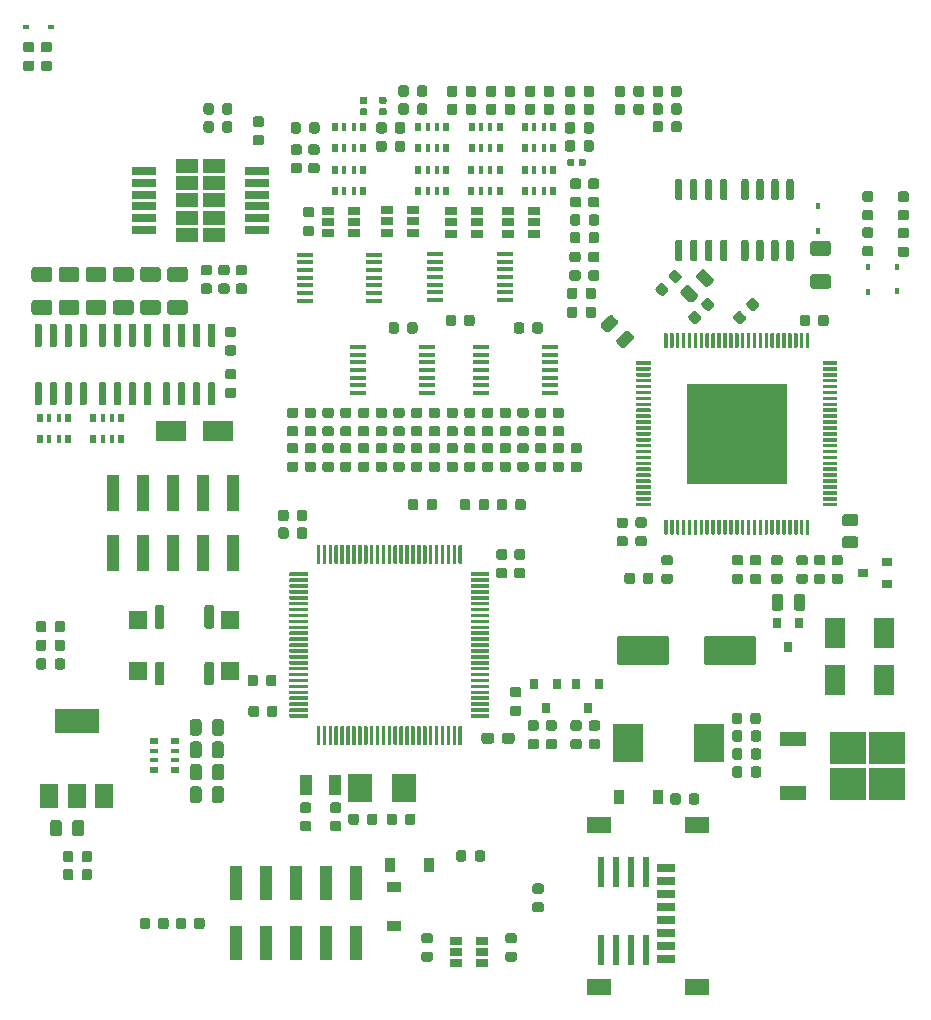
<source format=gbr>
%TF.GenerationSoftware,KiCad,Pcbnew,5.1.5+dfsg1-2build2*%
%TF.CreationDate,2022-02-05T13:04:16+01:00*%
%TF.ProjectId,micro_rusEFI,6d696372-6f5f-4727-9573-4546492e6b69,R0.5.5rc2*%
%TF.SameCoordinates,Original*%
%TF.FileFunction,Paste,Top*%
%TF.FilePolarity,Positive*%
%FSLAX46Y46*%
G04 Gerber Fmt 4.6, Leading zero omitted, Abs format (unit mm)*
G04 Created by KiCad (PCBNEW 5.1.5+dfsg1-2build2) date 2022-02-05 13:04:16*
%MOMM*%
%LPD*%
G04 APERTURE LIST*
%ADD10R,2.500000X1.800000*%
%ADD11C,0.100000*%
%ADD12R,1.200000X0.900000*%
%ADD13R,0.500000X0.800000*%
%ADD14R,0.400000X0.800000*%
%ADD15R,1.000000X3.150000*%
%ADD16R,1.000000X3.000000*%
%ADD17R,8.500000X8.500000*%
%ADD18R,1.450000X0.450000*%
%ADD19R,0.550000X2.540000*%
%ADD20R,0.450000X0.600000*%
%ADD21R,1.500000X1.500000*%
%ADD22R,0.800000X0.900000*%
%ADD23R,0.900000X0.800000*%
%ADD24R,1.800000X2.500000*%
%ADD25R,0.900000X1.200000*%
%ADD26R,2.500000X3.300000*%
%ADD27R,1.060000X0.650000*%
%ADD28R,1.000000X1.800000*%
%ADD29R,2.000000X2.400000*%
%ADD30R,3.800000X2.000000*%
%ADD31R,1.500000X2.000000*%
%ADD32R,0.800000X0.500000*%
%ADD33R,0.800000X0.400000*%
%ADD34R,2.200000X1.200000*%
%ADD35R,3.050000X2.750000*%
%ADD36R,2.000000X0.650000*%
%ADD37R,1.950000X1.160000*%
%ADD38R,0.600000X0.450000*%
%ADD39R,2.000000X1.450000*%
%ADD40R,1.500000X0.800000*%
G04 APERTURE END LIST*
D10*
X35600000Y-68150000D03*
X39600000Y-68150000D03*
D11*
G36*
X67827691Y-40451053D02*
G01*
X67848926Y-40454203D01*
X67869750Y-40459419D01*
X67889962Y-40466651D01*
X67909368Y-40475830D01*
X67927781Y-40486866D01*
X67945024Y-40499654D01*
X67960930Y-40514070D01*
X67975346Y-40529976D01*
X67988134Y-40547219D01*
X67999170Y-40565632D01*
X68008349Y-40585038D01*
X68015581Y-40605250D01*
X68020797Y-40626074D01*
X68023947Y-40647309D01*
X68025000Y-40668750D01*
X68025000Y-41181250D01*
X68023947Y-41202691D01*
X68020797Y-41223926D01*
X68015581Y-41244750D01*
X68008349Y-41264962D01*
X67999170Y-41284368D01*
X67988134Y-41302781D01*
X67975346Y-41320024D01*
X67960930Y-41335930D01*
X67945024Y-41350346D01*
X67927781Y-41363134D01*
X67909368Y-41374170D01*
X67889962Y-41383349D01*
X67869750Y-41390581D01*
X67848926Y-41395797D01*
X67827691Y-41398947D01*
X67806250Y-41400000D01*
X67368750Y-41400000D01*
X67347309Y-41398947D01*
X67326074Y-41395797D01*
X67305250Y-41390581D01*
X67285038Y-41383349D01*
X67265632Y-41374170D01*
X67247219Y-41363134D01*
X67229976Y-41350346D01*
X67214070Y-41335930D01*
X67199654Y-41320024D01*
X67186866Y-41302781D01*
X67175830Y-41284368D01*
X67166651Y-41264962D01*
X67159419Y-41244750D01*
X67154203Y-41223926D01*
X67151053Y-41202691D01*
X67150000Y-41181250D01*
X67150000Y-40668750D01*
X67151053Y-40647309D01*
X67154203Y-40626074D01*
X67159419Y-40605250D01*
X67166651Y-40585038D01*
X67175830Y-40565632D01*
X67186866Y-40547219D01*
X67199654Y-40529976D01*
X67214070Y-40514070D01*
X67229976Y-40499654D01*
X67247219Y-40486866D01*
X67265632Y-40475830D01*
X67285038Y-40466651D01*
X67305250Y-40459419D01*
X67326074Y-40454203D01*
X67347309Y-40451053D01*
X67368750Y-40450000D01*
X67806250Y-40450000D01*
X67827691Y-40451053D01*
G37*
G36*
X66252691Y-40451053D02*
G01*
X66273926Y-40454203D01*
X66294750Y-40459419D01*
X66314962Y-40466651D01*
X66334368Y-40475830D01*
X66352781Y-40486866D01*
X66370024Y-40499654D01*
X66385930Y-40514070D01*
X66400346Y-40529976D01*
X66413134Y-40547219D01*
X66424170Y-40565632D01*
X66433349Y-40585038D01*
X66440581Y-40605250D01*
X66445797Y-40626074D01*
X66448947Y-40647309D01*
X66450000Y-40668750D01*
X66450000Y-41181250D01*
X66448947Y-41202691D01*
X66445797Y-41223926D01*
X66440581Y-41244750D01*
X66433349Y-41264962D01*
X66424170Y-41284368D01*
X66413134Y-41302781D01*
X66400346Y-41320024D01*
X66385930Y-41335930D01*
X66370024Y-41350346D01*
X66352781Y-41363134D01*
X66334368Y-41374170D01*
X66314962Y-41383349D01*
X66294750Y-41390581D01*
X66273926Y-41395797D01*
X66252691Y-41398947D01*
X66231250Y-41400000D01*
X65793750Y-41400000D01*
X65772309Y-41398947D01*
X65751074Y-41395797D01*
X65730250Y-41390581D01*
X65710038Y-41383349D01*
X65690632Y-41374170D01*
X65672219Y-41363134D01*
X65654976Y-41350346D01*
X65639070Y-41335930D01*
X65624654Y-41320024D01*
X65611866Y-41302781D01*
X65600830Y-41284368D01*
X65591651Y-41264962D01*
X65584419Y-41244750D01*
X65579203Y-41223926D01*
X65576053Y-41202691D01*
X65575000Y-41181250D01*
X65575000Y-40668750D01*
X65576053Y-40647309D01*
X65579203Y-40626074D01*
X65584419Y-40605250D01*
X65591651Y-40585038D01*
X65600830Y-40565632D01*
X65611866Y-40547219D01*
X65624654Y-40529976D01*
X65639070Y-40514070D01*
X65654976Y-40499654D01*
X65672219Y-40486866D01*
X65690632Y-40475830D01*
X65710038Y-40466651D01*
X65730250Y-40459419D01*
X65751074Y-40454203D01*
X65772309Y-40451053D01*
X65793750Y-40450000D01*
X66231250Y-40450000D01*
X66252691Y-40451053D01*
G37*
G36*
X64527691Y-40451053D02*
G01*
X64548926Y-40454203D01*
X64569750Y-40459419D01*
X64589962Y-40466651D01*
X64609368Y-40475830D01*
X64627781Y-40486866D01*
X64645024Y-40499654D01*
X64660930Y-40514070D01*
X64675346Y-40529976D01*
X64688134Y-40547219D01*
X64699170Y-40565632D01*
X64708349Y-40585038D01*
X64715581Y-40605250D01*
X64720797Y-40626074D01*
X64723947Y-40647309D01*
X64725000Y-40668750D01*
X64725000Y-41181250D01*
X64723947Y-41202691D01*
X64720797Y-41223926D01*
X64715581Y-41244750D01*
X64708349Y-41264962D01*
X64699170Y-41284368D01*
X64688134Y-41302781D01*
X64675346Y-41320024D01*
X64660930Y-41335930D01*
X64645024Y-41350346D01*
X64627781Y-41363134D01*
X64609368Y-41374170D01*
X64589962Y-41383349D01*
X64569750Y-41390581D01*
X64548926Y-41395797D01*
X64527691Y-41398947D01*
X64506250Y-41400000D01*
X64068750Y-41400000D01*
X64047309Y-41398947D01*
X64026074Y-41395797D01*
X64005250Y-41390581D01*
X63985038Y-41383349D01*
X63965632Y-41374170D01*
X63947219Y-41363134D01*
X63929976Y-41350346D01*
X63914070Y-41335930D01*
X63899654Y-41320024D01*
X63886866Y-41302781D01*
X63875830Y-41284368D01*
X63866651Y-41264962D01*
X63859419Y-41244750D01*
X63854203Y-41223926D01*
X63851053Y-41202691D01*
X63850000Y-41181250D01*
X63850000Y-40668750D01*
X63851053Y-40647309D01*
X63854203Y-40626074D01*
X63859419Y-40605250D01*
X63866651Y-40585038D01*
X63875830Y-40565632D01*
X63886866Y-40547219D01*
X63899654Y-40529976D01*
X63914070Y-40514070D01*
X63929976Y-40499654D01*
X63947219Y-40486866D01*
X63965632Y-40475830D01*
X63985038Y-40466651D01*
X64005250Y-40459419D01*
X64026074Y-40454203D01*
X64047309Y-40451053D01*
X64068750Y-40450000D01*
X64506250Y-40450000D01*
X64527691Y-40451053D01*
G37*
G36*
X62952691Y-40451053D02*
G01*
X62973926Y-40454203D01*
X62994750Y-40459419D01*
X63014962Y-40466651D01*
X63034368Y-40475830D01*
X63052781Y-40486866D01*
X63070024Y-40499654D01*
X63085930Y-40514070D01*
X63100346Y-40529976D01*
X63113134Y-40547219D01*
X63124170Y-40565632D01*
X63133349Y-40585038D01*
X63140581Y-40605250D01*
X63145797Y-40626074D01*
X63148947Y-40647309D01*
X63150000Y-40668750D01*
X63150000Y-41181250D01*
X63148947Y-41202691D01*
X63145797Y-41223926D01*
X63140581Y-41244750D01*
X63133349Y-41264962D01*
X63124170Y-41284368D01*
X63113134Y-41302781D01*
X63100346Y-41320024D01*
X63085930Y-41335930D01*
X63070024Y-41350346D01*
X63052781Y-41363134D01*
X63034368Y-41374170D01*
X63014962Y-41383349D01*
X62994750Y-41390581D01*
X62973926Y-41395797D01*
X62952691Y-41398947D01*
X62931250Y-41400000D01*
X62493750Y-41400000D01*
X62472309Y-41398947D01*
X62451074Y-41395797D01*
X62430250Y-41390581D01*
X62410038Y-41383349D01*
X62390632Y-41374170D01*
X62372219Y-41363134D01*
X62354976Y-41350346D01*
X62339070Y-41335930D01*
X62324654Y-41320024D01*
X62311866Y-41302781D01*
X62300830Y-41284368D01*
X62291651Y-41264962D01*
X62284419Y-41244750D01*
X62279203Y-41223926D01*
X62276053Y-41202691D01*
X62275000Y-41181250D01*
X62275000Y-40668750D01*
X62276053Y-40647309D01*
X62279203Y-40626074D01*
X62284419Y-40605250D01*
X62291651Y-40585038D01*
X62300830Y-40565632D01*
X62311866Y-40547219D01*
X62324654Y-40529976D01*
X62339070Y-40514070D01*
X62354976Y-40499654D01*
X62372219Y-40486866D01*
X62390632Y-40475830D01*
X62410038Y-40466651D01*
X62430250Y-40459419D01*
X62451074Y-40454203D01*
X62472309Y-40451053D01*
X62493750Y-40450000D01*
X62931250Y-40450000D01*
X62952691Y-40451053D01*
G37*
G36*
X71202691Y-43551053D02*
G01*
X71223926Y-43554203D01*
X71244750Y-43559419D01*
X71264962Y-43566651D01*
X71284368Y-43575830D01*
X71302781Y-43586866D01*
X71320024Y-43599654D01*
X71335930Y-43614070D01*
X71350346Y-43629976D01*
X71363134Y-43647219D01*
X71374170Y-43665632D01*
X71383349Y-43685038D01*
X71390581Y-43705250D01*
X71395797Y-43726074D01*
X71398947Y-43747309D01*
X71400000Y-43768750D01*
X71400000Y-44281250D01*
X71398947Y-44302691D01*
X71395797Y-44323926D01*
X71390581Y-44344750D01*
X71383349Y-44364962D01*
X71374170Y-44384368D01*
X71363134Y-44402781D01*
X71350346Y-44420024D01*
X71335930Y-44435930D01*
X71320024Y-44450346D01*
X71302781Y-44463134D01*
X71284368Y-44474170D01*
X71264962Y-44483349D01*
X71244750Y-44490581D01*
X71223926Y-44495797D01*
X71202691Y-44498947D01*
X71181250Y-44500000D01*
X70743750Y-44500000D01*
X70722309Y-44498947D01*
X70701074Y-44495797D01*
X70680250Y-44490581D01*
X70660038Y-44483349D01*
X70640632Y-44474170D01*
X70622219Y-44463134D01*
X70604976Y-44450346D01*
X70589070Y-44435930D01*
X70574654Y-44420024D01*
X70561866Y-44402781D01*
X70550830Y-44384368D01*
X70541651Y-44364962D01*
X70534419Y-44344750D01*
X70529203Y-44323926D01*
X70526053Y-44302691D01*
X70525000Y-44281250D01*
X70525000Y-43768750D01*
X70526053Y-43747309D01*
X70529203Y-43726074D01*
X70534419Y-43705250D01*
X70541651Y-43685038D01*
X70550830Y-43665632D01*
X70561866Y-43647219D01*
X70574654Y-43629976D01*
X70589070Y-43614070D01*
X70604976Y-43599654D01*
X70622219Y-43586866D01*
X70640632Y-43575830D01*
X70660038Y-43566651D01*
X70680250Y-43559419D01*
X70701074Y-43554203D01*
X70722309Y-43551053D01*
X70743750Y-43550000D01*
X71181250Y-43550000D01*
X71202691Y-43551053D01*
G37*
G36*
X69627691Y-43551053D02*
G01*
X69648926Y-43554203D01*
X69669750Y-43559419D01*
X69689962Y-43566651D01*
X69709368Y-43575830D01*
X69727781Y-43586866D01*
X69745024Y-43599654D01*
X69760930Y-43614070D01*
X69775346Y-43629976D01*
X69788134Y-43647219D01*
X69799170Y-43665632D01*
X69808349Y-43685038D01*
X69815581Y-43705250D01*
X69820797Y-43726074D01*
X69823947Y-43747309D01*
X69825000Y-43768750D01*
X69825000Y-44281250D01*
X69823947Y-44302691D01*
X69820797Y-44323926D01*
X69815581Y-44344750D01*
X69808349Y-44364962D01*
X69799170Y-44384368D01*
X69788134Y-44402781D01*
X69775346Y-44420024D01*
X69760930Y-44435930D01*
X69745024Y-44450346D01*
X69727781Y-44463134D01*
X69709368Y-44474170D01*
X69689962Y-44483349D01*
X69669750Y-44490581D01*
X69648926Y-44495797D01*
X69627691Y-44498947D01*
X69606250Y-44500000D01*
X69168750Y-44500000D01*
X69147309Y-44498947D01*
X69126074Y-44495797D01*
X69105250Y-44490581D01*
X69085038Y-44483349D01*
X69065632Y-44474170D01*
X69047219Y-44463134D01*
X69029976Y-44450346D01*
X69014070Y-44435930D01*
X68999654Y-44420024D01*
X68986866Y-44402781D01*
X68975830Y-44384368D01*
X68966651Y-44364962D01*
X68959419Y-44344750D01*
X68954203Y-44323926D01*
X68951053Y-44302691D01*
X68950000Y-44281250D01*
X68950000Y-43768750D01*
X68951053Y-43747309D01*
X68954203Y-43726074D01*
X68959419Y-43705250D01*
X68966651Y-43685038D01*
X68975830Y-43665632D01*
X68986866Y-43647219D01*
X68999654Y-43629976D01*
X69014070Y-43614070D01*
X69029976Y-43599654D01*
X69047219Y-43586866D01*
X69065632Y-43575830D01*
X69085038Y-43566651D01*
X69105250Y-43559419D01*
X69126074Y-43554203D01*
X69147309Y-43551053D01*
X69168750Y-43550000D01*
X69606250Y-43550000D01*
X69627691Y-43551053D01*
G37*
G36*
X64527691Y-38926053D02*
G01*
X64548926Y-38929203D01*
X64569750Y-38934419D01*
X64589962Y-38941651D01*
X64609368Y-38950830D01*
X64627781Y-38961866D01*
X64645024Y-38974654D01*
X64660930Y-38989070D01*
X64675346Y-39004976D01*
X64688134Y-39022219D01*
X64699170Y-39040632D01*
X64708349Y-39060038D01*
X64715581Y-39080250D01*
X64720797Y-39101074D01*
X64723947Y-39122309D01*
X64725000Y-39143750D01*
X64725000Y-39656250D01*
X64723947Y-39677691D01*
X64720797Y-39698926D01*
X64715581Y-39719750D01*
X64708349Y-39739962D01*
X64699170Y-39759368D01*
X64688134Y-39777781D01*
X64675346Y-39795024D01*
X64660930Y-39810930D01*
X64645024Y-39825346D01*
X64627781Y-39838134D01*
X64609368Y-39849170D01*
X64589962Y-39858349D01*
X64569750Y-39865581D01*
X64548926Y-39870797D01*
X64527691Y-39873947D01*
X64506250Y-39875000D01*
X64068750Y-39875000D01*
X64047309Y-39873947D01*
X64026074Y-39870797D01*
X64005250Y-39865581D01*
X63985038Y-39858349D01*
X63965632Y-39849170D01*
X63947219Y-39838134D01*
X63929976Y-39825346D01*
X63914070Y-39810930D01*
X63899654Y-39795024D01*
X63886866Y-39777781D01*
X63875830Y-39759368D01*
X63866651Y-39739962D01*
X63859419Y-39719750D01*
X63854203Y-39698926D01*
X63851053Y-39677691D01*
X63850000Y-39656250D01*
X63850000Y-39143750D01*
X63851053Y-39122309D01*
X63854203Y-39101074D01*
X63859419Y-39080250D01*
X63866651Y-39060038D01*
X63875830Y-39040632D01*
X63886866Y-39022219D01*
X63899654Y-39004976D01*
X63914070Y-38989070D01*
X63929976Y-38974654D01*
X63947219Y-38961866D01*
X63965632Y-38950830D01*
X63985038Y-38941651D01*
X64005250Y-38934419D01*
X64026074Y-38929203D01*
X64047309Y-38926053D01*
X64068750Y-38925000D01*
X64506250Y-38925000D01*
X64527691Y-38926053D01*
G37*
G36*
X62952691Y-38926053D02*
G01*
X62973926Y-38929203D01*
X62994750Y-38934419D01*
X63014962Y-38941651D01*
X63034368Y-38950830D01*
X63052781Y-38961866D01*
X63070024Y-38974654D01*
X63085930Y-38989070D01*
X63100346Y-39004976D01*
X63113134Y-39022219D01*
X63124170Y-39040632D01*
X63133349Y-39060038D01*
X63140581Y-39080250D01*
X63145797Y-39101074D01*
X63148947Y-39122309D01*
X63150000Y-39143750D01*
X63150000Y-39656250D01*
X63148947Y-39677691D01*
X63145797Y-39698926D01*
X63140581Y-39719750D01*
X63133349Y-39739962D01*
X63124170Y-39759368D01*
X63113134Y-39777781D01*
X63100346Y-39795024D01*
X63085930Y-39810930D01*
X63070024Y-39825346D01*
X63052781Y-39838134D01*
X63034368Y-39849170D01*
X63014962Y-39858349D01*
X62994750Y-39865581D01*
X62973926Y-39870797D01*
X62952691Y-39873947D01*
X62931250Y-39875000D01*
X62493750Y-39875000D01*
X62472309Y-39873947D01*
X62451074Y-39870797D01*
X62430250Y-39865581D01*
X62410038Y-39858349D01*
X62390632Y-39849170D01*
X62372219Y-39838134D01*
X62354976Y-39825346D01*
X62339070Y-39810930D01*
X62324654Y-39795024D01*
X62311866Y-39777781D01*
X62300830Y-39759368D01*
X62291651Y-39739962D01*
X62284419Y-39719750D01*
X62279203Y-39698926D01*
X62276053Y-39677691D01*
X62275000Y-39656250D01*
X62275000Y-39143750D01*
X62276053Y-39122309D01*
X62279203Y-39101074D01*
X62284419Y-39080250D01*
X62291651Y-39060038D01*
X62300830Y-39040632D01*
X62311866Y-39022219D01*
X62324654Y-39004976D01*
X62339070Y-38989070D01*
X62354976Y-38974654D01*
X62372219Y-38961866D01*
X62390632Y-38950830D01*
X62410038Y-38941651D01*
X62430250Y-38934419D01*
X62451074Y-38929203D01*
X62472309Y-38926053D01*
X62493750Y-38925000D01*
X62931250Y-38925000D01*
X62952691Y-38926053D01*
G37*
G36*
X55527691Y-40426053D02*
G01*
X55548926Y-40429203D01*
X55569750Y-40434419D01*
X55589962Y-40441651D01*
X55609368Y-40450830D01*
X55627781Y-40461866D01*
X55645024Y-40474654D01*
X55660930Y-40489070D01*
X55675346Y-40504976D01*
X55688134Y-40522219D01*
X55699170Y-40540632D01*
X55708349Y-40560038D01*
X55715581Y-40580250D01*
X55720797Y-40601074D01*
X55723947Y-40622309D01*
X55725000Y-40643750D01*
X55725000Y-41156250D01*
X55723947Y-41177691D01*
X55720797Y-41198926D01*
X55715581Y-41219750D01*
X55708349Y-41239962D01*
X55699170Y-41259368D01*
X55688134Y-41277781D01*
X55675346Y-41295024D01*
X55660930Y-41310930D01*
X55645024Y-41325346D01*
X55627781Y-41338134D01*
X55609368Y-41349170D01*
X55589962Y-41358349D01*
X55569750Y-41365581D01*
X55548926Y-41370797D01*
X55527691Y-41373947D01*
X55506250Y-41375000D01*
X55068750Y-41375000D01*
X55047309Y-41373947D01*
X55026074Y-41370797D01*
X55005250Y-41365581D01*
X54985038Y-41358349D01*
X54965632Y-41349170D01*
X54947219Y-41338134D01*
X54929976Y-41325346D01*
X54914070Y-41310930D01*
X54899654Y-41295024D01*
X54886866Y-41277781D01*
X54875830Y-41259368D01*
X54866651Y-41239962D01*
X54859419Y-41219750D01*
X54854203Y-41198926D01*
X54851053Y-41177691D01*
X54850000Y-41156250D01*
X54850000Y-40643750D01*
X54851053Y-40622309D01*
X54854203Y-40601074D01*
X54859419Y-40580250D01*
X54866651Y-40560038D01*
X54875830Y-40540632D01*
X54886866Y-40522219D01*
X54899654Y-40504976D01*
X54914070Y-40489070D01*
X54929976Y-40474654D01*
X54947219Y-40461866D01*
X54965632Y-40450830D01*
X54985038Y-40441651D01*
X55005250Y-40434419D01*
X55026074Y-40429203D01*
X55047309Y-40426053D01*
X55068750Y-40425000D01*
X55506250Y-40425000D01*
X55527691Y-40426053D01*
G37*
G36*
X57102691Y-40426053D02*
G01*
X57123926Y-40429203D01*
X57144750Y-40434419D01*
X57164962Y-40441651D01*
X57184368Y-40450830D01*
X57202781Y-40461866D01*
X57220024Y-40474654D01*
X57235930Y-40489070D01*
X57250346Y-40504976D01*
X57263134Y-40522219D01*
X57274170Y-40540632D01*
X57283349Y-40560038D01*
X57290581Y-40580250D01*
X57295797Y-40601074D01*
X57298947Y-40622309D01*
X57300000Y-40643750D01*
X57300000Y-41156250D01*
X57298947Y-41177691D01*
X57295797Y-41198926D01*
X57290581Y-41219750D01*
X57283349Y-41239962D01*
X57274170Y-41259368D01*
X57263134Y-41277781D01*
X57250346Y-41295024D01*
X57235930Y-41310930D01*
X57220024Y-41325346D01*
X57202781Y-41338134D01*
X57184368Y-41349170D01*
X57164962Y-41358349D01*
X57144750Y-41365581D01*
X57123926Y-41370797D01*
X57102691Y-41373947D01*
X57081250Y-41375000D01*
X56643750Y-41375000D01*
X56622309Y-41373947D01*
X56601074Y-41370797D01*
X56580250Y-41365581D01*
X56560038Y-41358349D01*
X56540632Y-41349170D01*
X56522219Y-41338134D01*
X56504976Y-41325346D01*
X56489070Y-41310930D01*
X56474654Y-41295024D01*
X56461866Y-41277781D01*
X56450830Y-41259368D01*
X56441651Y-41239962D01*
X56434419Y-41219750D01*
X56429203Y-41198926D01*
X56426053Y-41177691D01*
X56425000Y-41156250D01*
X56425000Y-40643750D01*
X56426053Y-40622309D01*
X56429203Y-40601074D01*
X56434419Y-40580250D01*
X56441651Y-40560038D01*
X56450830Y-40540632D01*
X56461866Y-40522219D01*
X56474654Y-40504976D01*
X56489070Y-40489070D01*
X56504976Y-40474654D01*
X56522219Y-40461866D01*
X56540632Y-40450830D01*
X56560038Y-40441651D01*
X56580250Y-40434419D01*
X56601074Y-40429203D01*
X56622309Y-40426053D01*
X56643750Y-40425000D01*
X57081250Y-40425000D01*
X57102691Y-40426053D01*
G37*
G36*
X71202691Y-40451053D02*
G01*
X71223926Y-40454203D01*
X71244750Y-40459419D01*
X71264962Y-40466651D01*
X71284368Y-40475830D01*
X71302781Y-40486866D01*
X71320024Y-40499654D01*
X71335930Y-40514070D01*
X71350346Y-40529976D01*
X71363134Y-40547219D01*
X71374170Y-40565632D01*
X71383349Y-40585038D01*
X71390581Y-40605250D01*
X71395797Y-40626074D01*
X71398947Y-40647309D01*
X71400000Y-40668750D01*
X71400000Y-41181250D01*
X71398947Y-41202691D01*
X71395797Y-41223926D01*
X71390581Y-41244750D01*
X71383349Y-41264962D01*
X71374170Y-41284368D01*
X71363134Y-41302781D01*
X71350346Y-41320024D01*
X71335930Y-41335930D01*
X71320024Y-41350346D01*
X71302781Y-41363134D01*
X71284368Y-41374170D01*
X71264962Y-41383349D01*
X71244750Y-41390581D01*
X71223926Y-41395797D01*
X71202691Y-41398947D01*
X71181250Y-41400000D01*
X70743750Y-41400000D01*
X70722309Y-41398947D01*
X70701074Y-41395797D01*
X70680250Y-41390581D01*
X70660038Y-41383349D01*
X70640632Y-41374170D01*
X70622219Y-41363134D01*
X70604976Y-41350346D01*
X70589070Y-41335930D01*
X70574654Y-41320024D01*
X70561866Y-41302781D01*
X70550830Y-41284368D01*
X70541651Y-41264962D01*
X70534419Y-41244750D01*
X70529203Y-41223926D01*
X70526053Y-41202691D01*
X70525000Y-41181250D01*
X70525000Y-40668750D01*
X70526053Y-40647309D01*
X70529203Y-40626074D01*
X70534419Y-40605250D01*
X70541651Y-40585038D01*
X70550830Y-40565632D01*
X70561866Y-40547219D01*
X70574654Y-40529976D01*
X70589070Y-40514070D01*
X70604976Y-40499654D01*
X70622219Y-40486866D01*
X70640632Y-40475830D01*
X70660038Y-40466651D01*
X70680250Y-40459419D01*
X70701074Y-40454203D01*
X70722309Y-40451053D01*
X70743750Y-40450000D01*
X71181250Y-40450000D01*
X71202691Y-40451053D01*
G37*
G36*
X69627691Y-40451053D02*
G01*
X69648926Y-40454203D01*
X69669750Y-40459419D01*
X69689962Y-40466651D01*
X69709368Y-40475830D01*
X69727781Y-40486866D01*
X69745024Y-40499654D01*
X69760930Y-40514070D01*
X69775346Y-40529976D01*
X69788134Y-40547219D01*
X69799170Y-40565632D01*
X69808349Y-40585038D01*
X69815581Y-40605250D01*
X69820797Y-40626074D01*
X69823947Y-40647309D01*
X69825000Y-40668750D01*
X69825000Y-41181250D01*
X69823947Y-41202691D01*
X69820797Y-41223926D01*
X69815581Y-41244750D01*
X69808349Y-41264962D01*
X69799170Y-41284368D01*
X69788134Y-41302781D01*
X69775346Y-41320024D01*
X69760930Y-41335930D01*
X69745024Y-41350346D01*
X69727781Y-41363134D01*
X69709368Y-41374170D01*
X69689962Y-41383349D01*
X69669750Y-41390581D01*
X69648926Y-41395797D01*
X69627691Y-41398947D01*
X69606250Y-41400000D01*
X69168750Y-41400000D01*
X69147309Y-41398947D01*
X69126074Y-41395797D01*
X69105250Y-41390581D01*
X69085038Y-41383349D01*
X69065632Y-41374170D01*
X69047219Y-41363134D01*
X69029976Y-41350346D01*
X69014070Y-41335930D01*
X68999654Y-41320024D01*
X68986866Y-41302781D01*
X68975830Y-41284368D01*
X68966651Y-41264962D01*
X68959419Y-41244750D01*
X68954203Y-41223926D01*
X68951053Y-41202691D01*
X68950000Y-41181250D01*
X68950000Y-40668750D01*
X68951053Y-40647309D01*
X68954203Y-40626074D01*
X68959419Y-40605250D01*
X68966651Y-40585038D01*
X68975830Y-40565632D01*
X68986866Y-40547219D01*
X68999654Y-40529976D01*
X69014070Y-40514070D01*
X69029976Y-40499654D01*
X69047219Y-40486866D01*
X69065632Y-40475830D01*
X69085038Y-40466651D01*
X69105250Y-40459419D01*
X69126074Y-40454203D01*
X69147309Y-40451053D01*
X69168750Y-40450000D01*
X69606250Y-40450000D01*
X69627691Y-40451053D01*
G37*
G36*
X71202691Y-38926053D02*
G01*
X71223926Y-38929203D01*
X71244750Y-38934419D01*
X71264962Y-38941651D01*
X71284368Y-38950830D01*
X71302781Y-38961866D01*
X71320024Y-38974654D01*
X71335930Y-38989070D01*
X71350346Y-39004976D01*
X71363134Y-39022219D01*
X71374170Y-39040632D01*
X71383349Y-39060038D01*
X71390581Y-39080250D01*
X71395797Y-39101074D01*
X71398947Y-39122309D01*
X71400000Y-39143750D01*
X71400000Y-39656250D01*
X71398947Y-39677691D01*
X71395797Y-39698926D01*
X71390581Y-39719750D01*
X71383349Y-39739962D01*
X71374170Y-39759368D01*
X71363134Y-39777781D01*
X71350346Y-39795024D01*
X71335930Y-39810930D01*
X71320024Y-39825346D01*
X71302781Y-39838134D01*
X71284368Y-39849170D01*
X71264962Y-39858349D01*
X71244750Y-39865581D01*
X71223926Y-39870797D01*
X71202691Y-39873947D01*
X71181250Y-39875000D01*
X70743750Y-39875000D01*
X70722309Y-39873947D01*
X70701074Y-39870797D01*
X70680250Y-39865581D01*
X70660038Y-39858349D01*
X70640632Y-39849170D01*
X70622219Y-39838134D01*
X70604976Y-39825346D01*
X70589070Y-39810930D01*
X70574654Y-39795024D01*
X70561866Y-39777781D01*
X70550830Y-39759368D01*
X70541651Y-39739962D01*
X70534419Y-39719750D01*
X70529203Y-39698926D01*
X70526053Y-39677691D01*
X70525000Y-39656250D01*
X70525000Y-39143750D01*
X70526053Y-39122309D01*
X70529203Y-39101074D01*
X70534419Y-39080250D01*
X70541651Y-39060038D01*
X70550830Y-39040632D01*
X70561866Y-39022219D01*
X70574654Y-39004976D01*
X70589070Y-38989070D01*
X70604976Y-38974654D01*
X70622219Y-38961866D01*
X70640632Y-38950830D01*
X70660038Y-38941651D01*
X70680250Y-38934419D01*
X70701074Y-38929203D01*
X70722309Y-38926053D01*
X70743750Y-38925000D01*
X71181250Y-38925000D01*
X71202691Y-38926053D01*
G37*
G36*
X69627691Y-38926053D02*
G01*
X69648926Y-38929203D01*
X69669750Y-38934419D01*
X69689962Y-38941651D01*
X69709368Y-38950830D01*
X69727781Y-38961866D01*
X69745024Y-38974654D01*
X69760930Y-38989070D01*
X69775346Y-39004976D01*
X69788134Y-39022219D01*
X69799170Y-39040632D01*
X69808349Y-39060038D01*
X69815581Y-39080250D01*
X69820797Y-39101074D01*
X69823947Y-39122309D01*
X69825000Y-39143750D01*
X69825000Y-39656250D01*
X69823947Y-39677691D01*
X69820797Y-39698926D01*
X69815581Y-39719750D01*
X69808349Y-39739962D01*
X69799170Y-39759368D01*
X69788134Y-39777781D01*
X69775346Y-39795024D01*
X69760930Y-39810930D01*
X69745024Y-39825346D01*
X69727781Y-39838134D01*
X69709368Y-39849170D01*
X69689962Y-39858349D01*
X69669750Y-39865581D01*
X69648926Y-39870797D01*
X69627691Y-39873947D01*
X69606250Y-39875000D01*
X69168750Y-39875000D01*
X69147309Y-39873947D01*
X69126074Y-39870797D01*
X69105250Y-39865581D01*
X69085038Y-39858349D01*
X69065632Y-39849170D01*
X69047219Y-39838134D01*
X69029976Y-39825346D01*
X69014070Y-39810930D01*
X68999654Y-39795024D01*
X68986866Y-39777781D01*
X68975830Y-39759368D01*
X68966651Y-39739962D01*
X68959419Y-39719750D01*
X68954203Y-39698926D01*
X68951053Y-39677691D01*
X68950000Y-39656250D01*
X68950000Y-39143750D01*
X68951053Y-39122309D01*
X68954203Y-39101074D01*
X68959419Y-39080250D01*
X68966651Y-39060038D01*
X68975830Y-39040632D01*
X68986866Y-39022219D01*
X68999654Y-39004976D01*
X69014070Y-38989070D01*
X69029976Y-38974654D01*
X69047219Y-38961866D01*
X69065632Y-38950830D01*
X69085038Y-38941651D01*
X69105250Y-38934419D01*
X69126074Y-38929203D01*
X69147309Y-38926053D01*
X69168750Y-38925000D01*
X69606250Y-38925000D01*
X69627691Y-38926053D01*
G37*
G36*
X67827691Y-38926053D02*
G01*
X67848926Y-38929203D01*
X67869750Y-38934419D01*
X67889962Y-38941651D01*
X67909368Y-38950830D01*
X67927781Y-38961866D01*
X67945024Y-38974654D01*
X67960930Y-38989070D01*
X67975346Y-39004976D01*
X67988134Y-39022219D01*
X67999170Y-39040632D01*
X68008349Y-39060038D01*
X68015581Y-39080250D01*
X68020797Y-39101074D01*
X68023947Y-39122309D01*
X68025000Y-39143750D01*
X68025000Y-39656250D01*
X68023947Y-39677691D01*
X68020797Y-39698926D01*
X68015581Y-39719750D01*
X68008349Y-39739962D01*
X67999170Y-39759368D01*
X67988134Y-39777781D01*
X67975346Y-39795024D01*
X67960930Y-39810930D01*
X67945024Y-39825346D01*
X67927781Y-39838134D01*
X67909368Y-39849170D01*
X67889962Y-39858349D01*
X67869750Y-39865581D01*
X67848926Y-39870797D01*
X67827691Y-39873947D01*
X67806250Y-39875000D01*
X67368750Y-39875000D01*
X67347309Y-39873947D01*
X67326074Y-39870797D01*
X67305250Y-39865581D01*
X67285038Y-39858349D01*
X67265632Y-39849170D01*
X67247219Y-39838134D01*
X67229976Y-39825346D01*
X67214070Y-39810930D01*
X67199654Y-39795024D01*
X67186866Y-39777781D01*
X67175830Y-39759368D01*
X67166651Y-39739962D01*
X67159419Y-39719750D01*
X67154203Y-39698926D01*
X67151053Y-39677691D01*
X67150000Y-39656250D01*
X67150000Y-39143750D01*
X67151053Y-39122309D01*
X67154203Y-39101074D01*
X67159419Y-39080250D01*
X67166651Y-39060038D01*
X67175830Y-39040632D01*
X67186866Y-39022219D01*
X67199654Y-39004976D01*
X67214070Y-38989070D01*
X67229976Y-38974654D01*
X67247219Y-38961866D01*
X67265632Y-38950830D01*
X67285038Y-38941651D01*
X67305250Y-38934419D01*
X67326074Y-38929203D01*
X67347309Y-38926053D01*
X67368750Y-38925000D01*
X67806250Y-38925000D01*
X67827691Y-38926053D01*
G37*
G36*
X66252691Y-38926053D02*
G01*
X66273926Y-38929203D01*
X66294750Y-38934419D01*
X66314962Y-38941651D01*
X66334368Y-38950830D01*
X66352781Y-38961866D01*
X66370024Y-38974654D01*
X66385930Y-38989070D01*
X66400346Y-39004976D01*
X66413134Y-39022219D01*
X66424170Y-39040632D01*
X66433349Y-39060038D01*
X66440581Y-39080250D01*
X66445797Y-39101074D01*
X66448947Y-39122309D01*
X66450000Y-39143750D01*
X66450000Y-39656250D01*
X66448947Y-39677691D01*
X66445797Y-39698926D01*
X66440581Y-39719750D01*
X66433349Y-39739962D01*
X66424170Y-39759368D01*
X66413134Y-39777781D01*
X66400346Y-39795024D01*
X66385930Y-39810930D01*
X66370024Y-39825346D01*
X66352781Y-39838134D01*
X66334368Y-39849170D01*
X66314962Y-39858349D01*
X66294750Y-39865581D01*
X66273926Y-39870797D01*
X66252691Y-39873947D01*
X66231250Y-39875000D01*
X65793750Y-39875000D01*
X65772309Y-39873947D01*
X65751074Y-39870797D01*
X65730250Y-39865581D01*
X65710038Y-39858349D01*
X65690632Y-39849170D01*
X65672219Y-39838134D01*
X65654976Y-39825346D01*
X65639070Y-39810930D01*
X65624654Y-39795024D01*
X65611866Y-39777781D01*
X65600830Y-39759368D01*
X65591651Y-39739962D01*
X65584419Y-39719750D01*
X65579203Y-39698926D01*
X65576053Y-39677691D01*
X65575000Y-39656250D01*
X65575000Y-39143750D01*
X65576053Y-39122309D01*
X65579203Y-39101074D01*
X65584419Y-39080250D01*
X65591651Y-39060038D01*
X65600830Y-39040632D01*
X65611866Y-39022219D01*
X65624654Y-39004976D01*
X65639070Y-38989070D01*
X65654976Y-38974654D01*
X65672219Y-38961866D01*
X65690632Y-38950830D01*
X65710038Y-38941651D01*
X65730250Y-38934419D01*
X65751074Y-38929203D01*
X65772309Y-38926053D01*
X65793750Y-38925000D01*
X66231250Y-38925000D01*
X66252691Y-38926053D01*
G37*
G36*
X71202691Y-42026053D02*
G01*
X71223926Y-42029203D01*
X71244750Y-42034419D01*
X71264962Y-42041651D01*
X71284368Y-42050830D01*
X71302781Y-42061866D01*
X71320024Y-42074654D01*
X71335930Y-42089070D01*
X71350346Y-42104976D01*
X71363134Y-42122219D01*
X71374170Y-42140632D01*
X71383349Y-42160038D01*
X71390581Y-42180250D01*
X71395797Y-42201074D01*
X71398947Y-42222309D01*
X71400000Y-42243750D01*
X71400000Y-42756250D01*
X71398947Y-42777691D01*
X71395797Y-42798926D01*
X71390581Y-42819750D01*
X71383349Y-42839962D01*
X71374170Y-42859368D01*
X71363134Y-42877781D01*
X71350346Y-42895024D01*
X71335930Y-42910930D01*
X71320024Y-42925346D01*
X71302781Y-42938134D01*
X71284368Y-42949170D01*
X71264962Y-42958349D01*
X71244750Y-42965581D01*
X71223926Y-42970797D01*
X71202691Y-42973947D01*
X71181250Y-42975000D01*
X70743750Y-42975000D01*
X70722309Y-42973947D01*
X70701074Y-42970797D01*
X70680250Y-42965581D01*
X70660038Y-42958349D01*
X70640632Y-42949170D01*
X70622219Y-42938134D01*
X70604976Y-42925346D01*
X70589070Y-42910930D01*
X70574654Y-42895024D01*
X70561866Y-42877781D01*
X70550830Y-42859368D01*
X70541651Y-42839962D01*
X70534419Y-42819750D01*
X70529203Y-42798926D01*
X70526053Y-42777691D01*
X70525000Y-42756250D01*
X70525000Y-42243750D01*
X70526053Y-42222309D01*
X70529203Y-42201074D01*
X70534419Y-42180250D01*
X70541651Y-42160038D01*
X70550830Y-42140632D01*
X70561866Y-42122219D01*
X70574654Y-42104976D01*
X70589070Y-42089070D01*
X70604976Y-42074654D01*
X70622219Y-42061866D01*
X70640632Y-42050830D01*
X70660038Y-42041651D01*
X70680250Y-42034419D01*
X70701074Y-42029203D01*
X70722309Y-42026053D01*
X70743750Y-42025000D01*
X71181250Y-42025000D01*
X71202691Y-42026053D01*
G37*
G36*
X69627691Y-42026053D02*
G01*
X69648926Y-42029203D01*
X69669750Y-42034419D01*
X69689962Y-42041651D01*
X69709368Y-42050830D01*
X69727781Y-42061866D01*
X69745024Y-42074654D01*
X69760930Y-42089070D01*
X69775346Y-42104976D01*
X69788134Y-42122219D01*
X69799170Y-42140632D01*
X69808349Y-42160038D01*
X69815581Y-42180250D01*
X69820797Y-42201074D01*
X69823947Y-42222309D01*
X69825000Y-42243750D01*
X69825000Y-42756250D01*
X69823947Y-42777691D01*
X69820797Y-42798926D01*
X69815581Y-42819750D01*
X69808349Y-42839962D01*
X69799170Y-42859368D01*
X69788134Y-42877781D01*
X69775346Y-42895024D01*
X69760930Y-42910930D01*
X69745024Y-42925346D01*
X69727781Y-42938134D01*
X69709368Y-42949170D01*
X69689962Y-42958349D01*
X69669750Y-42965581D01*
X69648926Y-42970797D01*
X69627691Y-42973947D01*
X69606250Y-42975000D01*
X69168750Y-42975000D01*
X69147309Y-42973947D01*
X69126074Y-42970797D01*
X69105250Y-42965581D01*
X69085038Y-42958349D01*
X69065632Y-42949170D01*
X69047219Y-42938134D01*
X69029976Y-42925346D01*
X69014070Y-42910930D01*
X68999654Y-42895024D01*
X68986866Y-42877781D01*
X68975830Y-42859368D01*
X68966651Y-42839962D01*
X68959419Y-42819750D01*
X68954203Y-42798926D01*
X68951053Y-42777691D01*
X68950000Y-42756250D01*
X68950000Y-42243750D01*
X68951053Y-42222309D01*
X68954203Y-42201074D01*
X68959419Y-42180250D01*
X68966651Y-42160038D01*
X68975830Y-42140632D01*
X68986866Y-42122219D01*
X68999654Y-42104976D01*
X69014070Y-42089070D01*
X69029976Y-42074654D01*
X69047219Y-42061866D01*
X69065632Y-42050830D01*
X69085038Y-42041651D01*
X69105250Y-42034419D01*
X69126074Y-42029203D01*
X69147309Y-42026053D01*
X69168750Y-42025000D01*
X69606250Y-42025000D01*
X69627691Y-42026053D01*
G37*
G36*
X57102691Y-38901053D02*
G01*
X57123926Y-38904203D01*
X57144750Y-38909419D01*
X57164962Y-38916651D01*
X57184368Y-38925830D01*
X57202781Y-38936866D01*
X57220024Y-38949654D01*
X57235930Y-38964070D01*
X57250346Y-38979976D01*
X57263134Y-38997219D01*
X57274170Y-39015632D01*
X57283349Y-39035038D01*
X57290581Y-39055250D01*
X57295797Y-39076074D01*
X57298947Y-39097309D01*
X57300000Y-39118750D01*
X57300000Y-39631250D01*
X57298947Y-39652691D01*
X57295797Y-39673926D01*
X57290581Y-39694750D01*
X57283349Y-39714962D01*
X57274170Y-39734368D01*
X57263134Y-39752781D01*
X57250346Y-39770024D01*
X57235930Y-39785930D01*
X57220024Y-39800346D01*
X57202781Y-39813134D01*
X57184368Y-39824170D01*
X57164962Y-39833349D01*
X57144750Y-39840581D01*
X57123926Y-39845797D01*
X57102691Y-39848947D01*
X57081250Y-39850000D01*
X56643750Y-39850000D01*
X56622309Y-39848947D01*
X56601074Y-39845797D01*
X56580250Y-39840581D01*
X56560038Y-39833349D01*
X56540632Y-39824170D01*
X56522219Y-39813134D01*
X56504976Y-39800346D01*
X56489070Y-39785930D01*
X56474654Y-39770024D01*
X56461866Y-39752781D01*
X56450830Y-39734368D01*
X56441651Y-39714962D01*
X56434419Y-39694750D01*
X56429203Y-39673926D01*
X56426053Y-39652691D01*
X56425000Y-39631250D01*
X56425000Y-39118750D01*
X56426053Y-39097309D01*
X56429203Y-39076074D01*
X56434419Y-39055250D01*
X56441651Y-39035038D01*
X56450830Y-39015632D01*
X56461866Y-38997219D01*
X56474654Y-38979976D01*
X56489070Y-38964070D01*
X56504976Y-38949654D01*
X56522219Y-38936866D01*
X56540632Y-38925830D01*
X56560038Y-38916651D01*
X56580250Y-38909419D01*
X56601074Y-38904203D01*
X56622309Y-38901053D01*
X56643750Y-38900000D01*
X57081250Y-38900000D01*
X57102691Y-38901053D01*
G37*
G36*
X55527691Y-38901053D02*
G01*
X55548926Y-38904203D01*
X55569750Y-38909419D01*
X55589962Y-38916651D01*
X55609368Y-38925830D01*
X55627781Y-38936866D01*
X55645024Y-38949654D01*
X55660930Y-38964070D01*
X55675346Y-38979976D01*
X55688134Y-38997219D01*
X55699170Y-39015632D01*
X55708349Y-39035038D01*
X55715581Y-39055250D01*
X55720797Y-39076074D01*
X55723947Y-39097309D01*
X55725000Y-39118750D01*
X55725000Y-39631250D01*
X55723947Y-39652691D01*
X55720797Y-39673926D01*
X55715581Y-39694750D01*
X55708349Y-39714962D01*
X55699170Y-39734368D01*
X55688134Y-39752781D01*
X55675346Y-39770024D01*
X55660930Y-39785930D01*
X55645024Y-39800346D01*
X55627781Y-39813134D01*
X55609368Y-39824170D01*
X55589962Y-39833349D01*
X55569750Y-39840581D01*
X55548926Y-39845797D01*
X55527691Y-39848947D01*
X55506250Y-39850000D01*
X55068750Y-39850000D01*
X55047309Y-39848947D01*
X55026074Y-39845797D01*
X55005250Y-39840581D01*
X54985038Y-39833349D01*
X54965632Y-39824170D01*
X54947219Y-39813134D01*
X54929976Y-39800346D01*
X54914070Y-39785930D01*
X54899654Y-39770024D01*
X54886866Y-39752781D01*
X54875830Y-39734368D01*
X54866651Y-39714962D01*
X54859419Y-39694750D01*
X54854203Y-39673926D01*
X54851053Y-39652691D01*
X54850000Y-39631250D01*
X54850000Y-39118750D01*
X54851053Y-39097309D01*
X54854203Y-39076074D01*
X54859419Y-39055250D01*
X54866651Y-39035038D01*
X54875830Y-39015632D01*
X54886866Y-38997219D01*
X54899654Y-38979976D01*
X54914070Y-38964070D01*
X54929976Y-38949654D01*
X54947219Y-38936866D01*
X54965632Y-38925830D01*
X54985038Y-38916651D01*
X55005250Y-38909419D01*
X55026074Y-38904203D01*
X55047309Y-38901053D01*
X55068750Y-38900000D01*
X55506250Y-38900000D01*
X55527691Y-38901053D01*
G37*
G36*
X69601958Y-45105710D02*
G01*
X69616276Y-45107834D01*
X69630317Y-45111351D01*
X69643946Y-45116228D01*
X69657031Y-45122417D01*
X69669447Y-45129858D01*
X69681073Y-45138481D01*
X69691798Y-45148202D01*
X69701519Y-45158927D01*
X69710142Y-45170553D01*
X69717583Y-45182969D01*
X69723772Y-45196054D01*
X69728649Y-45209683D01*
X69732166Y-45223724D01*
X69734290Y-45238042D01*
X69735000Y-45252500D01*
X69735000Y-45597500D01*
X69734290Y-45611958D01*
X69732166Y-45626276D01*
X69728649Y-45640317D01*
X69723772Y-45653946D01*
X69717583Y-45667031D01*
X69710142Y-45679447D01*
X69701519Y-45691073D01*
X69691798Y-45701798D01*
X69681073Y-45711519D01*
X69669447Y-45720142D01*
X69657031Y-45727583D01*
X69643946Y-45733772D01*
X69630317Y-45738649D01*
X69616276Y-45742166D01*
X69601958Y-45744290D01*
X69587500Y-45745000D01*
X69292500Y-45745000D01*
X69278042Y-45744290D01*
X69263724Y-45742166D01*
X69249683Y-45738649D01*
X69236054Y-45733772D01*
X69222969Y-45727583D01*
X69210553Y-45720142D01*
X69198927Y-45711519D01*
X69188202Y-45701798D01*
X69178481Y-45691073D01*
X69169858Y-45679447D01*
X69162417Y-45667031D01*
X69156228Y-45653946D01*
X69151351Y-45640317D01*
X69147834Y-45626276D01*
X69145710Y-45611958D01*
X69145000Y-45597500D01*
X69145000Y-45252500D01*
X69145710Y-45238042D01*
X69147834Y-45223724D01*
X69151351Y-45209683D01*
X69156228Y-45196054D01*
X69162417Y-45182969D01*
X69169858Y-45170553D01*
X69178481Y-45158927D01*
X69188202Y-45148202D01*
X69198927Y-45138481D01*
X69210553Y-45129858D01*
X69222969Y-45122417D01*
X69236054Y-45116228D01*
X69249683Y-45111351D01*
X69263724Y-45107834D01*
X69278042Y-45105710D01*
X69292500Y-45105000D01*
X69587500Y-45105000D01*
X69601958Y-45105710D01*
G37*
G36*
X70571958Y-45105710D02*
G01*
X70586276Y-45107834D01*
X70600317Y-45111351D01*
X70613946Y-45116228D01*
X70627031Y-45122417D01*
X70639447Y-45129858D01*
X70651073Y-45138481D01*
X70661798Y-45148202D01*
X70671519Y-45158927D01*
X70680142Y-45170553D01*
X70687583Y-45182969D01*
X70693772Y-45196054D01*
X70698649Y-45209683D01*
X70702166Y-45223724D01*
X70704290Y-45238042D01*
X70705000Y-45252500D01*
X70705000Y-45597500D01*
X70704290Y-45611958D01*
X70702166Y-45626276D01*
X70698649Y-45640317D01*
X70693772Y-45653946D01*
X70687583Y-45667031D01*
X70680142Y-45679447D01*
X70671519Y-45691073D01*
X70661798Y-45701798D01*
X70651073Y-45711519D01*
X70639447Y-45720142D01*
X70627031Y-45727583D01*
X70613946Y-45733772D01*
X70600317Y-45738649D01*
X70586276Y-45742166D01*
X70571958Y-45744290D01*
X70557500Y-45745000D01*
X70262500Y-45745000D01*
X70248042Y-45744290D01*
X70233724Y-45742166D01*
X70219683Y-45738649D01*
X70206054Y-45733772D01*
X70192969Y-45727583D01*
X70180553Y-45720142D01*
X70168927Y-45711519D01*
X70158202Y-45701798D01*
X70148481Y-45691073D01*
X70139858Y-45679447D01*
X70132417Y-45667031D01*
X70126228Y-45653946D01*
X70121351Y-45640317D01*
X70117834Y-45626276D01*
X70115710Y-45611958D01*
X70115000Y-45597500D01*
X70115000Y-45252500D01*
X70115710Y-45238042D01*
X70117834Y-45223724D01*
X70121351Y-45209683D01*
X70126228Y-45196054D01*
X70132417Y-45182969D01*
X70139858Y-45170553D01*
X70148481Y-45158927D01*
X70158202Y-45148202D01*
X70168927Y-45138481D01*
X70180553Y-45129858D01*
X70192969Y-45122417D01*
X70206054Y-45116228D01*
X70219683Y-45111351D01*
X70233724Y-45107834D01*
X70248042Y-45105710D01*
X70262500Y-45105000D01*
X70557500Y-45105000D01*
X70571958Y-45105710D01*
G37*
G36*
X52086958Y-40840710D02*
G01*
X52101276Y-40842834D01*
X52115317Y-40846351D01*
X52128946Y-40851228D01*
X52142031Y-40857417D01*
X52154447Y-40864858D01*
X52166073Y-40873481D01*
X52176798Y-40883202D01*
X52186519Y-40893927D01*
X52195142Y-40905553D01*
X52202583Y-40917969D01*
X52208772Y-40931054D01*
X52213649Y-40944683D01*
X52217166Y-40958724D01*
X52219290Y-40973042D01*
X52220000Y-40987500D01*
X52220000Y-41282500D01*
X52219290Y-41296958D01*
X52217166Y-41311276D01*
X52213649Y-41325317D01*
X52208772Y-41338946D01*
X52202583Y-41352031D01*
X52195142Y-41364447D01*
X52186519Y-41376073D01*
X52176798Y-41386798D01*
X52166073Y-41396519D01*
X52154447Y-41405142D01*
X52142031Y-41412583D01*
X52128946Y-41418772D01*
X52115317Y-41423649D01*
X52101276Y-41427166D01*
X52086958Y-41429290D01*
X52072500Y-41430000D01*
X51727500Y-41430000D01*
X51713042Y-41429290D01*
X51698724Y-41427166D01*
X51684683Y-41423649D01*
X51671054Y-41418772D01*
X51657969Y-41412583D01*
X51645553Y-41405142D01*
X51633927Y-41396519D01*
X51623202Y-41386798D01*
X51613481Y-41376073D01*
X51604858Y-41364447D01*
X51597417Y-41352031D01*
X51591228Y-41338946D01*
X51586351Y-41325317D01*
X51582834Y-41311276D01*
X51580710Y-41296958D01*
X51580000Y-41282500D01*
X51580000Y-40987500D01*
X51580710Y-40973042D01*
X51582834Y-40958724D01*
X51586351Y-40944683D01*
X51591228Y-40931054D01*
X51597417Y-40917969D01*
X51604858Y-40905553D01*
X51613481Y-40893927D01*
X51623202Y-40883202D01*
X51633927Y-40873481D01*
X51645553Y-40864858D01*
X51657969Y-40857417D01*
X51671054Y-40851228D01*
X51684683Y-40846351D01*
X51698724Y-40842834D01*
X51713042Y-40840710D01*
X51727500Y-40840000D01*
X52072500Y-40840000D01*
X52086958Y-40840710D01*
G37*
G36*
X52086958Y-39870710D02*
G01*
X52101276Y-39872834D01*
X52115317Y-39876351D01*
X52128946Y-39881228D01*
X52142031Y-39887417D01*
X52154447Y-39894858D01*
X52166073Y-39903481D01*
X52176798Y-39913202D01*
X52186519Y-39923927D01*
X52195142Y-39935553D01*
X52202583Y-39947969D01*
X52208772Y-39961054D01*
X52213649Y-39974683D01*
X52217166Y-39988724D01*
X52219290Y-40003042D01*
X52220000Y-40017500D01*
X52220000Y-40312500D01*
X52219290Y-40326958D01*
X52217166Y-40341276D01*
X52213649Y-40355317D01*
X52208772Y-40368946D01*
X52202583Y-40382031D01*
X52195142Y-40394447D01*
X52186519Y-40406073D01*
X52176798Y-40416798D01*
X52166073Y-40426519D01*
X52154447Y-40435142D01*
X52142031Y-40442583D01*
X52128946Y-40448772D01*
X52115317Y-40453649D01*
X52101276Y-40457166D01*
X52086958Y-40459290D01*
X52072500Y-40460000D01*
X51727500Y-40460000D01*
X51713042Y-40459290D01*
X51698724Y-40457166D01*
X51684683Y-40453649D01*
X51671054Y-40448772D01*
X51657969Y-40442583D01*
X51645553Y-40435142D01*
X51633927Y-40426519D01*
X51623202Y-40416798D01*
X51613481Y-40406073D01*
X51604858Y-40394447D01*
X51597417Y-40382031D01*
X51591228Y-40368946D01*
X51586351Y-40355317D01*
X51582834Y-40341276D01*
X51580710Y-40326958D01*
X51580000Y-40312500D01*
X51580000Y-40017500D01*
X51580710Y-40003042D01*
X51582834Y-39988724D01*
X51586351Y-39974683D01*
X51591228Y-39961054D01*
X51597417Y-39947969D01*
X51604858Y-39935553D01*
X51613481Y-39923927D01*
X51623202Y-39913202D01*
X51633927Y-39903481D01*
X51645553Y-39894858D01*
X51657969Y-39887417D01*
X51671054Y-39881228D01*
X51684683Y-39876351D01*
X51698724Y-39872834D01*
X51713042Y-39870710D01*
X51727500Y-39870000D01*
X52072500Y-39870000D01*
X52086958Y-39870710D01*
G37*
G36*
X53711958Y-40840710D02*
G01*
X53726276Y-40842834D01*
X53740317Y-40846351D01*
X53753946Y-40851228D01*
X53767031Y-40857417D01*
X53779447Y-40864858D01*
X53791073Y-40873481D01*
X53801798Y-40883202D01*
X53811519Y-40893927D01*
X53820142Y-40905553D01*
X53827583Y-40917969D01*
X53833772Y-40931054D01*
X53838649Y-40944683D01*
X53842166Y-40958724D01*
X53844290Y-40973042D01*
X53845000Y-40987500D01*
X53845000Y-41282500D01*
X53844290Y-41296958D01*
X53842166Y-41311276D01*
X53838649Y-41325317D01*
X53833772Y-41338946D01*
X53827583Y-41352031D01*
X53820142Y-41364447D01*
X53811519Y-41376073D01*
X53801798Y-41386798D01*
X53791073Y-41396519D01*
X53779447Y-41405142D01*
X53767031Y-41412583D01*
X53753946Y-41418772D01*
X53740317Y-41423649D01*
X53726276Y-41427166D01*
X53711958Y-41429290D01*
X53697500Y-41430000D01*
X53352500Y-41430000D01*
X53338042Y-41429290D01*
X53323724Y-41427166D01*
X53309683Y-41423649D01*
X53296054Y-41418772D01*
X53282969Y-41412583D01*
X53270553Y-41405142D01*
X53258927Y-41396519D01*
X53248202Y-41386798D01*
X53238481Y-41376073D01*
X53229858Y-41364447D01*
X53222417Y-41352031D01*
X53216228Y-41338946D01*
X53211351Y-41325317D01*
X53207834Y-41311276D01*
X53205710Y-41296958D01*
X53205000Y-41282500D01*
X53205000Y-40987500D01*
X53205710Y-40973042D01*
X53207834Y-40958724D01*
X53211351Y-40944683D01*
X53216228Y-40931054D01*
X53222417Y-40917969D01*
X53229858Y-40905553D01*
X53238481Y-40893927D01*
X53248202Y-40883202D01*
X53258927Y-40873481D01*
X53270553Y-40864858D01*
X53282969Y-40857417D01*
X53296054Y-40851228D01*
X53309683Y-40846351D01*
X53323724Y-40842834D01*
X53338042Y-40840710D01*
X53352500Y-40840000D01*
X53697500Y-40840000D01*
X53711958Y-40840710D01*
G37*
G36*
X53711958Y-39870710D02*
G01*
X53726276Y-39872834D01*
X53740317Y-39876351D01*
X53753946Y-39881228D01*
X53767031Y-39887417D01*
X53779447Y-39894858D01*
X53791073Y-39903481D01*
X53801798Y-39913202D01*
X53811519Y-39923927D01*
X53820142Y-39935553D01*
X53827583Y-39947969D01*
X53833772Y-39961054D01*
X53838649Y-39974683D01*
X53842166Y-39988724D01*
X53844290Y-40003042D01*
X53845000Y-40017500D01*
X53845000Y-40312500D01*
X53844290Y-40326958D01*
X53842166Y-40341276D01*
X53838649Y-40355317D01*
X53833772Y-40368946D01*
X53827583Y-40382031D01*
X53820142Y-40394447D01*
X53811519Y-40406073D01*
X53801798Y-40416798D01*
X53791073Y-40426519D01*
X53779447Y-40435142D01*
X53767031Y-40442583D01*
X53753946Y-40448772D01*
X53740317Y-40453649D01*
X53726276Y-40457166D01*
X53711958Y-40459290D01*
X53697500Y-40460000D01*
X53352500Y-40460000D01*
X53338042Y-40459290D01*
X53323724Y-40457166D01*
X53309683Y-40453649D01*
X53296054Y-40448772D01*
X53282969Y-40442583D01*
X53270553Y-40435142D01*
X53258927Y-40426519D01*
X53248202Y-40416798D01*
X53238481Y-40406073D01*
X53229858Y-40394447D01*
X53222417Y-40382031D01*
X53216228Y-40368946D01*
X53211351Y-40355317D01*
X53207834Y-40341276D01*
X53205710Y-40326958D01*
X53205000Y-40312500D01*
X53205000Y-40017500D01*
X53205710Y-40003042D01*
X53207834Y-39988724D01*
X53211351Y-39974683D01*
X53216228Y-39961054D01*
X53222417Y-39947969D01*
X53229858Y-39935553D01*
X53238481Y-39923927D01*
X53248202Y-39913202D01*
X53258927Y-39903481D01*
X53270553Y-39894858D01*
X53282969Y-39887417D01*
X53296054Y-39881228D01*
X53309683Y-39876351D01*
X53323724Y-39872834D01*
X53338042Y-39870710D01*
X53352500Y-39870000D01*
X53697500Y-39870000D01*
X53711958Y-39870710D01*
G37*
G36*
X28002142Y-101091674D02*
G01*
X28025803Y-101095184D01*
X28049007Y-101100996D01*
X28071529Y-101109054D01*
X28093153Y-101119282D01*
X28113670Y-101131579D01*
X28132883Y-101145829D01*
X28150607Y-101161893D01*
X28166671Y-101179617D01*
X28180921Y-101198830D01*
X28193218Y-101219347D01*
X28203446Y-101240971D01*
X28211504Y-101263493D01*
X28217316Y-101286697D01*
X28220826Y-101310358D01*
X28222000Y-101334250D01*
X28222000Y-102246750D01*
X28220826Y-102270642D01*
X28217316Y-102294303D01*
X28211504Y-102317507D01*
X28203446Y-102340029D01*
X28193218Y-102361653D01*
X28180921Y-102382170D01*
X28166671Y-102401383D01*
X28150607Y-102419107D01*
X28132883Y-102435171D01*
X28113670Y-102449421D01*
X28093153Y-102461718D01*
X28071529Y-102471946D01*
X28049007Y-102480004D01*
X28025803Y-102485816D01*
X28002142Y-102489326D01*
X27978250Y-102490500D01*
X27490750Y-102490500D01*
X27466858Y-102489326D01*
X27443197Y-102485816D01*
X27419993Y-102480004D01*
X27397471Y-102471946D01*
X27375847Y-102461718D01*
X27355330Y-102449421D01*
X27336117Y-102435171D01*
X27318393Y-102419107D01*
X27302329Y-102401383D01*
X27288079Y-102382170D01*
X27275782Y-102361653D01*
X27265554Y-102340029D01*
X27257496Y-102317507D01*
X27251684Y-102294303D01*
X27248174Y-102270642D01*
X27247000Y-102246750D01*
X27247000Y-101334250D01*
X27248174Y-101310358D01*
X27251684Y-101286697D01*
X27257496Y-101263493D01*
X27265554Y-101240971D01*
X27275782Y-101219347D01*
X27288079Y-101198830D01*
X27302329Y-101179617D01*
X27318393Y-101161893D01*
X27336117Y-101145829D01*
X27355330Y-101131579D01*
X27375847Y-101119282D01*
X27397471Y-101109054D01*
X27419993Y-101100996D01*
X27443197Y-101095184D01*
X27466858Y-101091674D01*
X27490750Y-101090500D01*
X27978250Y-101090500D01*
X28002142Y-101091674D01*
G37*
G36*
X26127142Y-101091674D02*
G01*
X26150803Y-101095184D01*
X26174007Y-101100996D01*
X26196529Y-101109054D01*
X26218153Y-101119282D01*
X26238670Y-101131579D01*
X26257883Y-101145829D01*
X26275607Y-101161893D01*
X26291671Y-101179617D01*
X26305921Y-101198830D01*
X26318218Y-101219347D01*
X26328446Y-101240971D01*
X26336504Y-101263493D01*
X26342316Y-101286697D01*
X26345826Y-101310358D01*
X26347000Y-101334250D01*
X26347000Y-102246750D01*
X26345826Y-102270642D01*
X26342316Y-102294303D01*
X26336504Y-102317507D01*
X26328446Y-102340029D01*
X26318218Y-102361653D01*
X26305921Y-102382170D01*
X26291671Y-102401383D01*
X26275607Y-102419107D01*
X26257883Y-102435171D01*
X26238670Y-102449421D01*
X26218153Y-102461718D01*
X26196529Y-102471946D01*
X26174007Y-102480004D01*
X26150803Y-102485816D01*
X26127142Y-102489326D01*
X26103250Y-102490500D01*
X25615750Y-102490500D01*
X25591858Y-102489326D01*
X25568197Y-102485816D01*
X25544993Y-102480004D01*
X25522471Y-102471946D01*
X25500847Y-102461718D01*
X25480330Y-102449421D01*
X25461117Y-102435171D01*
X25443393Y-102419107D01*
X25427329Y-102401383D01*
X25413079Y-102382170D01*
X25400782Y-102361653D01*
X25390554Y-102340029D01*
X25382496Y-102317507D01*
X25376684Y-102294303D01*
X25373174Y-102270642D01*
X25372000Y-102246750D01*
X25372000Y-101334250D01*
X25373174Y-101310358D01*
X25376684Y-101286697D01*
X25382496Y-101263493D01*
X25390554Y-101240971D01*
X25400782Y-101219347D01*
X25413079Y-101198830D01*
X25427329Y-101179617D01*
X25443393Y-101161893D01*
X25461117Y-101145829D01*
X25480330Y-101131579D01*
X25500847Y-101119282D01*
X25522471Y-101109054D01*
X25544993Y-101100996D01*
X25568197Y-101095184D01*
X25591858Y-101091674D01*
X25615750Y-101090500D01*
X26103250Y-101090500D01*
X26127142Y-101091674D01*
G37*
G36*
X60412691Y-103666053D02*
G01*
X60433926Y-103669203D01*
X60454750Y-103674419D01*
X60474962Y-103681651D01*
X60494368Y-103690830D01*
X60512781Y-103701866D01*
X60530024Y-103714654D01*
X60545930Y-103729070D01*
X60560346Y-103744976D01*
X60573134Y-103762219D01*
X60584170Y-103780632D01*
X60593349Y-103800038D01*
X60600581Y-103820250D01*
X60605797Y-103841074D01*
X60608947Y-103862309D01*
X60610000Y-103883750D01*
X60610000Y-104396250D01*
X60608947Y-104417691D01*
X60605797Y-104438926D01*
X60600581Y-104459750D01*
X60593349Y-104479962D01*
X60584170Y-104499368D01*
X60573134Y-104517781D01*
X60560346Y-104535024D01*
X60545930Y-104550930D01*
X60530024Y-104565346D01*
X60512781Y-104578134D01*
X60494368Y-104589170D01*
X60474962Y-104598349D01*
X60454750Y-104605581D01*
X60433926Y-104610797D01*
X60412691Y-104613947D01*
X60391250Y-104615000D01*
X59953750Y-104615000D01*
X59932309Y-104613947D01*
X59911074Y-104610797D01*
X59890250Y-104605581D01*
X59870038Y-104598349D01*
X59850632Y-104589170D01*
X59832219Y-104578134D01*
X59814976Y-104565346D01*
X59799070Y-104550930D01*
X59784654Y-104535024D01*
X59771866Y-104517781D01*
X59760830Y-104499368D01*
X59751651Y-104479962D01*
X59744419Y-104459750D01*
X59739203Y-104438926D01*
X59736053Y-104417691D01*
X59735000Y-104396250D01*
X59735000Y-103883750D01*
X59736053Y-103862309D01*
X59739203Y-103841074D01*
X59744419Y-103820250D01*
X59751651Y-103800038D01*
X59760830Y-103780632D01*
X59771866Y-103762219D01*
X59784654Y-103744976D01*
X59799070Y-103729070D01*
X59814976Y-103714654D01*
X59832219Y-103701866D01*
X59850632Y-103690830D01*
X59870038Y-103681651D01*
X59890250Y-103674419D01*
X59911074Y-103669203D01*
X59932309Y-103666053D01*
X59953750Y-103665000D01*
X60391250Y-103665000D01*
X60412691Y-103666053D01*
G37*
G36*
X61987691Y-103666053D02*
G01*
X62008926Y-103669203D01*
X62029750Y-103674419D01*
X62049962Y-103681651D01*
X62069368Y-103690830D01*
X62087781Y-103701866D01*
X62105024Y-103714654D01*
X62120930Y-103729070D01*
X62135346Y-103744976D01*
X62148134Y-103762219D01*
X62159170Y-103780632D01*
X62168349Y-103800038D01*
X62175581Y-103820250D01*
X62180797Y-103841074D01*
X62183947Y-103862309D01*
X62185000Y-103883750D01*
X62185000Y-104396250D01*
X62183947Y-104417691D01*
X62180797Y-104438926D01*
X62175581Y-104459750D01*
X62168349Y-104479962D01*
X62159170Y-104499368D01*
X62148134Y-104517781D01*
X62135346Y-104535024D01*
X62120930Y-104550930D01*
X62105024Y-104565346D01*
X62087781Y-104578134D01*
X62069368Y-104589170D01*
X62049962Y-104598349D01*
X62029750Y-104605581D01*
X62008926Y-104610797D01*
X61987691Y-104613947D01*
X61966250Y-104615000D01*
X61528750Y-104615000D01*
X61507309Y-104613947D01*
X61486074Y-104610797D01*
X61465250Y-104605581D01*
X61445038Y-104598349D01*
X61425632Y-104589170D01*
X61407219Y-104578134D01*
X61389976Y-104565346D01*
X61374070Y-104550930D01*
X61359654Y-104535024D01*
X61346866Y-104517781D01*
X61335830Y-104499368D01*
X61326651Y-104479962D01*
X61319419Y-104459750D01*
X61314203Y-104438926D01*
X61311053Y-104417691D01*
X61310000Y-104396250D01*
X61310000Y-103883750D01*
X61311053Y-103862309D01*
X61314203Y-103841074D01*
X61319419Y-103820250D01*
X61326651Y-103800038D01*
X61335830Y-103780632D01*
X61346866Y-103762219D01*
X61359654Y-103744976D01*
X61374070Y-103729070D01*
X61389976Y-103714654D01*
X61407219Y-103701866D01*
X61425632Y-103690830D01*
X61445038Y-103681651D01*
X61465250Y-103674419D01*
X61486074Y-103669203D01*
X61507309Y-103666053D01*
X61528750Y-103665000D01*
X61966250Y-103665000D01*
X61987691Y-103666053D01*
G37*
G36*
X53652691Y-42026053D02*
G01*
X53673926Y-42029203D01*
X53694750Y-42034419D01*
X53714962Y-42041651D01*
X53734368Y-42050830D01*
X53752781Y-42061866D01*
X53770024Y-42074654D01*
X53785930Y-42089070D01*
X53800346Y-42104976D01*
X53813134Y-42122219D01*
X53824170Y-42140632D01*
X53833349Y-42160038D01*
X53840581Y-42180250D01*
X53845797Y-42201074D01*
X53848947Y-42222309D01*
X53850000Y-42243750D01*
X53850000Y-42756250D01*
X53848947Y-42777691D01*
X53845797Y-42798926D01*
X53840581Y-42819750D01*
X53833349Y-42839962D01*
X53824170Y-42859368D01*
X53813134Y-42877781D01*
X53800346Y-42895024D01*
X53785930Y-42910930D01*
X53770024Y-42925346D01*
X53752781Y-42938134D01*
X53734368Y-42949170D01*
X53714962Y-42958349D01*
X53694750Y-42965581D01*
X53673926Y-42970797D01*
X53652691Y-42973947D01*
X53631250Y-42975000D01*
X53193750Y-42975000D01*
X53172309Y-42973947D01*
X53151074Y-42970797D01*
X53130250Y-42965581D01*
X53110038Y-42958349D01*
X53090632Y-42949170D01*
X53072219Y-42938134D01*
X53054976Y-42925346D01*
X53039070Y-42910930D01*
X53024654Y-42895024D01*
X53011866Y-42877781D01*
X53000830Y-42859368D01*
X52991651Y-42839962D01*
X52984419Y-42819750D01*
X52979203Y-42798926D01*
X52976053Y-42777691D01*
X52975000Y-42756250D01*
X52975000Y-42243750D01*
X52976053Y-42222309D01*
X52979203Y-42201074D01*
X52984419Y-42180250D01*
X52991651Y-42160038D01*
X53000830Y-42140632D01*
X53011866Y-42122219D01*
X53024654Y-42104976D01*
X53039070Y-42089070D01*
X53054976Y-42074654D01*
X53072219Y-42061866D01*
X53090632Y-42050830D01*
X53110038Y-42041651D01*
X53130250Y-42034419D01*
X53151074Y-42029203D01*
X53172309Y-42026053D01*
X53193750Y-42025000D01*
X53631250Y-42025000D01*
X53652691Y-42026053D01*
G37*
G36*
X55227691Y-42026053D02*
G01*
X55248926Y-42029203D01*
X55269750Y-42034419D01*
X55289962Y-42041651D01*
X55309368Y-42050830D01*
X55327781Y-42061866D01*
X55345024Y-42074654D01*
X55360930Y-42089070D01*
X55375346Y-42104976D01*
X55388134Y-42122219D01*
X55399170Y-42140632D01*
X55408349Y-42160038D01*
X55415581Y-42180250D01*
X55420797Y-42201074D01*
X55423947Y-42222309D01*
X55425000Y-42243750D01*
X55425000Y-42756250D01*
X55423947Y-42777691D01*
X55420797Y-42798926D01*
X55415581Y-42819750D01*
X55408349Y-42839962D01*
X55399170Y-42859368D01*
X55388134Y-42877781D01*
X55375346Y-42895024D01*
X55360930Y-42910930D01*
X55345024Y-42925346D01*
X55327781Y-42938134D01*
X55309368Y-42949170D01*
X55289962Y-42958349D01*
X55269750Y-42965581D01*
X55248926Y-42970797D01*
X55227691Y-42973947D01*
X55206250Y-42975000D01*
X54768750Y-42975000D01*
X54747309Y-42973947D01*
X54726074Y-42970797D01*
X54705250Y-42965581D01*
X54685038Y-42958349D01*
X54665632Y-42949170D01*
X54647219Y-42938134D01*
X54629976Y-42925346D01*
X54614070Y-42910930D01*
X54599654Y-42895024D01*
X54586866Y-42877781D01*
X54575830Y-42859368D01*
X54566651Y-42839962D01*
X54559419Y-42819750D01*
X54554203Y-42798926D01*
X54551053Y-42777691D01*
X54550000Y-42756250D01*
X54550000Y-42243750D01*
X54551053Y-42222309D01*
X54554203Y-42201074D01*
X54559419Y-42180250D01*
X54566651Y-42160038D01*
X54575830Y-42140632D01*
X54586866Y-42122219D01*
X54599654Y-42104976D01*
X54614070Y-42089070D01*
X54629976Y-42074654D01*
X54647219Y-42061866D01*
X54665632Y-42050830D01*
X54685038Y-42041651D01*
X54705250Y-42034419D01*
X54726074Y-42029203D01*
X54747309Y-42026053D01*
X54768750Y-42025000D01*
X55206250Y-42025000D01*
X55227691Y-42026053D01*
G37*
G36*
X53652691Y-43576053D02*
G01*
X53673926Y-43579203D01*
X53694750Y-43584419D01*
X53714962Y-43591651D01*
X53734368Y-43600830D01*
X53752781Y-43611866D01*
X53770024Y-43624654D01*
X53785930Y-43639070D01*
X53800346Y-43654976D01*
X53813134Y-43672219D01*
X53824170Y-43690632D01*
X53833349Y-43710038D01*
X53840581Y-43730250D01*
X53845797Y-43751074D01*
X53848947Y-43772309D01*
X53850000Y-43793750D01*
X53850000Y-44306250D01*
X53848947Y-44327691D01*
X53845797Y-44348926D01*
X53840581Y-44369750D01*
X53833349Y-44389962D01*
X53824170Y-44409368D01*
X53813134Y-44427781D01*
X53800346Y-44445024D01*
X53785930Y-44460930D01*
X53770024Y-44475346D01*
X53752781Y-44488134D01*
X53734368Y-44499170D01*
X53714962Y-44508349D01*
X53694750Y-44515581D01*
X53673926Y-44520797D01*
X53652691Y-44523947D01*
X53631250Y-44525000D01*
X53193750Y-44525000D01*
X53172309Y-44523947D01*
X53151074Y-44520797D01*
X53130250Y-44515581D01*
X53110038Y-44508349D01*
X53090632Y-44499170D01*
X53072219Y-44488134D01*
X53054976Y-44475346D01*
X53039070Y-44460930D01*
X53024654Y-44445024D01*
X53011866Y-44427781D01*
X53000830Y-44409368D01*
X52991651Y-44389962D01*
X52984419Y-44369750D01*
X52979203Y-44348926D01*
X52976053Y-44327691D01*
X52975000Y-44306250D01*
X52975000Y-43793750D01*
X52976053Y-43772309D01*
X52979203Y-43751074D01*
X52984419Y-43730250D01*
X52991651Y-43710038D01*
X53000830Y-43690632D01*
X53011866Y-43672219D01*
X53024654Y-43654976D01*
X53039070Y-43639070D01*
X53054976Y-43624654D01*
X53072219Y-43611866D01*
X53090632Y-43600830D01*
X53110038Y-43591651D01*
X53130250Y-43584419D01*
X53151074Y-43579203D01*
X53172309Y-43576053D01*
X53193750Y-43575000D01*
X53631250Y-43575000D01*
X53652691Y-43576053D01*
G37*
G36*
X55227691Y-43576053D02*
G01*
X55248926Y-43579203D01*
X55269750Y-43584419D01*
X55289962Y-43591651D01*
X55309368Y-43600830D01*
X55327781Y-43611866D01*
X55345024Y-43624654D01*
X55360930Y-43639070D01*
X55375346Y-43654976D01*
X55388134Y-43672219D01*
X55399170Y-43690632D01*
X55408349Y-43710038D01*
X55415581Y-43730250D01*
X55420797Y-43751074D01*
X55423947Y-43772309D01*
X55425000Y-43793750D01*
X55425000Y-44306250D01*
X55423947Y-44327691D01*
X55420797Y-44348926D01*
X55415581Y-44369750D01*
X55408349Y-44389962D01*
X55399170Y-44409368D01*
X55388134Y-44427781D01*
X55375346Y-44445024D01*
X55360930Y-44460930D01*
X55345024Y-44475346D01*
X55327781Y-44488134D01*
X55309368Y-44499170D01*
X55289962Y-44508349D01*
X55269750Y-44515581D01*
X55248926Y-44520797D01*
X55227691Y-44523947D01*
X55206250Y-44525000D01*
X54768750Y-44525000D01*
X54747309Y-44523947D01*
X54726074Y-44520797D01*
X54705250Y-44515581D01*
X54685038Y-44508349D01*
X54665632Y-44499170D01*
X54647219Y-44488134D01*
X54629976Y-44475346D01*
X54614070Y-44460930D01*
X54599654Y-44445024D01*
X54586866Y-44427781D01*
X54575830Y-44409368D01*
X54566651Y-44389962D01*
X54559419Y-44369750D01*
X54554203Y-44348926D01*
X54551053Y-44327691D01*
X54550000Y-44306250D01*
X54550000Y-43793750D01*
X54551053Y-43772309D01*
X54554203Y-43751074D01*
X54559419Y-43730250D01*
X54566651Y-43710038D01*
X54575830Y-43690632D01*
X54586866Y-43672219D01*
X54599654Y-43654976D01*
X54614070Y-43639070D01*
X54629976Y-43624654D01*
X54647219Y-43611866D01*
X54665632Y-43600830D01*
X54685038Y-43591651D01*
X54705250Y-43584419D01*
X54726074Y-43579203D01*
X54747309Y-43576053D01*
X54768750Y-43575000D01*
X55206250Y-43575000D01*
X55227691Y-43576053D01*
G37*
G36*
X61225691Y-38926053D02*
G01*
X61246926Y-38929203D01*
X61267750Y-38934419D01*
X61287962Y-38941651D01*
X61307368Y-38950830D01*
X61325781Y-38961866D01*
X61343024Y-38974654D01*
X61358930Y-38989070D01*
X61373346Y-39004976D01*
X61386134Y-39022219D01*
X61397170Y-39040632D01*
X61406349Y-39060038D01*
X61413581Y-39080250D01*
X61418797Y-39101074D01*
X61421947Y-39122309D01*
X61423000Y-39143750D01*
X61423000Y-39656250D01*
X61421947Y-39677691D01*
X61418797Y-39698926D01*
X61413581Y-39719750D01*
X61406349Y-39739962D01*
X61397170Y-39759368D01*
X61386134Y-39777781D01*
X61373346Y-39795024D01*
X61358930Y-39810930D01*
X61343024Y-39825346D01*
X61325781Y-39838134D01*
X61307368Y-39849170D01*
X61287962Y-39858349D01*
X61267750Y-39865581D01*
X61246926Y-39870797D01*
X61225691Y-39873947D01*
X61204250Y-39875000D01*
X60766750Y-39875000D01*
X60745309Y-39873947D01*
X60724074Y-39870797D01*
X60703250Y-39865581D01*
X60683038Y-39858349D01*
X60663632Y-39849170D01*
X60645219Y-39838134D01*
X60627976Y-39825346D01*
X60612070Y-39810930D01*
X60597654Y-39795024D01*
X60584866Y-39777781D01*
X60573830Y-39759368D01*
X60564651Y-39739962D01*
X60557419Y-39719750D01*
X60552203Y-39698926D01*
X60549053Y-39677691D01*
X60548000Y-39656250D01*
X60548000Y-39143750D01*
X60549053Y-39122309D01*
X60552203Y-39101074D01*
X60557419Y-39080250D01*
X60564651Y-39060038D01*
X60573830Y-39040632D01*
X60584866Y-39022219D01*
X60597654Y-39004976D01*
X60612070Y-38989070D01*
X60627976Y-38974654D01*
X60645219Y-38961866D01*
X60663632Y-38950830D01*
X60683038Y-38941651D01*
X60703250Y-38934419D01*
X60724074Y-38929203D01*
X60745309Y-38926053D01*
X60766750Y-38925000D01*
X61204250Y-38925000D01*
X61225691Y-38926053D01*
G37*
G36*
X59650691Y-38926053D02*
G01*
X59671926Y-38929203D01*
X59692750Y-38934419D01*
X59712962Y-38941651D01*
X59732368Y-38950830D01*
X59750781Y-38961866D01*
X59768024Y-38974654D01*
X59783930Y-38989070D01*
X59798346Y-39004976D01*
X59811134Y-39022219D01*
X59822170Y-39040632D01*
X59831349Y-39060038D01*
X59838581Y-39080250D01*
X59843797Y-39101074D01*
X59846947Y-39122309D01*
X59848000Y-39143750D01*
X59848000Y-39656250D01*
X59846947Y-39677691D01*
X59843797Y-39698926D01*
X59838581Y-39719750D01*
X59831349Y-39739962D01*
X59822170Y-39759368D01*
X59811134Y-39777781D01*
X59798346Y-39795024D01*
X59783930Y-39810930D01*
X59768024Y-39825346D01*
X59750781Y-39838134D01*
X59732368Y-39849170D01*
X59712962Y-39858349D01*
X59692750Y-39865581D01*
X59671926Y-39870797D01*
X59650691Y-39873947D01*
X59629250Y-39875000D01*
X59191750Y-39875000D01*
X59170309Y-39873947D01*
X59149074Y-39870797D01*
X59128250Y-39865581D01*
X59108038Y-39858349D01*
X59088632Y-39849170D01*
X59070219Y-39838134D01*
X59052976Y-39825346D01*
X59037070Y-39810930D01*
X59022654Y-39795024D01*
X59009866Y-39777781D01*
X58998830Y-39759368D01*
X58989651Y-39739962D01*
X58982419Y-39719750D01*
X58977203Y-39698926D01*
X58974053Y-39677691D01*
X58973000Y-39656250D01*
X58973000Y-39143750D01*
X58974053Y-39122309D01*
X58977203Y-39101074D01*
X58982419Y-39080250D01*
X58989651Y-39060038D01*
X58998830Y-39040632D01*
X59009866Y-39022219D01*
X59022654Y-39004976D01*
X59037070Y-38989070D01*
X59052976Y-38974654D01*
X59070219Y-38961866D01*
X59088632Y-38950830D01*
X59108038Y-38941651D01*
X59128250Y-38934419D01*
X59149074Y-38929203D01*
X59170309Y-38926053D01*
X59191750Y-38925000D01*
X59629250Y-38925000D01*
X59650691Y-38926053D01*
G37*
G36*
X61227691Y-40451053D02*
G01*
X61248926Y-40454203D01*
X61269750Y-40459419D01*
X61289962Y-40466651D01*
X61309368Y-40475830D01*
X61327781Y-40486866D01*
X61345024Y-40499654D01*
X61360930Y-40514070D01*
X61375346Y-40529976D01*
X61388134Y-40547219D01*
X61399170Y-40565632D01*
X61408349Y-40585038D01*
X61415581Y-40605250D01*
X61420797Y-40626074D01*
X61423947Y-40647309D01*
X61425000Y-40668750D01*
X61425000Y-41181250D01*
X61423947Y-41202691D01*
X61420797Y-41223926D01*
X61415581Y-41244750D01*
X61408349Y-41264962D01*
X61399170Y-41284368D01*
X61388134Y-41302781D01*
X61375346Y-41320024D01*
X61360930Y-41335930D01*
X61345024Y-41350346D01*
X61327781Y-41363134D01*
X61309368Y-41374170D01*
X61289962Y-41383349D01*
X61269750Y-41390581D01*
X61248926Y-41395797D01*
X61227691Y-41398947D01*
X61206250Y-41400000D01*
X60768750Y-41400000D01*
X60747309Y-41398947D01*
X60726074Y-41395797D01*
X60705250Y-41390581D01*
X60685038Y-41383349D01*
X60665632Y-41374170D01*
X60647219Y-41363134D01*
X60629976Y-41350346D01*
X60614070Y-41335930D01*
X60599654Y-41320024D01*
X60586866Y-41302781D01*
X60575830Y-41284368D01*
X60566651Y-41264962D01*
X60559419Y-41244750D01*
X60554203Y-41223926D01*
X60551053Y-41202691D01*
X60550000Y-41181250D01*
X60550000Y-40668750D01*
X60551053Y-40647309D01*
X60554203Y-40626074D01*
X60559419Y-40605250D01*
X60566651Y-40585038D01*
X60575830Y-40565632D01*
X60586866Y-40547219D01*
X60599654Y-40529976D01*
X60614070Y-40514070D01*
X60629976Y-40499654D01*
X60647219Y-40486866D01*
X60665632Y-40475830D01*
X60685038Y-40466651D01*
X60705250Y-40459419D01*
X60726074Y-40454203D01*
X60747309Y-40451053D01*
X60768750Y-40450000D01*
X61206250Y-40450000D01*
X61227691Y-40451053D01*
G37*
G36*
X59652691Y-40451053D02*
G01*
X59673926Y-40454203D01*
X59694750Y-40459419D01*
X59714962Y-40466651D01*
X59734368Y-40475830D01*
X59752781Y-40486866D01*
X59770024Y-40499654D01*
X59785930Y-40514070D01*
X59800346Y-40529976D01*
X59813134Y-40547219D01*
X59824170Y-40565632D01*
X59833349Y-40585038D01*
X59840581Y-40605250D01*
X59845797Y-40626074D01*
X59848947Y-40647309D01*
X59850000Y-40668750D01*
X59850000Y-41181250D01*
X59848947Y-41202691D01*
X59845797Y-41223926D01*
X59840581Y-41244750D01*
X59833349Y-41264962D01*
X59824170Y-41284368D01*
X59813134Y-41302781D01*
X59800346Y-41320024D01*
X59785930Y-41335930D01*
X59770024Y-41350346D01*
X59752781Y-41363134D01*
X59734368Y-41374170D01*
X59714962Y-41383349D01*
X59694750Y-41390581D01*
X59673926Y-41395797D01*
X59652691Y-41398947D01*
X59631250Y-41400000D01*
X59193750Y-41400000D01*
X59172309Y-41398947D01*
X59151074Y-41395797D01*
X59130250Y-41390581D01*
X59110038Y-41383349D01*
X59090632Y-41374170D01*
X59072219Y-41363134D01*
X59054976Y-41350346D01*
X59039070Y-41335930D01*
X59024654Y-41320024D01*
X59011866Y-41302781D01*
X59000830Y-41284368D01*
X58991651Y-41264962D01*
X58984419Y-41244750D01*
X58979203Y-41223926D01*
X58976053Y-41202691D01*
X58975000Y-41181250D01*
X58975000Y-40668750D01*
X58976053Y-40647309D01*
X58979203Y-40626074D01*
X58984419Y-40605250D01*
X58991651Y-40585038D01*
X59000830Y-40565632D01*
X59011866Y-40547219D01*
X59024654Y-40529976D01*
X59039070Y-40514070D01*
X59054976Y-40499654D01*
X59072219Y-40486866D01*
X59090632Y-40475830D01*
X59110038Y-40466651D01*
X59130250Y-40459419D01*
X59151074Y-40454203D01*
X59172309Y-40451053D01*
X59193750Y-40450000D01*
X59631250Y-40450000D01*
X59652691Y-40451053D01*
G37*
G36*
X72889326Y-58337823D02*
G01*
X72912987Y-58341333D01*
X72936191Y-58347145D01*
X72958713Y-58355203D01*
X72980337Y-58365431D01*
X73000854Y-58377728D01*
X73020067Y-58391978D01*
X73037791Y-58408042D01*
X73382506Y-58752757D01*
X73398570Y-58770481D01*
X73412820Y-58789694D01*
X73425117Y-58810211D01*
X73435345Y-58831835D01*
X73443403Y-58854357D01*
X73449215Y-58877561D01*
X73452725Y-58901222D01*
X73453899Y-58925114D01*
X73452725Y-58949006D01*
X73449215Y-58972667D01*
X73443403Y-58995871D01*
X73435345Y-59018393D01*
X73425117Y-59040017D01*
X73412820Y-59060534D01*
X73398570Y-59079747D01*
X73382506Y-59097471D01*
X72737271Y-59742706D01*
X72719547Y-59758770D01*
X72700334Y-59773020D01*
X72679817Y-59785317D01*
X72658193Y-59795545D01*
X72635671Y-59803603D01*
X72612467Y-59809415D01*
X72588806Y-59812925D01*
X72564914Y-59814099D01*
X72541022Y-59812925D01*
X72517361Y-59809415D01*
X72494157Y-59803603D01*
X72471635Y-59795545D01*
X72450011Y-59785317D01*
X72429494Y-59773020D01*
X72410281Y-59758770D01*
X72392557Y-59742706D01*
X72047842Y-59397991D01*
X72031778Y-59380267D01*
X72017528Y-59361054D01*
X72005231Y-59340537D01*
X71995003Y-59318913D01*
X71986945Y-59296391D01*
X71981133Y-59273187D01*
X71977623Y-59249526D01*
X71976449Y-59225634D01*
X71977623Y-59201742D01*
X71981133Y-59178081D01*
X71986945Y-59154877D01*
X71995003Y-59132355D01*
X72005231Y-59110731D01*
X72017528Y-59090214D01*
X72031778Y-59071001D01*
X72047842Y-59053277D01*
X72693077Y-58408042D01*
X72710801Y-58391978D01*
X72730014Y-58377728D01*
X72750531Y-58365431D01*
X72772155Y-58355203D01*
X72794677Y-58347145D01*
X72817881Y-58341333D01*
X72841542Y-58337823D01*
X72865434Y-58336649D01*
X72889326Y-58337823D01*
G37*
G36*
X74215152Y-59663649D02*
G01*
X74238813Y-59667159D01*
X74262017Y-59672971D01*
X74284539Y-59681029D01*
X74306163Y-59691257D01*
X74326680Y-59703554D01*
X74345893Y-59717804D01*
X74363617Y-59733868D01*
X74708332Y-60078583D01*
X74724396Y-60096307D01*
X74738646Y-60115520D01*
X74750943Y-60136037D01*
X74761171Y-60157661D01*
X74769229Y-60180183D01*
X74775041Y-60203387D01*
X74778551Y-60227048D01*
X74779725Y-60250940D01*
X74778551Y-60274832D01*
X74775041Y-60298493D01*
X74769229Y-60321697D01*
X74761171Y-60344219D01*
X74750943Y-60365843D01*
X74738646Y-60386360D01*
X74724396Y-60405573D01*
X74708332Y-60423297D01*
X74063097Y-61068532D01*
X74045373Y-61084596D01*
X74026160Y-61098846D01*
X74005643Y-61111143D01*
X73984019Y-61121371D01*
X73961497Y-61129429D01*
X73938293Y-61135241D01*
X73914632Y-61138751D01*
X73890740Y-61139925D01*
X73866848Y-61138751D01*
X73843187Y-61135241D01*
X73819983Y-61129429D01*
X73797461Y-61121371D01*
X73775837Y-61111143D01*
X73755320Y-61098846D01*
X73736107Y-61084596D01*
X73718383Y-61068532D01*
X73373668Y-60723817D01*
X73357604Y-60706093D01*
X73343354Y-60686880D01*
X73331057Y-60666363D01*
X73320829Y-60644739D01*
X73312771Y-60622217D01*
X73306959Y-60599013D01*
X73303449Y-60575352D01*
X73302275Y-60551460D01*
X73303449Y-60527568D01*
X73306959Y-60503907D01*
X73312771Y-60480703D01*
X73320829Y-60458181D01*
X73331057Y-60436557D01*
X73343354Y-60416040D01*
X73357604Y-60396827D01*
X73373668Y-60379103D01*
X74018903Y-59733868D01*
X74036627Y-59717804D01*
X74055840Y-59703554D01*
X74076357Y-59691257D01*
X74097981Y-59681029D01*
X74120503Y-59672971D01*
X74143707Y-59667159D01*
X74167368Y-59663649D01*
X74191260Y-59662475D01*
X74215152Y-59663649D01*
G37*
G36*
X79347719Y-55805362D02*
G01*
X79371380Y-55808872D01*
X79394584Y-55814684D01*
X79417106Y-55822742D01*
X79438730Y-55832970D01*
X79459247Y-55845267D01*
X79478460Y-55859517D01*
X79496184Y-55875581D01*
X80141419Y-56520816D01*
X80157483Y-56538540D01*
X80171733Y-56557753D01*
X80184030Y-56578270D01*
X80194258Y-56599894D01*
X80202316Y-56622416D01*
X80208128Y-56645620D01*
X80211638Y-56669281D01*
X80212812Y-56693173D01*
X80211638Y-56717065D01*
X80208128Y-56740726D01*
X80202316Y-56763930D01*
X80194258Y-56786452D01*
X80184030Y-56808076D01*
X80171733Y-56828593D01*
X80157483Y-56847806D01*
X80141419Y-56865530D01*
X79796704Y-57210245D01*
X79778980Y-57226309D01*
X79759767Y-57240559D01*
X79739250Y-57252856D01*
X79717626Y-57263084D01*
X79695104Y-57271142D01*
X79671900Y-57276954D01*
X79648239Y-57280464D01*
X79624347Y-57281638D01*
X79600455Y-57280464D01*
X79576794Y-57276954D01*
X79553590Y-57271142D01*
X79531068Y-57263084D01*
X79509444Y-57252856D01*
X79488927Y-57240559D01*
X79469714Y-57226309D01*
X79451990Y-57210245D01*
X78806755Y-56565010D01*
X78790691Y-56547286D01*
X78776441Y-56528073D01*
X78764144Y-56507556D01*
X78753916Y-56485932D01*
X78745858Y-56463410D01*
X78740046Y-56440206D01*
X78736536Y-56416545D01*
X78735362Y-56392653D01*
X78736536Y-56368761D01*
X78740046Y-56345100D01*
X78745858Y-56321896D01*
X78753916Y-56299374D01*
X78764144Y-56277750D01*
X78776441Y-56257233D01*
X78790691Y-56238020D01*
X78806755Y-56220296D01*
X79151470Y-55875581D01*
X79169194Y-55859517D01*
X79188407Y-55845267D01*
X79208924Y-55832970D01*
X79230548Y-55822742D01*
X79253070Y-55814684D01*
X79276274Y-55808872D01*
X79299935Y-55805362D01*
X79323827Y-55804188D01*
X79347719Y-55805362D01*
G37*
G36*
X80673545Y-54479536D02*
G01*
X80697206Y-54483046D01*
X80720410Y-54488858D01*
X80742932Y-54496916D01*
X80764556Y-54507144D01*
X80785073Y-54519441D01*
X80804286Y-54533691D01*
X80822010Y-54549755D01*
X81467245Y-55194990D01*
X81483309Y-55212714D01*
X81497559Y-55231927D01*
X81509856Y-55252444D01*
X81520084Y-55274068D01*
X81528142Y-55296590D01*
X81533954Y-55319794D01*
X81537464Y-55343455D01*
X81538638Y-55367347D01*
X81537464Y-55391239D01*
X81533954Y-55414900D01*
X81528142Y-55438104D01*
X81520084Y-55460626D01*
X81509856Y-55482250D01*
X81497559Y-55502767D01*
X81483309Y-55521980D01*
X81467245Y-55539704D01*
X81122530Y-55884419D01*
X81104806Y-55900483D01*
X81085593Y-55914733D01*
X81065076Y-55927030D01*
X81043452Y-55937258D01*
X81020930Y-55945316D01*
X80997726Y-55951128D01*
X80974065Y-55954638D01*
X80950173Y-55955812D01*
X80926281Y-55954638D01*
X80902620Y-55951128D01*
X80879416Y-55945316D01*
X80856894Y-55937258D01*
X80835270Y-55927030D01*
X80814753Y-55914733D01*
X80795540Y-55900483D01*
X80777816Y-55884419D01*
X80132581Y-55239184D01*
X80116517Y-55221460D01*
X80102267Y-55202247D01*
X80089970Y-55181730D01*
X80079742Y-55160106D01*
X80071684Y-55137584D01*
X80065872Y-55114380D01*
X80062362Y-55090719D01*
X80061188Y-55066827D01*
X80062362Y-55042935D01*
X80065872Y-55019274D01*
X80071684Y-54996070D01*
X80079742Y-54973548D01*
X80089970Y-54951924D01*
X80102267Y-54931407D01*
X80116517Y-54912194D01*
X80132581Y-54894470D01*
X80477296Y-54549755D01*
X80495020Y-54533691D01*
X80514233Y-54519441D01*
X80534750Y-54507144D01*
X80556374Y-54496916D01*
X80578896Y-54488858D01*
X80602100Y-54483046D01*
X80625761Y-54479536D01*
X80649653Y-54478362D01*
X80673545Y-54479536D01*
G37*
G36*
X77162077Y-55629274D02*
G01*
X77183312Y-55632424D01*
X77204136Y-55637640D01*
X77224348Y-55644872D01*
X77243754Y-55654051D01*
X77262167Y-55665087D01*
X77279410Y-55677875D01*
X77295316Y-55692291D01*
X77657709Y-56054684D01*
X77672125Y-56070590D01*
X77684913Y-56087833D01*
X77695949Y-56106246D01*
X77705128Y-56125652D01*
X77712360Y-56145864D01*
X77717576Y-56166688D01*
X77720726Y-56187923D01*
X77721779Y-56209364D01*
X77720726Y-56230805D01*
X77717576Y-56252040D01*
X77712360Y-56272864D01*
X77705128Y-56293076D01*
X77695949Y-56312482D01*
X77684913Y-56330895D01*
X77672125Y-56348138D01*
X77657709Y-56364044D01*
X77348350Y-56673403D01*
X77332444Y-56687819D01*
X77315201Y-56700607D01*
X77296788Y-56711643D01*
X77277382Y-56720822D01*
X77257170Y-56728054D01*
X77236346Y-56733270D01*
X77215111Y-56736420D01*
X77193670Y-56737473D01*
X77172229Y-56736420D01*
X77150994Y-56733270D01*
X77130170Y-56728054D01*
X77109958Y-56720822D01*
X77090552Y-56711643D01*
X77072139Y-56700607D01*
X77054896Y-56687819D01*
X77038990Y-56673403D01*
X76676597Y-56311010D01*
X76662181Y-56295104D01*
X76649393Y-56277861D01*
X76638357Y-56259448D01*
X76629178Y-56240042D01*
X76621946Y-56219830D01*
X76616730Y-56199006D01*
X76613580Y-56177771D01*
X76612527Y-56156330D01*
X76613580Y-56134889D01*
X76616730Y-56113654D01*
X76621946Y-56092830D01*
X76629178Y-56072618D01*
X76638357Y-56053212D01*
X76649393Y-56034799D01*
X76662181Y-56017556D01*
X76676597Y-56001650D01*
X76985956Y-55692291D01*
X77001862Y-55677875D01*
X77019105Y-55665087D01*
X77037518Y-55654051D01*
X77056924Y-55644872D01*
X77077136Y-55637640D01*
X77097960Y-55632424D01*
X77119195Y-55629274D01*
X77140636Y-55628221D01*
X77162077Y-55629274D01*
G37*
G36*
X78275771Y-54515580D02*
G01*
X78297006Y-54518730D01*
X78317830Y-54523946D01*
X78338042Y-54531178D01*
X78357448Y-54540357D01*
X78375861Y-54551393D01*
X78393104Y-54564181D01*
X78409010Y-54578597D01*
X78771403Y-54940990D01*
X78785819Y-54956896D01*
X78798607Y-54974139D01*
X78809643Y-54992552D01*
X78818822Y-55011958D01*
X78826054Y-55032170D01*
X78831270Y-55052994D01*
X78834420Y-55074229D01*
X78835473Y-55095670D01*
X78834420Y-55117111D01*
X78831270Y-55138346D01*
X78826054Y-55159170D01*
X78818822Y-55179382D01*
X78809643Y-55198788D01*
X78798607Y-55217201D01*
X78785819Y-55234444D01*
X78771403Y-55250350D01*
X78462044Y-55559709D01*
X78446138Y-55574125D01*
X78428895Y-55586913D01*
X78410482Y-55597949D01*
X78391076Y-55607128D01*
X78370864Y-55614360D01*
X78350040Y-55619576D01*
X78328805Y-55622726D01*
X78307364Y-55623779D01*
X78285923Y-55622726D01*
X78264688Y-55619576D01*
X78243864Y-55614360D01*
X78223652Y-55607128D01*
X78204246Y-55597949D01*
X78185833Y-55586913D01*
X78168590Y-55574125D01*
X78152684Y-55559709D01*
X77790291Y-55197316D01*
X77775875Y-55181410D01*
X77763087Y-55164167D01*
X77752051Y-55145754D01*
X77742872Y-55126348D01*
X77735640Y-55106136D01*
X77730424Y-55085312D01*
X77727274Y-55064077D01*
X77726221Y-55042636D01*
X77727274Y-55021195D01*
X77730424Y-54999960D01*
X77735640Y-54979136D01*
X77742872Y-54958924D01*
X77752051Y-54939518D01*
X77763087Y-54921105D01*
X77775875Y-54903862D01*
X77790291Y-54887956D01*
X78099650Y-54578597D01*
X78115556Y-54564181D01*
X78132799Y-54551393D01*
X78151212Y-54540357D01*
X78170618Y-54531178D01*
X78190830Y-54523946D01*
X78211654Y-54518730D01*
X78232889Y-54515580D01*
X78254330Y-54514527D01*
X78275771Y-54515580D01*
G37*
G36*
X91070691Y-58327053D02*
G01*
X91091926Y-58330203D01*
X91112750Y-58335419D01*
X91132962Y-58342651D01*
X91152368Y-58351830D01*
X91170781Y-58362866D01*
X91188024Y-58375654D01*
X91203930Y-58390070D01*
X91218346Y-58405976D01*
X91231134Y-58423219D01*
X91242170Y-58441632D01*
X91251349Y-58461038D01*
X91258581Y-58481250D01*
X91263797Y-58502074D01*
X91266947Y-58523309D01*
X91268000Y-58544750D01*
X91268000Y-59057250D01*
X91266947Y-59078691D01*
X91263797Y-59099926D01*
X91258581Y-59120750D01*
X91251349Y-59140962D01*
X91242170Y-59160368D01*
X91231134Y-59178781D01*
X91218346Y-59196024D01*
X91203930Y-59211930D01*
X91188024Y-59226346D01*
X91170781Y-59239134D01*
X91152368Y-59250170D01*
X91132962Y-59259349D01*
X91112750Y-59266581D01*
X91091926Y-59271797D01*
X91070691Y-59274947D01*
X91049250Y-59276000D01*
X90611750Y-59276000D01*
X90590309Y-59274947D01*
X90569074Y-59271797D01*
X90548250Y-59266581D01*
X90528038Y-59259349D01*
X90508632Y-59250170D01*
X90490219Y-59239134D01*
X90472976Y-59226346D01*
X90457070Y-59211930D01*
X90442654Y-59196024D01*
X90429866Y-59178781D01*
X90418830Y-59160368D01*
X90409651Y-59140962D01*
X90402419Y-59120750D01*
X90397203Y-59099926D01*
X90394053Y-59078691D01*
X90393000Y-59057250D01*
X90393000Y-58544750D01*
X90394053Y-58523309D01*
X90397203Y-58502074D01*
X90402419Y-58481250D01*
X90409651Y-58461038D01*
X90418830Y-58441632D01*
X90429866Y-58423219D01*
X90442654Y-58405976D01*
X90457070Y-58390070D01*
X90472976Y-58375654D01*
X90490219Y-58362866D01*
X90508632Y-58351830D01*
X90528038Y-58342651D01*
X90548250Y-58335419D01*
X90569074Y-58330203D01*
X90590309Y-58327053D01*
X90611750Y-58326000D01*
X91049250Y-58326000D01*
X91070691Y-58327053D01*
G37*
G36*
X89495691Y-58327053D02*
G01*
X89516926Y-58330203D01*
X89537750Y-58335419D01*
X89557962Y-58342651D01*
X89577368Y-58351830D01*
X89595781Y-58362866D01*
X89613024Y-58375654D01*
X89628930Y-58390070D01*
X89643346Y-58405976D01*
X89656134Y-58423219D01*
X89667170Y-58441632D01*
X89676349Y-58461038D01*
X89683581Y-58481250D01*
X89688797Y-58502074D01*
X89691947Y-58523309D01*
X89693000Y-58544750D01*
X89693000Y-59057250D01*
X89691947Y-59078691D01*
X89688797Y-59099926D01*
X89683581Y-59120750D01*
X89676349Y-59140962D01*
X89667170Y-59160368D01*
X89656134Y-59178781D01*
X89643346Y-59196024D01*
X89628930Y-59211930D01*
X89613024Y-59226346D01*
X89595781Y-59239134D01*
X89577368Y-59250170D01*
X89557962Y-59259349D01*
X89537750Y-59266581D01*
X89516926Y-59271797D01*
X89495691Y-59274947D01*
X89474250Y-59276000D01*
X89036750Y-59276000D01*
X89015309Y-59274947D01*
X88994074Y-59271797D01*
X88973250Y-59266581D01*
X88953038Y-59259349D01*
X88933632Y-59250170D01*
X88915219Y-59239134D01*
X88897976Y-59226346D01*
X88882070Y-59211930D01*
X88867654Y-59196024D01*
X88854866Y-59178781D01*
X88843830Y-59160368D01*
X88834651Y-59140962D01*
X88827419Y-59120750D01*
X88822203Y-59099926D01*
X88819053Y-59078691D01*
X88818000Y-59057250D01*
X88818000Y-58544750D01*
X88819053Y-58523309D01*
X88822203Y-58502074D01*
X88827419Y-58481250D01*
X88834651Y-58461038D01*
X88843830Y-58441632D01*
X88854866Y-58423219D01*
X88867654Y-58405976D01*
X88882070Y-58390070D01*
X88897976Y-58375654D01*
X88915219Y-58362866D01*
X88933632Y-58351830D01*
X88953038Y-58342651D01*
X88973250Y-58335419D01*
X88994074Y-58330203D01*
X89015309Y-58327053D01*
X89036750Y-58326000D01*
X89474250Y-58326000D01*
X89495691Y-58327053D01*
G37*
G36*
X70178491Y-70759853D02*
G01*
X70199726Y-70763003D01*
X70220550Y-70768219D01*
X70240762Y-70775451D01*
X70260168Y-70784630D01*
X70278581Y-70795666D01*
X70295824Y-70808454D01*
X70311730Y-70822870D01*
X70326146Y-70838776D01*
X70338934Y-70856019D01*
X70349970Y-70874432D01*
X70359149Y-70893838D01*
X70366381Y-70914050D01*
X70371597Y-70934874D01*
X70374747Y-70956109D01*
X70375800Y-70977550D01*
X70375800Y-71415050D01*
X70374747Y-71436491D01*
X70371597Y-71457726D01*
X70366381Y-71478550D01*
X70359149Y-71498762D01*
X70349970Y-71518168D01*
X70338934Y-71536581D01*
X70326146Y-71553824D01*
X70311730Y-71569730D01*
X70295824Y-71584146D01*
X70278581Y-71596934D01*
X70260168Y-71607970D01*
X70240762Y-71617149D01*
X70220550Y-71624381D01*
X70199726Y-71629597D01*
X70178491Y-71632747D01*
X70157050Y-71633800D01*
X69644550Y-71633800D01*
X69623109Y-71632747D01*
X69601874Y-71629597D01*
X69581050Y-71624381D01*
X69560838Y-71617149D01*
X69541432Y-71607970D01*
X69523019Y-71596934D01*
X69505776Y-71584146D01*
X69489870Y-71569730D01*
X69475454Y-71553824D01*
X69462666Y-71536581D01*
X69451630Y-71518168D01*
X69442451Y-71498762D01*
X69435219Y-71478550D01*
X69430003Y-71457726D01*
X69426853Y-71436491D01*
X69425800Y-71415050D01*
X69425800Y-70977550D01*
X69426853Y-70956109D01*
X69430003Y-70934874D01*
X69435219Y-70914050D01*
X69442451Y-70893838D01*
X69451630Y-70874432D01*
X69462666Y-70856019D01*
X69475454Y-70838776D01*
X69489870Y-70822870D01*
X69505776Y-70808454D01*
X69523019Y-70795666D01*
X69541432Y-70784630D01*
X69560838Y-70775451D01*
X69581050Y-70768219D01*
X69601874Y-70763003D01*
X69623109Y-70759853D01*
X69644550Y-70758800D01*
X70157050Y-70758800D01*
X70178491Y-70759853D01*
G37*
G36*
X70178491Y-69184853D02*
G01*
X70199726Y-69188003D01*
X70220550Y-69193219D01*
X70240762Y-69200451D01*
X70260168Y-69209630D01*
X70278581Y-69220666D01*
X70295824Y-69233454D01*
X70311730Y-69247870D01*
X70326146Y-69263776D01*
X70338934Y-69281019D01*
X70349970Y-69299432D01*
X70359149Y-69318838D01*
X70366381Y-69339050D01*
X70371597Y-69359874D01*
X70374747Y-69381109D01*
X70375800Y-69402550D01*
X70375800Y-69840050D01*
X70374747Y-69861491D01*
X70371597Y-69882726D01*
X70366381Y-69903550D01*
X70359149Y-69923762D01*
X70349970Y-69943168D01*
X70338934Y-69961581D01*
X70326146Y-69978824D01*
X70311730Y-69994730D01*
X70295824Y-70009146D01*
X70278581Y-70021934D01*
X70260168Y-70032970D01*
X70240762Y-70042149D01*
X70220550Y-70049381D01*
X70199726Y-70054597D01*
X70178491Y-70057747D01*
X70157050Y-70058800D01*
X69644550Y-70058800D01*
X69623109Y-70057747D01*
X69601874Y-70054597D01*
X69581050Y-70049381D01*
X69560838Y-70042149D01*
X69541432Y-70032970D01*
X69523019Y-70021934D01*
X69505776Y-70009146D01*
X69489870Y-69994730D01*
X69475454Y-69978824D01*
X69462666Y-69961581D01*
X69451630Y-69943168D01*
X69442451Y-69923762D01*
X69435219Y-69903550D01*
X69430003Y-69882726D01*
X69426853Y-69861491D01*
X69425800Y-69840050D01*
X69425800Y-69402550D01*
X69426853Y-69381109D01*
X69430003Y-69359874D01*
X69435219Y-69339050D01*
X69442451Y-69318838D01*
X69451630Y-69299432D01*
X69462666Y-69281019D01*
X69475454Y-69263776D01*
X69489870Y-69247870D01*
X69505776Y-69233454D01*
X69523019Y-69220666D01*
X69541432Y-69209630D01*
X69560838Y-69200451D01*
X69581050Y-69193219D01*
X69601874Y-69188003D01*
X69623109Y-69184853D01*
X69644550Y-69183800D01*
X70157050Y-69183800D01*
X70178491Y-69184853D01*
G37*
D12*
X54483000Y-106808000D03*
X54483000Y-110108000D03*
D11*
G36*
X46477691Y-45476053D02*
G01*
X46498926Y-45479203D01*
X46519750Y-45484419D01*
X46539962Y-45491651D01*
X46559368Y-45500830D01*
X46577781Y-45511866D01*
X46595024Y-45524654D01*
X46610930Y-45539070D01*
X46625346Y-45554976D01*
X46638134Y-45572219D01*
X46649170Y-45590632D01*
X46658349Y-45610038D01*
X46665581Y-45630250D01*
X46670797Y-45651074D01*
X46673947Y-45672309D01*
X46675000Y-45693750D01*
X46675000Y-46131250D01*
X46673947Y-46152691D01*
X46670797Y-46173926D01*
X46665581Y-46194750D01*
X46658349Y-46214962D01*
X46649170Y-46234368D01*
X46638134Y-46252781D01*
X46625346Y-46270024D01*
X46610930Y-46285930D01*
X46595024Y-46300346D01*
X46577781Y-46313134D01*
X46559368Y-46324170D01*
X46539962Y-46333349D01*
X46519750Y-46340581D01*
X46498926Y-46345797D01*
X46477691Y-46348947D01*
X46456250Y-46350000D01*
X45943750Y-46350000D01*
X45922309Y-46348947D01*
X45901074Y-46345797D01*
X45880250Y-46340581D01*
X45860038Y-46333349D01*
X45840632Y-46324170D01*
X45822219Y-46313134D01*
X45804976Y-46300346D01*
X45789070Y-46285930D01*
X45774654Y-46270024D01*
X45761866Y-46252781D01*
X45750830Y-46234368D01*
X45741651Y-46214962D01*
X45734419Y-46194750D01*
X45729203Y-46173926D01*
X45726053Y-46152691D01*
X45725000Y-46131250D01*
X45725000Y-45693750D01*
X45726053Y-45672309D01*
X45729203Y-45651074D01*
X45734419Y-45630250D01*
X45741651Y-45610038D01*
X45750830Y-45590632D01*
X45761866Y-45572219D01*
X45774654Y-45554976D01*
X45789070Y-45539070D01*
X45804976Y-45524654D01*
X45822219Y-45511866D01*
X45840632Y-45500830D01*
X45860038Y-45491651D01*
X45880250Y-45484419D01*
X45901074Y-45479203D01*
X45922309Y-45476053D01*
X45943750Y-45475000D01*
X46456250Y-45475000D01*
X46477691Y-45476053D01*
G37*
G36*
X46477691Y-43901053D02*
G01*
X46498926Y-43904203D01*
X46519750Y-43909419D01*
X46539962Y-43916651D01*
X46559368Y-43925830D01*
X46577781Y-43936866D01*
X46595024Y-43949654D01*
X46610930Y-43964070D01*
X46625346Y-43979976D01*
X46638134Y-43997219D01*
X46649170Y-44015632D01*
X46658349Y-44035038D01*
X46665581Y-44055250D01*
X46670797Y-44076074D01*
X46673947Y-44097309D01*
X46675000Y-44118750D01*
X46675000Y-44556250D01*
X46673947Y-44577691D01*
X46670797Y-44598926D01*
X46665581Y-44619750D01*
X46658349Y-44639962D01*
X46649170Y-44659368D01*
X46638134Y-44677781D01*
X46625346Y-44695024D01*
X46610930Y-44710930D01*
X46595024Y-44725346D01*
X46577781Y-44738134D01*
X46559368Y-44749170D01*
X46539962Y-44758349D01*
X46519750Y-44765581D01*
X46498926Y-44770797D01*
X46477691Y-44773947D01*
X46456250Y-44775000D01*
X45943750Y-44775000D01*
X45922309Y-44773947D01*
X45901074Y-44770797D01*
X45880250Y-44765581D01*
X45860038Y-44758349D01*
X45840632Y-44749170D01*
X45822219Y-44738134D01*
X45804976Y-44725346D01*
X45789070Y-44710930D01*
X45774654Y-44695024D01*
X45761866Y-44677781D01*
X45750830Y-44659368D01*
X45741651Y-44639962D01*
X45734419Y-44619750D01*
X45729203Y-44598926D01*
X45726053Y-44577691D01*
X45725000Y-44556250D01*
X45725000Y-44118750D01*
X45726053Y-44097309D01*
X45729203Y-44076074D01*
X45734419Y-44055250D01*
X45741651Y-44035038D01*
X45750830Y-44015632D01*
X45761866Y-43997219D01*
X45774654Y-43979976D01*
X45789070Y-43964070D01*
X45804976Y-43949654D01*
X45822219Y-43936866D01*
X45840632Y-43925830D01*
X45860038Y-43916651D01*
X45880250Y-43909419D01*
X45901074Y-43904203D01*
X45922309Y-43901053D01*
X45943750Y-43900000D01*
X46456250Y-43900000D01*
X46477691Y-43901053D01*
G37*
D13*
X61042500Y-44207000D03*
D14*
X61842500Y-44207000D03*
D13*
X63442500Y-44207000D03*
D14*
X62642500Y-44207000D03*
D13*
X61042500Y-42407000D03*
D14*
X62642500Y-42407000D03*
X61842500Y-42407000D03*
D13*
X63442500Y-42407000D03*
X65551000Y-44207000D03*
D14*
X66351000Y-44207000D03*
D13*
X67951000Y-44207000D03*
D14*
X67151000Y-44207000D03*
D13*
X65551000Y-42407000D03*
D14*
X67151000Y-42407000D03*
X66351000Y-42407000D03*
D13*
X67951000Y-42407000D03*
D11*
G36*
X47977691Y-45476053D02*
G01*
X47998926Y-45479203D01*
X48019750Y-45484419D01*
X48039962Y-45491651D01*
X48059368Y-45500830D01*
X48077781Y-45511866D01*
X48095024Y-45524654D01*
X48110930Y-45539070D01*
X48125346Y-45554976D01*
X48138134Y-45572219D01*
X48149170Y-45590632D01*
X48158349Y-45610038D01*
X48165581Y-45630250D01*
X48170797Y-45651074D01*
X48173947Y-45672309D01*
X48175000Y-45693750D01*
X48175000Y-46131250D01*
X48173947Y-46152691D01*
X48170797Y-46173926D01*
X48165581Y-46194750D01*
X48158349Y-46214962D01*
X48149170Y-46234368D01*
X48138134Y-46252781D01*
X48125346Y-46270024D01*
X48110930Y-46285930D01*
X48095024Y-46300346D01*
X48077781Y-46313134D01*
X48059368Y-46324170D01*
X48039962Y-46333349D01*
X48019750Y-46340581D01*
X47998926Y-46345797D01*
X47977691Y-46348947D01*
X47956250Y-46350000D01*
X47443750Y-46350000D01*
X47422309Y-46348947D01*
X47401074Y-46345797D01*
X47380250Y-46340581D01*
X47360038Y-46333349D01*
X47340632Y-46324170D01*
X47322219Y-46313134D01*
X47304976Y-46300346D01*
X47289070Y-46285930D01*
X47274654Y-46270024D01*
X47261866Y-46252781D01*
X47250830Y-46234368D01*
X47241651Y-46214962D01*
X47234419Y-46194750D01*
X47229203Y-46173926D01*
X47226053Y-46152691D01*
X47225000Y-46131250D01*
X47225000Y-45693750D01*
X47226053Y-45672309D01*
X47229203Y-45651074D01*
X47234419Y-45630250D01*
X47241651Y-45610038D01*
X47250830Y-45590632D01*
X47261866Y-45572219D01*
X47274654Y-45554976D01*
X47289070Y-45539070D01*
X47304976Y-45524654D01*
X47322219Y-45511866D01*
X47340632Y-45500830D01*
X47360038Y-45491651D01*
X47380250Y-45484419D01*
X47401074Y-45479203D01*
X47422309Y-45476053D01*
X47443750Y-45475000D01*
X47956250Y-45475000D01*
X47977691Y-45476053D01*
G37*
G36*
X47977691Y-43901053D02*
G01*
X47998926Y-43904203D01*
X48019750Y-43909419D01*
X48039962Y-43916651D01*
X48059368Y-43925830D01*
X48077781Y-43936866D01*
X48095024Y-43949654D01*
X48110930Y-43964070D01*
X48125346Y-43979976D01*
X48138134Y-43997219D01*
X48149170Y-44015632D01*
X48158349Y-44035038D01*
X48165581Y-44055250D01*
X48170797Y-44076074D01*
X48173947Y-44097309D01*
X48175000Y-44118750D01*
X48175000Y-44556250D01*
X48173947Y-44577691D01*
X48170797Y-44598926D01*
X48165581Y-44619750D01*
X48158349Y-44639962D01*
X48149170Y-44659368D01*
X48138134Y-44677781D01*
X48125346Y-44695024D01*
X48110930Y-44710930D01*
X48095024Y-44725346D01*
X48077781Y-44738134D01*
X48059368Y-44749170D01*
X48039962Y-44758349D01*
X48019750Y-44765581D01*
X47998926Y-44770797D01*
X47977691Y-44773947D01*
X47956250Y-44775000D01*
X47443750Y-44775000D01*
X47422309Y-44773947D01*
X47401074Y-44770797D01*
X47380250Y-44765581D01*
X47360038Y-44758349D01*
X47340632Y-44749170D01*
X47322219Y-44738134D01*
X47304976Y-44725346D01*
X47289070Y-44710930D01*
X47274654Y-44695024D01*
X47261866Y-44677781D01*
X47250830Y-44659368D01*
X47241651Y-44639962D01*
X47234419Y-44619750D01*
X47229203Y-44598926D01*
X47226053Y-44577691D01*
X47225000Y-44556250D01*
X47225000Y-44118750D01*
X47226053Y-44097309D01*
X47229203Y-44076074D01*
X47234419Y-44055250D01*
X47241651Y-44035038D01*
X47250830Y-44015632D01*
X47261866Y-43997219D01*
X47274654Y-43979976D01*
X47289070Y-43964070D01*
X47304976Y-43949654D01*
X47322219Y-43936866D01*
X47340632Y-43925830D01*
X47360038Y-43916651D01*
X47380250Y-43909419D01*
X47401074Y-43904203D01*
X47422309Y-43901053D01*
X47443750Y-43900000D01*
X47956250Y-43900000D01*
X47977691Y-43901053D01*
G37*
G36*
X46402691Y-42026053D02*
G01*
X46423926Y-42029203D01*
X46444750Y-42034419D01*
X46464962Y-42041651D01*
X46484368Y-42050830D01*
X46502781Y-42061866D01*
X46520024Y-42074654D01*
X46535930Y-42089070D01*
X46550346Y-42104976D01*
X46563134Y-42122219D01*
X46574170Y-42140632D01*
X46583349Y-42160038D01*
X46590581Y-42180250D01*
X46595797Y-42201074D01*
X46598947Y-42222309D01*
X46600000Y-42243750D01*
X46600000Y-42756250D01*
X46598947Y-42777691D01*
X46595797Y-42798926D01*
X46590581Y-42819750D01*
X46583349Y-42839962D01*
X46574170Y-42859368D01*
X46563134Y-42877781D01*
X46550346Y-42895024D01*
X46535930Y-42910930D01*
X46520024Y-42925346D01*
X46502781Y-42938134D01*
X46484368Y-42949170D01*
X46464962Y-42958349D01*
X46444750Y-42965581D01*
X46423926Y-42970797D01*
X46402691Y-42973947D01*
X46381250Y-42975000D01*
X45943750Y-42975000D01*
X45922309Y-42973947D01*
X45901074Y-42970797D01*
X45880250Y-42965581D01*
X45860038Y-42958349D01*
X45840632Y-42949170D01*
X45822219Y-42938134D01*
X45804976Y-42925346D01*
X45789070Y-42910930D01*
X45774654Y-42895024D01*
X45761866Y-42877781D01*
X45750830Y-42859368D01*
X45741651Y-42839962D01*
X45734419Y-42819750D01*
X45729203Y-42798926D01*
X45726053Y-42777691D01*
X45725000Y-42756250D01*
X45725000Y-42243750D01*
X45726053Y-42222309D01*
X45729203Y-42201074D01*
X45734419Y-42180250D01*
X45741651Y-42160038D01*
X45750830Y-42140632D01*
X45761866Y-42122219D01*
X45774654Y-42104976D01*
X45789070Y-42089070D01*
X45804976Y-42074654D01*
X45822219Y-42061866D01*
X45840632Y-42050830D01*
X45860038Y-42041651D01*
X45880250Y-42034419D01*
X45901074Y-42029203D01*
X45922309Y-42026053D01*
X45943750Y-42025000D01*
X46381250Y-42025000D01*
X46402691Y-42026053D01*
G37*
G36*
X47977691Y-42026053D02*
G01*
X47998926Y-42029203D01*
X48019750Y-42034419D01*
X48039962Y-42041651D01*
X48059368Y-42050830D01*
X48077781Y-42061866D01*
X48095024Y-42074654D01*
X48110930Y-42089070D01*
X48125346Y-42104976D01*
X48138134Y-42122219D01*
X48149170Y-42140632D01*
X48158349Y-42160038D01*
X48165581Y-42180250D01*
X48170797Y-42201074D01*
X48173947Y-42222309D01*
X48175000Y-42243750D01*
X48175000Y-42756250D01*
X48173947Y-42777691D01*
X48170797Y-42798926D01*
X48165581Y-42819750D01*
X48158349Y-42839962D01*
X48149170Y-42859368D01*
X48138134Y-42877781D01*
X48125346Y-42895024D01*
X48110930Y-42910930D01*
X48095024Y-42925346D01*
X48077781Y-42938134D01*
X48059368Y-42949170D01*
X48039962Y-42958349D01*
X48019750Y-42965581D01*
X47998926Y-42970797D01*
X47977691Y-42973947D01*
X47956250Y-42975000D01*
X47518750Y-42975000D01*
X47497309Y-42973947D01*
X47476074Y-42970797D01*
X47455250Y-42965581D01*
X47435038Y-42958349D01*
X47415632Y-42949170D01*
X47397219Y-42938134D01*
X47379976Y-42925346D01*
X47364070Y-42910930D01*
X47349654Y-42895024D01*
X47336866Y-42877781D01*
X47325830Y-42859368D01*
X47316651Y-42839962D01*
X47309419Y-42819750D01*
X47304203Y-42798926D01*
X47301053Y-42777691D01*
X47300000Y-42756250D01*
X47300000Y-42243750D01*
X47301053Y-42222309D01*
X47304203Y-42201074D01*
X47309419Y-42180250D01*
X47316651Y-42160038D01*
X47325830Y-42140632D01*
X47336866Y-42122219D01*
X47349654Y-42104976D01*
X47364070Y-42089070D01*
X47379976Y-42074654D01*
X47397219Y-42061866D01*
X47415632Y-42050830D01*
X47435038Y-42041651D01*
X47455250Y-42034419D01*
X47476074Y-42029203D01*
X47497309Y-42026053D01*
X47518750Y-42025000D01*
X47956250Y-42025000D01*
X47977691Y-42026053D01*
G37*
D15*
X30683200Y-78496400D03*
X30683200Y-73446400D03*
X33223200Y-78496400D03*
X33223200Y-73446400D03*
X35763200Y-78496400D03*
X35763200Y-73446400D03*
X38303200Y-78496400D03*
X38303200Y-73446400D03*
X40843200Y-78496400D03*
X40843200Y-73446400D03*
D16*
X41071800Y-106446000D03*
X41071800Y-111486000D03*
X43611800Y-106446000D03*
X43611800Y-111486000D03*
X46151800Y-106446000D03*
X46151800Y-111486000D03*
X48691800Y-106446000D03*
X48691800Y-111486000D03*
X51231800Y-106446000D03*
X51231800Y-111486000D03*
D11*
G36*
X60752691Y-73926053D02*
G01*
X60773926Y-73929203D01*
X60794750Y-73934419D01*
X60814962Y-73941651D01*
X60834368Y-73950830D01*
X60852781Y-73961866D01*
X60870024Y-73974654D01*
X60885930Y-73989070D01*
X60900346Y-74004976D01*
X60913134Y-74022219D01*
X60924170Y-74040632D01*
X60933349Y-74060038D01*
X60940581Y-74080250D01*
X60945797Y-74101074D01*
X60948947Y-74122309D01*
X60950000Y-74143750D01*
X60950000Y-74656250D01*
X60948947Y-74677691D01*
X60945797Y-74698926D01*
X60940581Y-74719750D01*
X60933349Y-74739962D01*
X60924170Y-74759368D01*
X60913134Y-74777781D01*
X60900346Y-74795024D01*
X60885930Y-74810930D01*
X60870024Y-74825346D01*
X60852781Y-74838134D01*
X60834368Y-74849170D01*
X60814962Y-74858349D01*
X60794750Y-74865581D01*
X60773926Y-74870797D01*
X60752691Y-74873947D01*
X60731250Y-74875000D01*
X60293750Y-74875000D01*
X60272309Y-74873947D01*
X60251074Y-74870797D01*
X60230250Y-74865581D01*
X60210038Y-74858349D01*
X60190632Y-74849170D01*
X60172219Y-74838134D01*
X60154976Y-74825346D01*
X60139070Y-74810930D01*
X60124654Y-74795024D01*
X60111866Y-74777781D01*
X60100830Y-74759368D01*
X60091651Y-74739962D01*
X60084419Y-74719750D01*
X60079203Y-74698926D01*
X60076053Y-74677691D01*
X60075000Y-74656250D01*
X60075000Y-74143750D01*
X60076053Y-74122309D01*
X60079203Y-74101074D01*
X60084419Y-74080250D01*
X60091651Y-74060038D01*
X60100830Y-74040632D01*
X60111866Y-74022219D01*
X60124654Y-74004976D01*
X60139070Y-73989070D01*
X60154976Y-73974654D01*
X60172219Y-73961866D01*
X60190632Y-73950830D01*
X60210038Y-73941651D01*
X60230250Y-73934419D01*
X60251074Y-73929203D01*
X60272309Y-73926053D01*
X60293750Y-73925000D01*
X60731250Y-73925000D01*
X60752691Y-73926053D01*
G37*
G36*
X62327691Y-73926053D02*
G01*
X62348926Y-73929203D01*
X62369750Y-73934419D01*
X62389962Y-73941651D01*
X62409368Y-73950830D01*
X62427781Y-73961866D01*
X62445024Y-73974654D01*
X62460930Y-73989070D01*
X62475346Y-74004976D01*
X62488134Y-74022219D01*
X62499170Y-74040632D01*
X62508349Y-74060038D01*
X62515581Y-74080250D01*
X62520797Y-74101074D01*
X62523947Y-74122309D01*
X62525000Y-74143750D01*
X62525000Y-74656250D01*
X62523947Y-74677691D01*
X62520797Y-74698926D01*
X62515581Y-74719750D01*
X62508349Y-74739962D01*
X62499170Y-74759368D01*
X62488134Y-74777781D01*
X62475346Y-74795024D01*
X62460930Y-74810930D01*
X62445024Y-74825346D01*
X62427781Y-74838134D01*
X62409368Y-74849170D01*
X62389962Y-74858349D01*
X62369750Y-74865581D01*
X62348926Y-74870797D01*
X62327691Y-74873947D01*
X62306250Y-74875000D01*
X61868750Y-74875000D01*
X61847309Y-74873947D01*
X61826074Y-74870797D01*
X61805250Y-74865581D01*
X61785038Y-74858349D01*
X61765632Y-74849170D01*
X61747219Y-74838134D01*
X61729976Y-74825346D01*
X61714070Y-74810930D01*
X61699654Y-74795024D01*
X61686866Y-74777781D01*
X61675830Y-74759368D01*
X61666651Y-74739962D01*
X61659419Y-74719750D01*
X61654203Y-74698926D01*
X61651053Y-74677691D01*
X61650000Y-74656250D01*
X61650000Y-74143750D01*
X61651053Y-74122309D01*
X61654203Y-74101074D01*
X61659419Y-74080250D01*
X61666651Y-74060038D01*
X61675830Y-74040632D01*
X61686866Y-74022219D01*
X61699654Y-74004976D01*
X61714070Y-73989070D01*
X61729976Y-73974654D01*
X61747219Y-73961866D01*
X61765632Y-73950830D01*
X61785038Y-73941651D01*
X61805250Y-73934419D01*
X61826074Y-73929203D01*
X61847309Y-73926053D01*
X61868750Y-73925000D01*
X62306250Y-73925000D01*
X62327691Y-73926053D01*
G37*
G36*
X76247251Y-80160893D02*
G01*
X76268486Y-80164043D01*
X76289310Y-80169259D01*
X76309522Y-80176491D01*
X76328928Y-80185670D01*
X76347341Y-80196706D01*
X76364584Y-80209494D01*
X76380490Y-80223910D01*
X76394906Y-80239816D01*
X76407694Y-80257059D01*
X76418730Y-80275472D01*
X76427909Y-80294878D01*
X76435141Y-80315090D01*
X76440357Y-80335914D01*
X76443507Y-80357149D01*
X76444560Y-80378590D01*
X76444560Y-80891090D01*
X76443507Y-80912531D01*
X76440357Y-80933766D01*
X76435141Y-80954590D01*
X76427909Y-80974802D01*
X76418730Y-80994208D01*
X76407694Y-81012621D01*
X76394906Y-81029864D01*
X76380490Y-81045770D01*
X76364584Y-81060186D01*
X76347341Y-81072974D01*
X76328928Y-81084010D01*
X76309522Y-81093189D01*
X76289310Y-81100421D01*
X76268486Y-81105637D01*
X76247251Y-81108787D01*
X76225810Y-81109840D01*
X75788310Y-81109840D01*
X75766869Y-81108787D01*
X75745634Y-81105637D01*
X75724810Y-81100421D01*
X75704598Y-81093189D01*
X75685192Y-81084010D01*
X75666779Y-81072974D01*
X75649536Y-81060186D01*
X75633630Y-81045770D01*
X75619214Y-81029864D01*
X75606426Y-81012621D01*
X75595390Y-80994208D01*
X75586211Y-80974802D01*
X75578979Y-80954590D01*
X75573763Y-80933766D01*
X75570613Y-80912531D01*
X75569560Y-80891090D01*
X75569560Y-80378590D01*
X75570613Y-80357149D01*
X75573763Y-80335914D01*
X75578979Y-80315090D01*
X75586211Y-80294878D01*
X75595390Y-80275472D01*
X75606426Y-80257059D01*
X75619214Y-80239816D01*
X75633630Y-80223910D01*
X75649536Y-80209494D01*
X75666779Y-80196706D01*
X75685192Y-80185670D01*
X75704598Y-80176491D01*
X75724810Y-80169259D01*
X75745634Y-80164043D01*
X75766869Y-80160893D01*
X75788310Y-80159840D01*
X76225810Y-80159840D01*
X76247251Y-80160893D01*
G37*
G36*
X74672251Y-80160893D02*
G01*
X74693486Y-80164043D01*
X74714310Y-80169259D01*
X74734522Y-80176491D01*
X74753928Y-80185670D01*
X74772341Y-80196706D01*
X74789584Y-80209494D01*
X74805490Y-80223910D01*
X74819906Y-80239816D01*
X74832694Y-80257059D01*
X74843730Y-80275472D01*
X74852909Y-80294878D01*
X74860141Y-80315090D01*
X74865357Y-80335914D01*
X74868507Y-80357149D01*
X74869560Y-80378590D01*
X74869560Y-80891090D01*
X74868507Y-80912531D01*
X74865357Y-80933766D01*
X74860141Y-80954590D01*
X74852909Y-80974802D01*
X74843730Y-80994208D01*
X74832694Y-81012621D01*
X74819906Y-81029864D01*
X74805490Y-81045770D01*
X74789584Y-81060186D01*
X74772341Y-81072974D01*
X74753928Y-81084010D01*
X74734522Y-81093189D01*
X74714310Y-81100421D01*
X74693486Y-81105637D01*
X74672251Y-81108787D01*
X74650810Y-81109840D01*
X74213310Y-81109840D01*
X74191869Y-81108787D01*
X74170634Y-81105637D01*
X74149810Y-81100421D01*
X74129598Y-81093189D01*
X74110192Y-81084010D01*
X74091779Y-81072974D01*
X74074536Y-81060186D01*
X74058630Y-81045770D01*
X74044214Y-81029864D01*
X74031426Y-81012621D01*
X74020390Y-80994208D01*
X74011211Y-80974802D01*
X74003979Y-80954590D01*
X73998763Y-80933766D01*
X73995613Y-80912531D01*
X73994560Y-80891090D01*
X73994560Y-80378590D01*
X73995613Y-80357149D01*
X73998763Y-80335914D01*
X74003979Y-80315090D01*
X74011211Y-80294878D01*
X74020390Y-80275472D01*
X74031426Y-80257059D01*
X74044214Y-80239816D01*
X74058630Y-80223910D01*
X74074536Y-80209494D01*
X74091779Y-80196706D01*
X74110192Y-80185670D01*
X74129598Y-80176491D01*
X74149810Y-80169259D01*
X74170634Y-80164043D01*
X74191869Y-80160893D01*
X74213310Y-80159840D01*
X74650810Y-80159840D01*
X74672251Y-80160893D01*
G37*
G36*
X75677691Y-77051053D02*
G01*
X75698926Y-77054203D01*
X75719750Y-77059419D01*
X75739962Y-77066651D01*
X75759368Y-77075830D01*
X75777781Y-77086866D01*
X75795024Y-77099654D01*
X75810930Y-77114070D01*
X75825346Y-77129976D01*
X75838134Y-77147219D01*
X75849170Y-77165632D01*
X75858349Y-77185038D01*
X75865581Y-77205250D01*
X75870797Y-77226074D01*
X75873947Y-77247309D01*
X75875000Y-77268750D01*
X75875000Y-77706250D01*
X75873947Y-77727691D01*
X75870797Y-77748926D01*
X75865581Y-77769750D01*
X75858349Y-77789962D01*
X75849170Y-77809368D01*
X75838134Y-77827781D01*
X75825346Y-77845024D01*
X75810930Y-77860930D01*
X75795024Y-77875346D01*
X75777781Y-77888134D01*
X75759368Y-77899170D01*
X75739962Y-77908349D01*
X75719750Y-77915581D01*
X75698926Y-77920797D01*
X75677691Y-77923947D01*
X75656250Y-77925000D01*
X75143750Y-77925000D01*
X75122309Y-77923947D01*
X75101074Y-77920797D01*
X75080250Y-77915581D01*
X75060038Y-77908349D01*
X75040632Y-77899170D01*
X75022219Y-77888134D01*
X75004976Y-77875346D01*
X74989070Y-77860930D01*
X74974654Y-77845024D01*
X74961866Y-77827781D01*
X74950830Y-77809368D01*
X74941651Y-77789962D01*
X74934419Y-77769750D01*
X74929203Y-77748926D01*
X74926053Y-77727691D01*
X74925000Y-77706250D01*
X74925000Y-77268750D01*
X74926053Y-77247309D01*
X74929203Y-77226074D01*
X74934419Y-77205250D01*
X74941651Y-77185038D01*
X74950830Y-77165632D01*
X74961866Y-77147219D01*
X74974654Y-77129976D01*
X74989070Y-77114070D01*
X75004976Y-77099654D01*
X75022219Y-77086866D01*
X75040632Y-77075830D01*
X75060038Y-77066651D01*
X75080250Y-77059419D01*
X75101074Y-77054203D01*
X75122309Y-77051053D01*
X75143750Y-77050000D01*
X75656250Y-77050000D01*
X75677691Y-77051053D01*
G37*
G36*
X75677691Y-75476053D02*
G01*
X75698926Y-75479203D01*
X75719750Y-75484419D01*
X75739962Y-75491651D01*
X75759368Y-75500830D01*
X75777781Y-75511866D01*
X75795024Y-75524654D01*
X75810930Y-75539070D01*
X75825346Y-75554976D01*
X75838134Y-75572219D01*
X75849170Y-75590632D01*
X75858349Y-75610038D01*
X75865581Y-75630250D01*
X75870797Y-75651074D01*
X75873947Y-75672309D01*
X75875000Y-75693750D01*
X75875000Y-76131250D01*
X75873947Y-76152691D01*
X75870797Y-76173926D01*
X75865581Y-76194750D01*
X75858349Y-76214962D01*
X75849170Y-76234368D01*
X75838134Y-76252781D01*
X75825346Y-76270024D01*
X75810930Y-76285930D01*
X75795024Y-76300346D01*
X75777781Y-76313134D01*
X75759368Y-76324170D01*
X75739962Y-76333349D01*
X75719750Y-76340581D01*
X75698926Y-76345797D01*
X75677691Y-76348947D01*
X75656250Y-76350000D01*
X75143750Y-76350000D01*
X75122309Y-76348947D01*
X75101074Y-76345797D01*
X75080250Y-76340581D01*
X75060038Y-76333349D01*
X75040632Y-76324170D01*
X75022219Y-76313134D01*
X75004976Y-76300346D01*
X74989070Y-76285930D01*
X74974654Y-76270024D01*
X74961866Y-76252781D01*
X74950830Y-76234368D01*
X74941651Y-76214962D01*
X74934419Y-76194750D01*
X74929203Y-76173926D01*
X74926053Y-76152691D01*
X74925000Y-76131250D01*
X74925000Y-75693750D01*
X74926053Y-75672309D01*
X74929203Y-75651074D01*
X74934419Y-75630250D01*
X74941651Y-75610038D01*
X74950830Y-75590632D01*
X74961866Y-75572219D01*
X74974654Y-75554976D01*
X74989070Y-75539070D01*
X75004976Y-75524654D01*
X75022219Y-75511866D01*
X75040632Y-75500830D01*
X75060038Y-75491651D01*
X75080250Y-75484419D01*
X75101074Y-75479203D01*
X75122309Y-75476053D01*
X75143750Y-75475000D01*
X75656250Y-75475000D01*
X75677691Y-75476053D01*
G37*
G36*
X77874691Y-80234053D02*
G01*
X77895926Y-80237203D01*
X77916750Y-80242419D01*
X77936962Y-80249651D01*
X77956368Y-80258830D01*
X77974781Y-80269866D01*
X77992024Y-80282654D01*
X78007930Y-80297070D01*
X78022346Y-80312976D01*
X78035134Y-80330219D01*
X78046170Y-80348632D01*
X78055349Y-80368038D01*
X78062581Y-80388250D01*
X78067797Y-80409074D01*
X78070947Y-80430309D01*
X78072000Y-80451750D01*
X78072000Y-80889250D01*
X78070947Y-80910691D01*
X78067797Y-80931926D01*
X78062581Y-80952750D01*
X78055349Y-80972962D01*
X78046170Y-80992368D01*
X78035134Y-81010781D01*
X78022346Y-81028024D01*
X78007930Y-81043930D01*
X77992024Y-81058346D01*
X77974781Y-81071134D01*
X77956368Y-81082170D01*
X77936962Y-81091349D01*
X77916750Y-81098581D01*
X77895926Y-81103797D01*
X77874691Y-81106947D01*
X77853250Y-81108000D01*
X77340750Y-81108000D01*
X77319309Y-81106947D01*
X77298074Y-81103797D01*
X77277250Y-81098581D01*
X77257038Y-81091349D01*
X77237632Y-81082170D01*
X77219219Y-81071134D01*
X77201976Y-81058346D01*
X77186070Y-81043930D01*
X77171654Y-81028024D01*
X77158866Y-81010781D01*
X77147830Y-80992368D01*
X77138651Y-80972962D01*
X77131419Y-80952750D01*
X77126203Y-80931926D01*
X77123053Y-80910691D01*
X77122000Y-80889250D01*
X77122000Y-80451750D01*
X77123053Y-80430309D01*
X77126203Y-80409074D01*
X77131419Y-80388250D01*
X77138651Y-80368038D01*
X77147830Y-80348632D01*
X77158866Y-80330219D01*
X77171654Y-80312976D01*
X77186070Y-80297070D01*
X77201976Y-80282654D01*
X77219219Y-80269866D01*
X77237632Y-80258830D01*
X77257038Y-80249651D01*
X77277250Y-80242419D01*
X77298074Y-80237203D01*
X77319309Y-80234053D01*
X77340750Y-80233000D01*
X77853250Y-80233000D01*
X77874691Y-80234053D01*
G37*
G36*
X77874691Y-78659053D02*
G01*
X77895926Y-78662203D01*
X77916750Y-78667419D01*
X77936962Y-78674651D01*
X77956368Y-78683830D01*
X77974781Y-78694866D01*
X77992024Y-78707654D01*
X78007930Y-78722070D01*
X78022346Y-78737976D01*
X78035134Y-78755219D01*
X78046170Y-78773632D01*
X78055349Y-78793038D01*
X78062581Y-78813250D01*
X78067797Y-78834074D01*
X78070947Y-78855309D01*
X78072000Y-78876750D01*
X78072000Y-79314250D01*
X78070947Y-79335691D01*
X78067797Y-79356926D01*
X78062581Y-79377750D01*
X78055349Y-79397962D01*
X78046170Y-79417368D01*
X78035134Y-79435781D01*
X78022346Y-79453024D01*
X78007930Y-79468930D01*
X77992024Y-79483346D01*
X77974781Y-79496134D01*
X77956368Y-79507170D01*
X77936962Y-79516349D01*
X77916750Y-79523581D01*
X77895926Y-79528797D01*
X77874691Y-79531947D01*
X77853250Y-79533000D01*
X77340750Y-79533000D01*
X77319309Y-79531947D01*
X77298074Y-79528797D01*
X77277250Y-79523581D01*
X77257038Y-79516349D01*
X77237632Y-79507170D01*
X77219219Y-79496134D01*
X77201976Y-79483346D01*
X77186070Y-79468930D01*
X77171654Y-79453024D01*
X77158866Y-79435781D01*
X77147830Y-79417368D01*
X77138651Y-79397962D01*
X77131419Y-79377750D01*
X77126203Y-79356926D01*
X77123053Y-79335691D01*
X77122000Y-79314250D01*
X77122000Y-78876750D01*
X77123053Y-78855309D01*
X77126203Y-78834074D01*
X77131419Y-78813250D01*
X77138651Y-78793038D01*
X77147830Y-78773632D01*
X77158866Y-78755219D01*
X77171654Y-78737976D01*
X77186070Y-78722070D01*
X77201976Y-78707654D01*
X77219219Y-78694866D01*
X77237632Y-78683830D01*
X77257038Y-78674651D01*
X77277250Y-78667419D01*
X77298074Y-78662203D01*
X77319309Y-78659053D01*
X77340750Y-78658000D01*
X77853250Y-78658000D01*
X77874691Y-78659053D01*
G37*
G36*
X91249504Y-54876204D02*
G01*
X91273773Y-54879804D01*
X91297571Y-54885765D01*
X91320671Y-54894030D01*
X91342849Y-54904520D01*
X91363893Y-54917133D01*
X91383598Y-54931747D01*
X91401777Y-54948223D01*
X91418253Y-54966402D01*
X91432867Y-54986107D01*
X91445480Y-55007151D01*
X91455970Y-55029329D01*
X91464235Y-55052429D01*
X91470196Y-55076227D01*
X91473796Y-55100496D01*
X91475000Y-55125000D01*
X91475000Y-55875000D01*
X91473796Y-55899504D01*
X91470196Y-55923773D01*
X91464235Y-55947571D01*
X91455970Y-55970671D01*
X91445480Y-55992849D01*
X91432867Y-56013893D01*
X91418253Y-56033598D01*
X91401777Y-56051777D01*
X91383598Y-56068253D01*
X91363893Y-56082867D01*
X91342849Y-56095480D01*
X91320671Y-56105970D01*
X91297571Y-56114235D01*
X91273773Y-56120196D01*
X91249504Y-56123796D01*
X91225000Y-56125000D01*
X89975000Y-56125000D01*
X89950496Y-56123796D01*
X89926227Y-56120196D01*
X89902429Y-56114235D01*
X89879329Y-56105970D01*
X89857151Y-56095480D01*
X89836107Y-56082867D01*
X89816402Y-56068253D01*
X89798223Y-56051777D01*
X89781747Y-56033598D01*
X89767133Y-56013893D01*
X89754520Y-55992849D01*
X89744030Y-55970671D01*
X89735765Y-55947571D01*
X89729804Y-55923773D01*
X89726204Y-55899504D01*
X89725000Y-55875000D01*
X89725000Y-55125000D01*
X89726204Y-55100496D01*
X89729804Y-55076227D01*
X89735765Y-55052429D01*
X89744030Y-55029329D01*
X89754520Y-55007151D01*
X89767133Y-54986107D01*
X89781747Y-54966402D01*
X89798223Y-54948223D01*
X89816402Y-54931747D01*
X89836107Y-54917133D01*
X89857151Y-54904520D01*
X89879329Y-54894030D01*
X89902429Y-54885765D01*
X89926227Y-54879804D01*
X89950496Y-54876204D01*
X89975000Y-54875000D01*
X91225000Y-54875000D01*
X91249504Y-54876204D01*
G37*
G36*
X91249504Y-52076204D02*
G01*
X91273773Y-52079804D01*
X91297571Y-52085765D01*
X91320671Y-52094030D01*
X91342849Y-52104520D01*
X91363893Y-52117133D01*
X91383598Y-52131747D01*
X91401777Y-52148223D01*
X91418253Y-52166402D01*
X91432867Y-52186107D01*
X91445480Y-52207151D01*
X91455970Y-52229329D01*
X91464235Y-52252429D01*
X91470196Y-52276227D01*
X91473796Y-52300496D01*
X91475000Y-52325000D01*
X91475000Y-53075000D01*
X91473796Y-53099504D01*
X91470196Y-53123773D01*
X91464235Y-53147571D01*
X91455970Y-53170671D01*
X91445480Y-53192849D01*
X91432867Y-53213893D01*
X91418253Y-53233598D01*
X91401777Y-53251777D01*
X91383598Y-53268253D01*
X91363893Y-53282867D01*
X91342849Y-53295480D01*
X91320671Y-53305970D01*
X91297571Y-53314235D01*
X91273773Y-53320196D01*
X91249504Y-53323796D01*
X91225000Y-53325000D01*
X89975000Y-53325000D01*
X89950496Y-53323796D01*
X89926227Y-53320196D01*
X89902429Y-53314235D01*
X89879329Y-53305970D01*
X89857151Y-53295480D01*
X89836107Y-53282867D01*
X89816402Y-53268253D01*
X89798223Y-53251777D01*
X89781747Y-53233598D01*
X89767133Y-53213893D01*
X89754520Y-53192849D01*
X89744030Y-53170671D01*
X89735765Y-53147571D01*
X89729804Y-53123773D01*
X89726204Y-53099504D01*
X89725000Y-53075000D01*
X89725000Y-52325000D01*
X89726204Y-52300496D01*
X89729804Y-52276227D01*
X89735765Y-52252429D01*
X89744030Y-52229329D01*
X89754520Y-52207151D01*
X89767133Y-52186107D01*
X89781747Y-52166402D01*
X89798223Y-52148223D01*
X89816402Y-52131747D01*
X89836107Y-52117133D01*
X89857151Y-52104520D01*
X89879329Y-52094030D01*
X89902429Y-52085765D01*
X89926227Y-52079804D01*
X89950496Y-52076204D01*
X89975000Y-52075000D01*
X91225000Y-52075000D01*
X91249504Y-52076204D01*
G37*
G36*
X76157351Y-62253361D02*
G01*
X76164632Y-62254441D01*
X76171771Y-62256229D01*
X76178701Y-62258709D01*
X76185355Y-62261856D01*
X76191668Y-62265640D01*
X76197579Y-62270024D01*
X76203033Y-62274967D01*
X76207976Y-62280421D01*
X76212360Y-62286332D01*
X76216144Y-62292645D01*
X76219291Y-62299299D01*
X76221771Y-62306229D01*
X76223559Y-62313368D01*
X76224639Y-62320649D01*
X76225000Y-62328000D01*
X76225000Y-62478000D01*
X76224639Y-62485351D01*
X76223559Y-62492632D01*
X76221771Y-62499771D01*
X76219291Y-62506701D01*
X76216144Y-62513355D01*
X76212360Y-62519668D01*
X76207976Y-62525579D01*
X76203033Y-62531033D01*
X76197579Y-62535976D01*
X76191668Y-62540360D01*
X76185355Y-62544144D01*
X76178701Y-62547291D01*
X76171771Y-62549771D01*
X76164632Y-62551559D01*
X76157351Y-62552639D01*
X76150000Y-62553000D01*
X75050000Y-62553000D01*
X75042649Y-62552639D01*
X75035368Y-62551559D01*
X75028229Y-62549771D01*
X75021299Y-62547291D01*
X75014645Y-62544144D01*
X75008332Y-62540360D01*
X75002421Y-62535976D01*
X74996967Y-62531033D01*
X74992024Y-62525579D01*
X74987640Y-62519668D01*
X74983856Y-62513355D01*
X74980709Y-62506701D01*
X74978229Y-62499771D01*
X74976441Y-62492632D01*
X74975361Y-62485351D01*
X74975000Y-62478000D01*
X74975000Y-62328000D01*
X74975361Y-62320649D01*
X74976441Y-62313368D01*
X74978229Y-62306229D01*
X74980709Y-62299299D01*
X74983856Y-62292645D01*
X74987640Y-62286332D01*
X74992024Y-62280421D01*
X74996967Y-62274967D01*
X75002421Y-62270024D01*
X75008332Y-62265640D01*
X75014645Y-62261856D01*
X75021299Y-62258709D01*
X75028229Y-62256229D01*
X75035368Y-62254441D01*
X75042649Y-62253361D01*
X75050000Y-62253000D01*
X76150000Y-62253000D01*
X76157351Y-62253361D01*
G37*
G36*
X76157351Y-62753361D02*
G01*
X76164632Y-62754441D01*
X76171771Y-62756229D01*
X76178701Y-62758709D01*
X76185355Y-62761856D01*
X76191668Y-62765640D01*
X76197579Y-62770024D01*
X76203033Y-62774967D01*
X76207976Y-62780421D01*
X76212360Y-62786332D01*
X76216144Y-62792645D01*
X76219291Y-62799299D01*
X76221771Y-62806229D01*
X76223559Y-62813368D01*
X76224639Y-62820649D01*
X76225000Y-62828000D01*
X76225000Y-62978000D01*
X76224639Y-62985351D01*
X76223559Y-62992632D01*
X76221771Y-62999771D01*
X76219291Y-63006701D01*
X76216144Y-63013355D01*
X76212360Y-63019668D01*
X76207976Y-63025579D01*
X76203033Y-63031033D01*
X76197579Y-63035976D01*
X76191668Y-63040360D01*
X76185355Y-63044144D01*
X76178701Y-63047291D01*
X76171771Y-63049771D01*
X76164632Y-63051559D01*
X76157351Y-63052639D01*
X76150000Y-63053000D01*
X75050000Y-63053000D01*
X75042649Y-63052639D01*
X75035368Y-63051559D01*
X75028229Y-63049771D01*
X75021299Y-63047291D01*
X75014645Y-63044144D01*
X75008332Y-63040360D01*
X75002421Y-63035976D01*
X74996967Y-63031033D01*
X74992024Y-63025579D01*
X74987640Y-63019668D01*
X74983856Y-63013355D01*
X74980709Y-63006701D01*
X74978229Y-62999771D01*
X74976441Y-62992632D01*
X74975361Y-62985351D01*
X74975000Y-62978000D01*
X74975000Y-62828000D01*
X74975361Y-62820649D01*
X74976441Y-62813368D01*
X74978229Y-62806229D01*
X74980709Y-62799299D01*
X74983856Y-62792645D01*
X74987640Y-62786332D01*
X74992024Y-62780421D01*
X74996967Y-62774967D01*
X75002421Y-62770024D01*
X75008332Y-62765640D01*
X75014645Y-62761856D01*
X75021299Y-62758709D01*
X75028229Y-62756229D01*
X75035368Y-62754441D01*
X75042649Y-62753361D01*
X75050000Y-62753000D01*
X76150000Y-62753000D01*
X76157351Y-62753361D01*
G37*
G36*
X76157351Y-63253361D02*
G01*
X76164632Y-63254441D01*
X76171771Y-63256229D01*
X76178701Y-63258709D01*
X76185355Y-63261856D01*
X76191668Y-63265640D01*
X76197579Y-63270024D01*
X76203033Y-63274967D01*
X76207976Y-63280421D01*
X76212360Y-63286332D01*
X76216144Y-63292645D01*
X76219291Y-63299299D01*
X76221771Y-63306229D01*
X76223559Y-63313368D01*
X76224639Y-63320649D01*
X76225000Y-63328000D01*
X76225000Y-63478000D01*
X76224639Y-63485351D01*
X76223559Y-63492632D01*
X76221771Y-63499771D01*
X76219291Y-63506701D01*
X76216144Y-63513355D01*
X76212360Y-63519668D01*
X76207976Y-63525579D01*
X76203033Y-63531033D01*
X76197579Y-63535976D01*
X76191668Y-63540360D01*
X76185355Y-63544144D01*
X76178701Y-63547291D01*
X76171771Y-63549771D01*
X76164632Y-63551559D01*
X76157351Y-63552639D01*
X76150000Y-63553000D01*
X75050000Y-63553000D01*
X75042649Y-63552639D01*
X75035368Y-63551559D01*
X75028229Y-63549771D01*
X75021299Y-63547291D01*
X75014645Y-63544144D01*
X75008332Y-63540360D01*
X75002421Y-63535976D01*
X74996967Y-63531033D01*
X74992024Y-63525579D01*
X74987640Y-63519668D01*
X74983856Y-63513355D01*
X74980709Y-63506701D01*
X74978229Y-63499771D01*
X74976441Y-63492632D01*
X74975361Y-63485351D01*
X74975000Y-63478000D01*
X74975000Y-63328000D01*
X74975361Y-63320649D01*
X74976441Y-63313368D01*
X74978229Y-63306229D01*
X74980709Y-63299299D01*
X74983856Y-63292645D01*
X74987640Y-63286332D01*
X74992024Y-63280421D01*
X74996967Y-63274967D01*
X75002421Y-63270024D01*
X75008332Y-63265640D01*
X75014645Y-63261856D01*
X75021299Y-63258709D01*
X75028229Y-63256229D01*
X75035368Y-63254441D01*
X75042649Y-63253361D01*
X75050000Y-63253000D01*
X76150000Y-63253000D01*
X76157351Y-63253361D01*
G37*
G36*
X76157351Y-63753361D02*
G01*
X76164632Y-63754441D01*
X76171771Y-63756229D01*
X76178701Y-63758709D01*
X76185355Y-63761856D01*
X76191668Y-63765640D01*
X76197579Y-63770024D01*
X76203033Y-63774967D01*
X76207976Y-63780421D01*
X76212360Y-63786332D01*
X76216144Y-63792645D01*
X76219291Y-63799299D01*
X76221771Y-63806229D01*
X76223559Y-63813368D01*
X76224639Y-63820649D01*
X76225000Y-63828000D01*
X76225000Y-63978000D01*
X76224639Y-63985351D01*
X76223559Y-63992632D01*
X76221771Y-63999771D01*
X76219291Y-64006701D01*
X76216144Y-64013355D01*
X76212360Y-64019668D01*
X76207976Y-64025579D01*
X76203033Y-64031033D01*
X76197579Y-64035976D01*
X76191668Y-64040360D01*
X76185355Y-64044144D01*
X76178701Y-64047291D01*
X76171771Y-64049771D01*
X76164632Y-64051559D01*
X76157351Y-64052639D01*
X76150000Y-64053000D01*
X75050000Y-64053000D01*
X75042649Y-64052639D01*
X75035368Y-64051559D01*
X75028229Y-64049771D01*
X75021299Y-64047291D01*
X75014645Y-64044144D01*
X75008332Y-64040360D01*
X75002421Y-64035976D01*
X74996967Y-64031033D01*
X74992024Y-64025579D01*
X74987640Y-64019668D01*
X74983856Y-64013355D01*
X74980709Y-64006701D01*
X74978229Y-63999771D01*
X74976441Y-63992632D01*
X74975361Y-63985351D01*
X74975000Y-63978000D01*
X74975000Y-63828000D01*
X74975361Y-63820649D01*
X74976441Y-63813368D01*
X74978229Y-63806229D01*
X74980709Y-63799299D01*
X74983856Y-63792645D01*
X74987640Y-63786332D01*
X74992024Y-63780421D01*
X74996967Y-63774967D01*
X75002421Y-63770024D01*
X75008332Y-63765640D01*
X75014645Y-63761856D01*
X75021299Y-63758709D01*
X75028229Y-63756229D01*
X75035368Y-63754441D01*
X75042649Y-63753361D01*
X75050000Y-63753000D01*
X76150000Y-63753000D01*
X76157351Y-63753361D01*
G37*
G36*
X76157351Y-64253361D02*
G01*
X76164632Y-64254441D01*
X76171771Y-64256229D01*
X76178701Y-64258709D01*
X76185355Y-64261856D01*
X76191668Y-64265640D01*
X76197579Y-64270024D01*
X76203033Y-64274967D01*
X76207976Y-64280421D01*
X76212360Y-64286332D01*
X76216144Y-64292645D01*
X76219291Y-64299299D01*
X76221771Y-64306229D01*
X76223559Y-64313368D01*
X76224639Y-64320649D01*
X76225000Y-64328000D01*
X76225000Y-64478000D01*
X76224639Y-64485351D01*
X76223559Y-64492632D01*
X76221771Y-64499771D01*
X76219291Y-64506701D01*
X76216144Y-64513355D01*
X76212360Y-64519668D01*
X76207976Y-64525579D01*
X76203033Y-64531033D01*
X76197579Y-64535976D01*
X76191668Y-64540360D01*
X76185355Y-64544144D01*
X76178701Y-64547291D01*
X76171771Y-64549771D01*
X76164632Y-64551559D01*
X76157351Y-64552639D01*
X76150000Y-64553000D01*
X75050000Y-64553000D01*
X75042649Y-64552639D01*
X75035368Y-64551559D01*
X75028229Y-64549771D01*
X75021299Y-64547291D01*
X75014645Y-64544144D01*
X75008332Y-64540360D01*
X75002421Y-64535976D01*
X74996967Y-64531033D01*
X74992024Y-64525579D01*
X74987640Y-64519668D01*
X74983856Y-64513355D01*
X74980709Y-64506701D01*
X74978229Y-64499771D01*
X74976441Y-64492632D01*
X74975361Y-64485351D01*
X74975000Y-64478000D01*
X74975000Y-64328000D01*
X74975361Y-64320649D01*
X74976441Y-64313368D01*
X74978229Y-64306229D01*
X74980709Y-64299299D01*
X74983856Y-64292645D01*
X74987640Y-64286332D01*
X74992024Y-64280421D01*
X74996967Y-64274967D01*
X75002421Y-64270024D01*
X75008332Y-64265640D01*
X75014645Y-64261856D01*
X75021299Y-64258709D01*
X75028229Y-64256229D01*
X75035368Y-64254441D01*
X75042649Y-64253361D01*
X75050000Y-64253000D01*
X76150000Y-64253000D01*
X76157351Y-64253361D01*
G37*
G36*
X76157351Y-64753361D02*
G01*
X76164632Y-64754441D01*
X76171771Y-64756229D01*
X76178701Y-64758709D01*
X76185355Y-64761856D01*
X76191668Y-64765640D01*
X76197579Y-64770024D01*
X76203033Y-64774967D01*
X76207976Y-64780421D01*
X76212360Y-64786332D01*
X76216144Y-64792645D01*
X76219291Y-64799299D01*
X76221771Y-64806229D01*
X76223559Y-64813368D01*
X76224639Y-64820649D01*
X76225000Y-64828000D01*
X76225000Y-64978000D01*
X76224639Y-64985351D01*
X76223559Y-64992632D01*
X76221771Y-64999771D01*
X76219291Y-65006701D01*
X76216144Y-65013355D01*
X76212360Y-65019668D01*
X76207976Y-65025579D01*
X76203033Y-65031033D01*
X76197579Y-65035976D01*
X76191668Y-65040360D01*
X76185355Y-65044144D01*
X76178701Y-65047291D01*
X76171771Y-65049771D01*
X76164632Y-65051559D01*
X76157351Y-65052639D01*
X76150000Y-65053000D01*
X75050000Y-65053000D01*
X75042649Y-65052639D01*
X75035368Y-65051559D01*
X75028229Y-65049771D01*
X75021299Y-65047291D01*
X75014645Y-65044144D01*
X75008332Y-65040360D01*
X75002421Y-65035976D01*
X74996967Y-65031033D01*
X74992024Y-65025579D01*
X74987640Y-65019668D01*
X74983856Y-65013355D01*
X74980709Y-65006701D01*
X74978229Y-64999771D01*
X74976441Y-64992632D01*
X74975361Y-64985351D01*
X74975000Y-64978000D01*
X74975000Y-64828000D01*
X74975361Y-64820649D01*
X74976441Y-64813368D01*
X74978229Y-64806229D01*
X74980709Y-64799299D01*
X74983856Y-64792645D01*
X74987640Y-64786332D01*
X74992024Y-64780421D01*
X74996967Y-64774967D01*
X75002421Y-64770024D01*
X75008332Y-64765640D01*
X75014645Y-64761856D01*
X75021299Y-64758709D01*
X75028229Y-64756229D01*
X75035368Y-64754441D01*
X75042649Y-64753361D01*
X75050000Y-64753000D01*
X76150000Y-64753000D01*
X76157351Y-64753361D01*
G37*
G36*
X76157351Y-65253361D02*
G01*
X76164632Y-65254441D01*
X76171771Y-65256229D01*
X76178701Y-65258709D01*
X76185355Y-65261856D01*
X76191668Y-65265640D01*
X76197579Y-65270024D01*
X76203033Y-65274967D01*
X76207976Y-65280421D01*
X76212360Y-65286332D01*
X76216144Y-65292645D01*
X76219291Y-65299299D01*
X76221771Y-65306229D01*
X76223559Y-65313368D01*
X76224639Y-65320649D01*
X76225000Y-65328000D01*
X76225000Y-65478000D01*
X76224639Y-65485351D01*
X76223559Y-65492632D01*
X76221771Y-65499771D01*
X76219291Y-65506701D01*
X76216144Y-65513355D01*
X76212360Y-65519668D01*
X76207976Y-65525579D01*
X76203033Y-65531033D01*
X76197579Y-65535976D01*
X76191668Y-65540360D01*
X76185355Y-65544144D01*
X76178701Y-65547291D01*
X76171771Y-65549771D01*
X76164632Y-65551559D01*
X76157351Y-65552639D01*
X76150000Y-65553000D01*
X75050000Y-65553000D01*
X75042649Y-65552639D01*
X75035368Y-65551559D01*
X75028229Y-65549771D01*
X75021299Y-65547291D01*
X75014645Y-65544144D01*
X75008332Y-65540360D01*
X75002421Y-65535976D01*
X74996967Y-65531033D01*
X74992024Y-65525579D01*
X74987640Y-65519668D01*
X74983856Y-65513355D01*
X74980709Y-65506701D01*
X74978229Y-65499771D01*
X74976441Y-65492632D01*
X74975361Y-65485351D01*
X74975000Y-65478000D01*
X74975000Y-65328000D01*
X74975361Y-65320649D01*
X74976441Y-65313368D01*
X74978229Y-65306229D01*
X74980709Y-65299299D01*
X74983856Y-65292645D01*
X74987640Y-65286332D01*
X74992024Y-65280421D01*
X74996967Y-65274967D01*
X75002421Y-65270024D01*
X75008332Y-65265640D01*
X75014645Y-65261856D01*
X75021299Y-65258709D01*
X75028229Y-65256229D01*
X75035368Y-65254441D01*
X75042649Y-65253361D01*
X75050000Y-65253000D01*
X76150000Y-65253000D01*
X76157351Y-65253361D01*
G37*
G36*
X76157351Y-65753361D02*
G01*
X76164632Y-65754441D01*
X76171771Y-65756229D01*
X76178701Y-65758709D01*
X76185355Y-65761856D01*
X76191668Y-65765640D01*
X76197579Y-65770024D01*
X76203033Y-65774967D01*
X76207976Y-65780421D01*
X76212360Y-65786332D01*
X76216144Y-65792645D01*
X76219291Y-65799299D01*
X76221771Y-65806229D01*
X76223559Y-65813368D01*
X76224639Y-65820649D01*
X76225000Y-65828000D01*
X76225000Y-65978000D01*
X76224639Y-65985351D01*
X76223559Y-65992632D01*
X76221771Y-65999771D01*
X76219291Y-66006701D01*
X76216144Y-66013355D01*
X76212360Y-66019668D01*
X76207976Y-66025579D01*
X76203033Y-66031033D01*
X76197579Y-66035976D01*
X76191668Y-66040360D01*
X76185355Y-66044144D01*
X76178701Y-66047291D01*
X76171771Y-66049771D01*
X76164632Y-66051559D01*
X76157351Y-66052639D01*
X76150000Y-66053000D01*
X75050000Y-66053000D01*
X75042649Y-66052639D01*
X75035368Y-66051559D01*
X75028229Y-66049771D01*
X75021299Y-66047291D01*
X75014645Y-66044144D01*
X75008332Y-66040360D01*
X75002421Y-66035976D01*
X74996967Y-66031033D01*
X74992024Y-66025579D01*
X74987640Y-66019668D01*
X74983856Y-66013355D01*
X74980709Y-66006701D01*
X74978229Y-65999771D01*
X74976441Y-65992632D01*
X74975361Y-65985351D01*
X74975000Y-65978000D01*
X74975000Y-65828000D01*
X74975361Y-65820649D01*
X74976441Y-65813368D01*
X74978229Y-65806229D01*
X74980709Y-65799299D01*
X74983856Y-65792645D01*
X74987640Y-65786332D01*
X74992024Y-65780421D01*
X74996967Y-65774967D01*
X75002421Y-65770024D01*
X75008332Y-65765640D01*
X75014645Y-65761856D01*
X75021299Y-65758709D01*
X75028229Y-65756229D01*
X75035368Y-65754441D01*
X75042649Y-65753361D01*
X75050000Y-65753000D01*
X76150000Y-65753000D01*
X76157351Y-65753361D01*
G37*
G36*
X76157351Y-66253361D02*
G01*
X76164632Y-66254441D01*
X76171771Y-66256229D01*
X76178701Y-66258709D01*
X76185355Y-66261856D01*
X76191668Y-66265640D01*
X76197579Y-66270024D01*
X76203033Y-66274967D01*
X76207976Y-66280421D01*
X76212360Y-66286332D01*
X76216144Y-66292645D01*
X76219291Y-66299299D01*
X76221771Y-66306229D01*
X76223559Y-66313368D01*
X76224639Y-66320649D01*
X76225000Y-66328000D01*
X76225000Y-66478000D01*
X76224639Y-66485351D01*
X76223559Y-66492632D01*
X76221771Y-66499771D01*
X76219291Y-66506701D01*
X76216144Y-66513355D01*
X76212360Y-66519668D01*
X76207976Y-66525579D01*
X76203033Y-66531033D01*
X76197579Y-66535976D01*
X76191668Y-66540360D01*
X76185355Y-66544144D01*
X76178701Y-66547291D01*
X76171771Y-66549771D01*
X76164632Y-66551559D01*
X76157351Y-66552639D01*
X76150000Y-66553000D01*
X75050000Y-66553000D01*
X75042649Y-66552639D01*
X75035368Y-66551559D01*
X75028229Y-66549771D01*
X75021299Y-66547291D01*
X75014645Y-66544144D01*
X75008332Y-66540360D01*
X75002421Y-66535976D01*
X74996967Y-66531033D01*
X74992024Y-66525579D01*
X74987640Y-66519668D01*
X74983856Y-66513355D01*
X74980709Y-66506701D01*
X74978229Y-66499771D01*
X74976441Y-66492632D01*
X74975361Y-66485351D01*
X74975000Y-66478000D01*
X74975000Y-66328000D01*
X74975361Y-66320649D01*
X74976441Y-66313368D01*
X74978229Y-66306229D01*
X74980709Y-66299299D01*
X74983856Y-66292645D01*
X74987640Y-66286332D01*
X74992024Y-66280421D01*
X74996967Y-66274967D01*
X75002421Y-66270024D01*
X75008332Y-66265640D01*
X75014645Y-66261856D01*
X75021299Y-66258709D01*
X75028229Y-66256229D01*
X75035368Y-66254441D01*
X75042649Y-66253361D01*
X75050000Y-66253000D01*
X76150000Y-66253000D01*
X76157351Y-66253361D01*
G37*
G36*
X76157351Y-66753361D02*
G01*
X76164632Y-66754441D01*
X76171771Y-66756229D01*
X76178701Y-66758709D01*
X76185355Y-66761856D01*
X76191668Y-66765640D01*
X76197579Y-66770024D01*
X76203033Y-66774967D01*
X76207976Y-66780421D01*
X76212360Y-66786332D01*
X76216144Y-66792645D01*
X76219291Y-66799299D01*
X76221771Y-66806229D01*
X76223559Y-66813368D01*
X76224639Y-66820649D01*
X76225000Y-66828000D01*
X76225000Y-66978000D01*
X76224639Y-66985351D01*
X76223559Y-66992632D01*
X76221771Y-66999771D01*
X76219291Y-67006701D01*
X76216144Y-67013355D01*
X76212360Y-67019668D01*
X76207976Y-67025579D01*
X76203033Y-67031033D01*
X76197579Y-67035976D01*
X76191668Y-67040360D01*
X76185355Y-67044144D01*
X76178701Y-67047291D01*
X76171771Y-67049771D01*
X76164632Y-67051559D01*
X76157351Y-67052639D01*
X76150000Y-67053000D01*
X75050000Y-67053000D01*
X75042649Y-67052639D01*
X75035368Y-67051559D01*
X75028229Y-67049771D01*
X75021299Y-67047291D01*
X75014645Y-67044144D01*
X75008332Y-67040360D01*
X75002421Y-67035976D01*
X74996967Y-67031033D01*
X74992024Y-67025579D01*
X74987640Y-67019668D01*
X74983856Y-67013355D01*
X74980709Y-67006701D01*
X74978229Y-66999771D01*
X74976441Y-66992632D01*
X74975361Y-66985351D01*
X74975000Y-66978000D01*
X74975000Y-66828000D01*
X74975361Y-66820649D01*
X74976441Y-66813368D01*
X74978229Y-66806229D01*
X74980709Y-66799299D01*
X74983856Y-66792645D01*
X74987640Y-66786332D01*
X74992024Y-66780421D01*
X74996967Y-66774967D01*
X75002421Y-66770024D01*
X75008332Y-66765640D01*
X75014645Y-66761856D01*
X75021299Y-66758709D01*
X75028229Y-66756229D01*
X75035368Y-66754441D01*
X75042649Y-66753361D01*
X75050000Y-66753000D01*
X76150000Y-66753000D01*
X76157351Y-66753361D01*
G37*
G36*
X76157351Y-67253361D02*
G01*
X76164632Y-67254441D01*
X76171771Y-67256229D01*
X76178701Y-67258709D01*
X76185355Y-67261856D01*
X76191668Y-67265640D01*
X76197579Y-67270024D01*
X76203033Y-67274967D01*
X76207976Y-67280421D01*
X76212360Y-67286332D01*
X76216144Y-67292645D01*
X76219291Y-67299299D01*
X76221771Y-67306229D01*
X76223559Y-67313368D01*
X76224639Y-67320649D01*
X76225000Y-67328000D01*
X76225000Y-67478000D01*
X76224639Y-67485351D01*
X76223559Y-67492632D01*
X76221771Y-67499771D01*
X76219291Y-67506701D01*
X76216144Y-67513355D01*
X76212360Y-67519668D01*
X76207976Y-67525579D01*
X76203033Y-67531033D01*
X76197579Y-67535976D01*
X76191668Y-67540360D01*
X76185355Y-67544144D01*
X76178701Y-67547291D01*
X76171771Y-67549771D01*
X76164632Y-67551559D01*
X76157351Y-67552639D01*
X76150000Y-67553000D01*
X75050000Y-67553000D01*
X75042649Y-67552639D01*
X75035368Y-67551559D01*
X75028229Y-67549771D01*
X75021299Y-67547291D01*
X75014645Y-67544144D01*
X75008332Y-67540360D01*
X75002421Y-67535976D01*
X74996967Y-67531033D01*
X74992024Y-67525579D01*
X74987640Y-67519668D01*
X74983856Y-67513355D01*
X74980709Y-67506701D01*
X74978229Y-67499771D01*
X74976441Y-67492632D01*
X74975361Y-67485351D01*
X74975000Y-67478000D01*
X74975000Y-67328000D01*
X74975361Y-67320649D01*
X74976441Y-67313368D01*
X74978229Y-67306229D01*
X74980709Y-67299299D01*
X74983856Y-67292645D01*
X74987640Y-67286332D01*
X74992024Y-67280421D01*
X74996967Y-67274967D01*
X75002421Y-67270024D01*
X75008332Y-67265640D01*
X75014645Y-67261856D01*
X75021299Y-67258709D01*
X75028229Y-67256229D01*
X75035368Y-67254441D01*
X75042649Y-67253361D01*
X75050000Y-67253000D01*
X76150000Y-67253000D01*
X76157351Y-67253361D01*
G37*
G36*
X76157351Y-67753361D02*
G01*
X76164632Y-67754441D01*
X76171771Y-67756229D01*
X76178701Y-67758709D01*
X76185355Y-67761856D01*
X76191668Y-67765640D01*
X76197579Y-67770024D01*
X76203033Y-67774967D01*
X76207976Y-67780421D01*
X76212360Y-67786332D01*
X76216144Y-67792645D01*
X76219291Y-67799299D01*
X76221771Y-67806229D01*
X76223559Y-67813368D01*
X76224639Y-67820649D01*
X76225000Y-67828000D01*
X76225000Y-67978000D01*
X76224639Y-67985351D01*
X76223559Y-67992632D01*
X76221771Y-67999771D01*
X76219291Y-68006701D01*
X76216144Y-68013355D01*
X76212360Y-68019668D01*
X76207976Y-68025579D01*
X76203033Y-68031033D01*
X76197579Y-68035976D01*
X76191668Y-68040360D01*
X76185355Y-68044144D01*
X76178701Y-68047291D01*
X76171771Y-68049771D01*
X76164632Y-68051559D01*
X76157351Y-68052639D01*
X76150000Y-68053000D01*
X75050000Y-68053000D01*
X75042649Y-68052639D01*
X75035368Y-68051559D01*
X75028229Y-68049771D01*
X75021299Y-68047291D01*
X75014645Y-68044144D01*
X75008332Y-68040360D01*
X75002421Y-68035976D01*
X74996967Y-68031033D01*
X74992024Y-68025579D01*
X74987640Y-68019668D01*
X74983856Y-68013355D01*
X74980709Y-68006701D01*
X74978229Y-67999771D01*
X74976441Y-67992632D01*
X74975361Y-67985351D01*
X74975000Y-67978000D01*
X74975000Y-67828000D01*
X74975361Y-67820649D01*
X74976441Y-67813368D01*
X74978229Y-67806229D01*
X74980709Y-67799299D01*
X74983856Y-67792645D01*
X74987640Y-67786332D01*
X74992024Y-67780421D01*
X74996967Y-67774967D01*
X75002421Y-67770024D01*
X75008332Y-67765640D01*
X75014645Y-67761856D01*
X75021299Y-67758709D01*
X75028229Y-67756229D01*
X75035368Y-67754441D01*
X75042649Y-67753361D01*
X75050000Y-67753000D01*
X76150000Y-67753000D01*
X76157351Y-67753361D01*
G37*
G36*
X76157351Y-68253361D02*
G01*
X76164632Y-68254441D01*
X76171771Y-68256229D01*
X76178701Y-68258709D01*
X76185355Y-68261856D01*
X76191668Y-68265640D01*
X76197579Y-68270024D01*
X76203033Y-68274967D01*
X76207976Y-68280421D01*
X76212360Y-68286332D01*
X76216144Y-68292645D01*
X76219291Y-68299299D01*
X76221771Y-68306229D01*
X76223559Y-68313368D01*
X76224639Y-68320649D01*
X76225000Y-68328000D01*
X76225000Y-68478000D01*
X76224639Y-68485351D01*
X76223559Y-68492632D01*
X76221771Y-68499771D01*
X76219291Y-68506701D01*
X76216144Y-68513355D01*
X76212360Y-68519668D01*
X76207976Y-68525579D01*
X76203033Y-68531033D01*
X76197579Y-68535976D01*
X76191668Y-68540360D01*
X76185355Y-68544144D01*
X76178701Y-68547291D01*
X76171771Y-68549771D01*
X76164632Y-68551559D01*
X76157351Y-68552639D01*
X76150000Y-68553000D01*
X75050000Y-68553000D01*
X75042649Y-68552639D01*
X75035368Y-68551559D01*
X75028229Y-68549771D01*
X75021299Y-68547291D01*
X75014645Y-68544144D01*
X75008332Y-68540360D01*
X75002421Y-68535976D01*
X74996967Y-68531033D01*
X74992024Y-68525579D01*
X74987640Y-68519668D01*
X74983856Y-68513355D01*
X74980709Y-68506701D01*
X74978229Y-68499771D01*
X74976441Y-68492632D01*
X74975361Y-68485351D01*
X74975000Y-68478000D01*
X74975000Y-68328000D01*
X74975361Y-68320649D01*
X74976441Y-68313368D01*
X74978229Y-68306229D01*
X74980709Y-68299299D01*
X74983856Y-68292645D01*
X74987640Y-68286332D01*
X74992024Y-68280421D01*
X74996967Y-68274967D01*
X75002421Y-68270024D01*
X75008332Y-68265640D01*
X75014645Y-68261856D01*
X75021299Y-68258709D01*
X75028229Y-68256229D01*
X75035368Y-68254441D01*
X75042649Y-68253361D01*
X75050000Y-68253000D01*
X76150000Y-68253000D01*
X76157351Y-68253361D01*
G37*
G36*
X76157351Y-68753361D02*
G01*
X76164632Y-68754441D01*
X76171771Y-68756229D01*
X76178701Y-68758709D01*
X76185355Y-68761856D01*
X76191668Y-68765640D01*
X76197579Y-68770024D01*
X76203033Y-68774967D01*
X76207976Y-68780421D01*
X76212360Y-68786332D01*
X76216144Y-68792645D01*
X76219291Y-68799299D01*
X76221771Y-68806229D01*
X76223559Y-68813368D01*
X76224639Y-68820649D01*
X76225000Y-68828000D01*
X76225000Y-68978000D01*
X76224639Y-68985351D01*
X76223559Y-68992632D01*
X76221771Y-68999771D01*
X76219291Y-69006701D01*
X76216144Y-69013355D01*
X76212360Y-69019668D01*
X76207976Y-69025579D01*
X76203033Y-69031033D01*
X76197579Y-69035976D01*
X76191668Y-69040360D01*
X76185355Y-69044144D01*
X76178701Y-69047291D01*
X76171771Y-69049771D01*
X76164632Y-69051559D01*
X76157351Y-69052639D01*
X76150000Y-69053000D01*
X75050000Y-69053000D01*
X75042649Y-69052639D01*
X75035368Y-69051559D01*
X75028229Y-69049771D01*
X75021299Y-69047291D01*
X75014645Y-69044144D01*
X75008332Y-69040360D01*
X75002421Y-69035976D01*
X74996967Y-69031033D01*
X74992024Y-69025579D01*
X74987640Y-69019668D01*
X74983856Y-69013355D01*
X74980709Y-69006701D01*
X74978229Y-68999771D01*
X74976441Y-68992632D01*
X74975361Y-68985351D01*
X74975000Y-68978000D01*
X74975000Y-68828000D01*
X74975361Y-68820649D01*
X74976441Y-68813368D01*
X74978229Y-68806229D01*
X74980709Y-68799299D01*
X74983856Y-68792645D01*
X74987640Y-68786332D01*
X74992024Y-68780421D01*
X74996967Y-68774967D01*
X75002421Y-68770024D01*
X75008332Y-68765640D01*
X75014645Y-68761856D01*
X75021299Y-68758709D01*
X75028229Y-68756229D01*
X75035368Y-68754441D01*
X75042649Y-68753361D01*
X75050000Y-68753000D01*
X76150000Y-68753000D01*
X76157351Y-68753361D01*
G37*
G36*
X76157351Y-69253361D02*
G01*
X76164632Y-69254441D01*
X76171771Y-69256229D01*
X76178701Y-69258709D01*
X76185355Y-69261856D01*
X76191668Y-69265640D01*
X76197579Y-69270024D01*
X76203033Y-69274967D01*
X76207976Y-69280421D01*
X76212360Y-69286332D01*
X76216144Y-69292645D01*
X76219291Y-69299299D01*
X76221771Y-69306229D01*
X76223559Y-69313368D01*
X76224639Y-69320649D01*
X76225000Y-69328000D01*
X76225000Y-69478000D01*
X76224639Y-69485351D01*
X76223559Y-69492632D01*
X76221771Y-69499771D01*
X76219291Y-69506701D01*
X76216144Y-69513355D01*
X76212360Y-69519668D01*
X76207976Y-69525579D01*
X76203033Y-69531033D01*
X76197579Y-69535976D01*
X76191668Y-69540360D01*
X76185355Y-69544144D01*
X76178701Y-69547291D01*
X76171771Y-69549771D01*
X76164632Y-69551559D01*
X76157351Y-69552639D01*
X76150000Y-69553000D01*
X75050000Y-69553000D01*
X75042649Y-69552639D01*
X75035368Y-69551559D01*
X75028229Y-69549771D01*
X75021299Y-69547291D01*
X75014645Y-69544144D01*
X75008332Y-69540360D01*
X75002421Y-69535976D01*
X74996967Y-69531033D01*
X74992024Y-69525579D01*
X74987640Y-69519668D01*
X74983856Y-69513355D01*
X74980709Y-69506701D01*
X74978229Y-69499771D01*
X74976441Y-69492632D01*
X74975361Y-69485351D01*
X74975000Y-69478000D01*
X74975000Y-69328000D01*
X74975361Y-69320649D01*
X74976441Y-69313368D01*
X74978229Y-69306229D01*
X74980709Y-69299299D01*
X74983856Y-69292645D01*
X74987640Y-69286332D01*
X74992024Y-69280421D01*
X74996967Y-69274967D01*
X75002421Y-69270024D01*
X75008332Y-69265640D01*
X75014645Y-69261856D01*
X75021299Y-69258709D01*
X75028229Y-69256229D01*
X75035368Y-69254441D01*
X75042649Y-69253361D01*
X75050000Y-69253000D01*
X76150000Y-69253000D01*
X76157351Y-69253361D01*
G37*
G36*
X76157351Y-69753361D02*
G01*
X76164632Y-69754441D01*
X76171771Y-69756229D01*
X76178701Y-69758709D01*
X76185355Y-69761856D01*
X76191668Y-69765640D01*
X76197579Y-69770024D01*
X76203033Y-69774967D01*
X76207976Y-69780421D01*
X76212360Y-69786332D01*
X76216144Y-69792645D01*
X76219291Y-69799299D01*
X76221771Y-69806229D01*
X76223559Y-69813368D01*
X76224639Y-69820649D01*
X76225000Y-69828000D01*
X76225000Y-69978000D01*
X76224639Y-69985351D01*
X76223559Y-69992632D01*
X76221771Y-69999771D01*
X76219291Y-70006701D01*
X76216144Y-70013355D01*
X76212360Y-70019668D01*
X76207976Y-70025579D01*
X76203033Y-70031033D01*
X76197579Y-70035976D01*
X76191668Y-70040360D01*
X76185355Y-70044144D01*
X76178701Y-70047291D01*
X76171771Y-70049771D01*
X76164632Y-70051559D01*
X76157351Y-70052639D01*
X76150000Y-70053000D01*
X75050000Y-70053000D01*
X75042649Y-70052639D01*
X75035368Y-70051559D01*
X75028229Y-70049771D01*
X75021299Y-70047291D01*
X75014645Y-70044144D01*
X75008332Y-70040360D01*
X75002421Y-70035976D01*
X74996967Y-70031033D01*
X74992024Y-70025579D01*
X74987640Y-70019668D01*
X74983856Y-70013355D01*
X74980709Y-70006701D01*
X74978229Y-69999771D01*
X74976441Y-69992632D01*
X74975361Y-69985351D01*
X74975000Y-69978000D01*
X74975000Y-69828000D01*
X74975361Y-69820649D01*
X74976441Y-69813368D01*
X74978229Y-69806229D01*
X74980709Y-69799299D01*
X74983856Y-69792645D01*
X74987640Y-69786332D01*
X74992024Y-69780421D01*
X74996967Y-69774967D01*
X75002421Y-69770024D01*
X75008332Y-69765640D01*
X75014645Y-69761856D01*
X75021299Y-69758709D01*
X75028229Y-69756229D01*
X75035368Y-69754441D01*
X75042649Y-69753361D01*
X75050000Y-69753000D01*
X76150000Y-69753000D01*
X76157351Y-69753361D01*
G37*
G36*
X76157351Y-70253361D02*
G01*
X76164632Y-70254441D01*
X76171771Y-70256229D01*
X76178701Y-70258709D01*
X76185355Y-70261856D01*
X76191668Y-70265640D01*
X76197579Y-70270024D01*
X76203033Y-70274967D01*
X76207976Y-70280421D01*
X76212360Y-70286332D01*
X76216144Y-70292645D01*
X76219291Y-70299299D01*
X76221771Y-70306229D01*
X76223559Y-70313368D01*
X76224639Y-70320649D01*
X76225000Y-70328000D01*
X76225000Y-70478000D01*
X76224639Y-70485351D01*
X76223559Y-70492632D01*
X76221771Y-70499771D01*
X76219291Y-70506701D01*
X76216144Y-70513355D01*
X76212360Y-70519668D01*
X76207976Y-70525579D01*
X76203033Y-70531033D01*
X76197579Y-70535976D01*
X76191668Y-70540360D01*
X76185355Y-70544144D01*
X76178701Y-70547291D01*
X76171771Y-70549771D01*
X76164632Y-70551559D01*
X76157351Y-70552639D01*
X76150000Y-70553000D01*
X75050000Y-70553000D01*
X75042649Y-70552639D01*
X75035368Y-70551559D01*
X75028229Y-70549771D01*
X75021299Y-70547291D01*
X75014645Y-70544144D01*
X75008332Y-70540360D01*
X75002421Y-70535976D01*
X74996967Y-70531033D01*
X74992024Y-70525579D01*
X74987640Y-70519668D01*
X74983856Y-70513355D01*
X74980709Y-70506701D01*
X74978229Y-70499771D01*
X74976441Y-70492632D01*
X74975361Y-70485351D01*
X74975000Y-70478000D01*
X74975000Y-70328000D01*
X74975361Y-70320649D01*
X74976441Y-70313368D01*
X74978229Y-70306229D01*
X74980709Y-70299299D01*
X74983856Y-70292645D01*
X74987640Y-70286332D01*
X74992024Y-70280421D01*
X74996967Y-70274967D01*
X75002421Y-70270024D01*
X75008332Y-70265640D01*
X75014645Y-70261856D01*
X75021299Y-70258709D01*
X75028229Y-70256229D01*
X75035368Y-70254441D01*
X75042649Y-70253361D01*
X75050000Y-70253000D01*
X76150000Y-70253000D01*
X76157351Y-70253361D01*
G37*
G36*
X76157351Y-70753361D02*
G01*
X76164632Y-70754441D01*
X76171771Y-70756229D01*
X76178701Y-70758709D01*
X76185355Y-70761856D01*
X76191668Y-70765640D01*
X76197579Y-70770024D01*
X76203033Y-70774967D01*
X76207976Y-70780421D01*
X76212360Y-70786332D01*
X76216144Y-70792645D01*
X76219291Y-70799299D01*
X76221771Y-70806229D01*
X76223559Y-70813368D01*
X76224639Y-70820649D01*
X76225000Y-70828000D01*
X76225000Y-70978000D01*
X76224639Y-70985351D01*
X76223559Y-70992632D01*
X76221771Y-70999771D01*
X76219291Y-71006701D01*
X76216144Y-71013355D01*
X76212360Y-71019668D01*
X76207976Y-71025579D01*
X76203033Y-71031033D01*
X76197579Y-71035976D01*
X76191668Y-71040360D01*
X76185355Y-71044144D01*
X76178701Y-71047291D01*
X76171771Y-71049771D01*
X76164632Y-71051559D01*
X76157351Y-71052639D01*
X76150000Y-71053000D01*
X75050000Y-71053000D01*
X75042649Y-71052639D01*
X75035368Y-71051559D01*
X75028229Y-71049771D01*
X75021299Y-71047291D01*
X75014645Y-71044144D01*
X75008332Y-71040360D01*
X75002421Y-71035976D01*
X74996967Y-71031033D01*
X74992024Y-71025579D01*
X74987640Y-71019668D01*
X74983856Y-71013355D01*
X74980709Y-71006701D01*
X74978229Y-70999771D01*
X74976441Y-70992632D01*
X74975361Y-70985351D01*
X74975000Y-70978000D01*
X74975000Y-70828000D01*
X74975361Y-70820649D01*
X74976441Y-70813368D01*
X74978229Y-70806229D01*
X74980709Y-70799299D01*
X74983856Y-70792645D01*
X74987640Y-70786332D01*
X74992024Y-70780421D01*
X74996967Y-70774967D01*
X75002421Y-70770024D01*
X75008332Y-70765640D01*
X75014645Y-70761856D01*
X75021299Y-70758709D01*
X75028229Y-70756229D01*
X75035368Y-70754441D01*
X75042649Y-70753361D01*
X75050000Y-70753000D01*
X76150000Y-70753000D01*
X76157351Y-70753361D01*
G37*
G36*
X76157351Y-71253361D02*
G01*
X76164632Y-71254441D01*
X76171771Y-71256229D01*
X76178701Y-71258709D01*
X76185355Y-71261856D01*
X76191668Y-71265640D01*
X76197579Y-71270024D01*
X76203033Y-71274967D01*
X76207976Y-71280421D01*
X76212360Y-71286332D01*
X76216144Y-71292645D01*
X76219291Y-71299299D01*
X76221771Y-71306229D01*
X76223559Y-71313368D01*
X76224639Y-71320649D01*
X76225000Y-71328000D01*
X76225000Y-71478000D01*
X76224639Y-71485351D01*
X76223559Y-71492632D01*
X76221771Y-71499771D01*
X76219291Y-71506701D01*
X76216144Y-71513355D01*
X76212360Y-71519668D01*
X76207976Y-71525579D01*
X76203033Y-71531033D01*
X76197579Y-71535976D01*
X76191668Y-71540360D01*
X76185355Y-71544144D01*
X76178701Y-71547291D01*
X76171771Y-71549771D01*
X76164632Y-71551559D01*
X76157351Y-71552639D01*
X76150000Y-71553000D01*
X75050000Y-71553000D01*
X75042649Y-71552639D01*
X75035368Y-71551559D01*
X75028229Y-71549771D01*
X75021299Y-71547291D01*
X75014645Y-71544144D01*
X75008332Y-71540360D01*
X75002421Y-71535976D01*
X74996967Y-71531033D01*
X74992024Y-71525579D01*
X74987640Y-71519668D01*
X74983856Y-71513355D01*
X74980709Y-71506701D01*
X74978229Y-71499771D01*
X74976441Y-71492632D01*
X74975361Y-71485351D01*
X74975000Y-71478000D01*
X74975000Y-71328000D01*
X74975361Y-71320649D01*
X74976441Y-71313368D01*
X74978229Y-71306229D01*
X74980709Y-71299299D01*
X74983856Y-71292645D01*
X74987640Y-71286332D01*
X74992024Y-71280421D01*
X74996967Y-71274967D01*
X75002421Y-71270024D01*
X75008332Y-71265640D01*
X75014645Y-71261856D01*
X75021299Y-71258709D01*
X75028229Y-71256229D01*
X75035368Y-71254441D01*
X75042649Y-71253361D01*
X75050000Y-71253000D01*
X76150000Y-71253000D01*
X76157351Y-71253361D01*
G37*
G36*
X76157351Y-71753361D02*
G01*
X76164632Y-71754441D01*
X76171771Y-71756229D01*
X76178701Y-71758709D01*
X76185355Y-71761856D01*
X76191668Y-71765640D01*
X76197579Y-71770024D01*
X76203033Y-71774967D01*
X76207976Y-71780421D01*
X76212360Y-71786332D01*
X76216144Y-71792645D01*
X76219291Y-71799299D01*
X76221771Y-71806229D01*
X76223559Y-71813368D01*
X76224639Y-71820649D01*
X76225000Y-71828000D01*
X76225000Y-71978000D01*
X76224639Y-71985351D01*
X76223559Y-71992632D01*
X76221771Y-71999771D01*
X76219291Y-72006701D01*
X76216144Y-72013355D01*
X76212360Y-72019668D01*
X76207976Y-72025579D01*
X76203033Y-72031033D01*
X76197579Y-72035976D01*
X76191668Y-72040360D01*
X76185355Y-72044144D01*
X76178701Y-72047291D01*
X76171771Y-72049771D01*
X76164632Y-72051559D01*
X76157351Y-72052639D01*
X76150000Y-72053000D01*
X75050000Y-72053000D01*
X75042649Y-72052639D01*
X75035368Y-72051559D01*
X75028229Y-72049771D01*
X75021299Y-72047291D01*
X75014645Y-72044144D01*
X75008332Y-72040360D01*
X75002421Y-72035976D01*
X74996967Y-72031033D01*
X74992024Y-72025579D01*
X74987640Y-72019668D01*
X74983856Y-72013355D01*
X74980709Y-72006701D01*
X74978229Y-71999771D01*
X74976441Y-71992632D01*
X74975361Y-71985351D01*
X74975000Y-71978000D01*
X74975000Y-71828000D01*
X74975361Y-71820649D01*
X74976441Y-71813368D01*
X74978229Y-71806229D01*
X74980709Y-71799299D01*
X74983856Y-71792645D01*
X74987640Y-71786332D01*
X74992024Y-71780421D01*
X74996967Y-71774967D01*
X75002421Y-71770024D01*
X75008332Y-71765640D01*
X75014645Y-71761856D01*
X75021299Y-71758709D01*
X75028229Y-71756229D01*
X75035368Y-71754441D01*
X75042649Y-71753361D01*
X75050000Y-71753000D01*
X76150000Y-71753000D01*
X76157351Y-71753361D01*
G37*
G36*
X76157351Y-72253361D02*
G01*
X76164632Y-72254441D01*
X76171771Y-72256229D01*
X76178701Y-72258709D01*
X76185355Y-72261856D01*
X76191668Y-72265640D01*
X76197579Y-72270024D01*
X76203033Y-72274967D01*
X76207976Y-72280421D01*
X76212360Y-72286332D01*
X76216144Y-72292645D01*
X76219291Y-72299299D01*
X76221771Y-72306229D01*
X76223559Y-72313368D01*
X76224639Y-72320649D01*
X76225000Y-72328000D01*
X76225000Y-72478000D01*
X76224639Y-72485351D01*
X76223559Y-72492632D01*
X76221771Y-72499771D01*
X76219291Y-72506701D01*
X76216144Y-72513355D01*
X76212360Y-72519668D01*
X76207976Y-72525579D01*
X76203033Y-72531033D01*
X76197579Y-72535976D01*
X76191668Y-72540360D01*
X76185355Y-72544144D01*
X76178701Y-72547291D01*
X76171771Y-72549771D01*
X76164632Y-72551559D01*
X76157351Y-72552639D01*
X76150000Y-72553000D01*
X75050000Y-72553000D01*
X75042649Y-72552639D01*
X75035368Y-72551559D01*
X75028229Y-72549771D01*
X75021299Y-72547291D01*
X75014645Y-72544144D01*
X75008332Y-72540360D01*
X75002421Y-72535976D01*
X74996967Y-72531033D01*
X74992024Y-72525579D01*
X74987640Y-72519668D01*
X74983856Y-72513355D01*
X74980709Y-72506701D01*
X74978229Y-72499771D01*
X74976441Y-72492632D01*
X74975361Y-72485351D01*
X74975000Y-72478000D01*
X74975000Y-72328000D01*
X74975361Y-72320649D01*
X74976441Y-72313368D01*
X74978229Y-72306229D01*
X74980709Y-72299299D01*
X74983856Y-72292645D01*
X74987640Y-72286332D01*
X74992024Y-72280421D01*
X74996967Y-72274967D01*
X75002421Y-72270024D01*
X75008332Y-72265640D01*
X75014645Y-72261856D01*
X75021299Y-72258709D01*
X75028229Y-72256229D01*
X75035368Y-72254441D01*
X75042649Y-72253361D01*
X75050000Y-72253000D01*
X76150000Y-72253000D01*
X76157351Y-72253361D01*
G37*
G36*
X76157351Y-72753361D02*
G01*
X76164632Y-72754441D01*
X76171771Y-72756229D01*
X76178701Y-72758709D01*
X76185355Y-72761856D01*
X76191668Y-72765640D01*
X76197579Y-72770024D01*
X76203033Y-72774967D01*
X76207976Y-72780421D01*
X76212360Y-72786332D01*
X76216144Y-72792645D01*
X76219291Y-72799299D01*
X76221771Y-72806229D01*
X76223559Y-72813368D01*
X76224639Y-72820649D01*
X76225000Y-72828000D01*
X76225000Y-72978000D01*
X76224639Y-72985351D01*
X76223559Y-72992632D01*
X76221771Y-72999771D01*
X76219291Y-73006701D01*
X76216144Y-73013355D01*
X76212360Y-73019668D01*
X76207976Y-73025579D01*
X76203033Y-73031033D01*
X76197579Y-73035976D01*
X76191668Y-73040360D01*
X76185355Y-73044144D01*
X76178701Y-73047291D01*
X76171771Y-73049771D01*
X76164632Y-73051559D01*
X76157351Y-73052639D01*
X76150000Y-73053000D01*
X75050000Y-73053000D01*
X75042649Y-73052639D01*
X75035368Y-73051559D01*
X75028229Y-73049771D01*
X75021299Y-73047291D01*
X75014645Y-73044144D01*
X75008332Y-73040360D01*
X75002421Y-73035976D01*
X74996967Y-73031033D01*
X74992024Y-73025579D01*
X74987640Y-73019668D01*
X74983856Y-73013355D01*
X74980709Y-73006701D01*
X74978229Y-72999771D01*
X74976441Y-72992632D01*
X74975361Y-72985351D01*
X74975000Y-72978000D01*
X74975000Y-72828000D01*
X74975361Y-72820649D01*
X74976441Y-72813368D01*
X74978229Y-72806229D01*
X74980709Y-72799299D01*
X74983856Y-72792645D01*
X74987640Y-72786332D01*
X74992024Y-72780421D01*
X74996967Y-72774967D01*
X75002421Y-72770024D01*
X75008332Y-72765640D01*
X75014645Y-72761856D01*
X75021299Y-72758709D01*
X75028229Y-72756229D01*
X75035368Y-72754441D01*
X75042649Y-72753361D01*
X75050000Y-72753000D01*
X76150000Y-72753000D01*
X76157351Y-72753361D01*
G37*
G36*
X76157351Y-73253361D02*
G01*
X76164632Y-73254441D01*
X76171771Y-73256229D01*
X76178701Y-73258709D01*
X76185355Y-73261856D01*
X76191668Y-73265640D01*
X76197579Y-73270024D01*
X76203033Y-73274967D01*
X76207976Y-73280421D01*
X76212360Y-73286332D01*
X76216144Y-73292645D01*
X76219291Y-73299299D01*
X76221771Y-73306229D01*
X76223559Y-73313368D01*
X76224639Y-73320649D01*
X76225000Y-73328000D01*
X76225000Y-73478000D01*
X76224639Y-73485351D01*
X76223559Y-73492632D01*
X76221771Y-73499771D01*
X76219291Y-73506701D01*
X76216144Y-73513355D01*
X76212360Y-73519668D01*
X76207976Y-73525579D01*
X76203033Y-73531033D01*
X76197579Y-73535976D01*
X76191668Y-73540360D01*
X76185355Y-73544144D01*
X76178701Y-73547291D01*
X76171771Y-73549771D01*
X76164632Y-73551559D01*
X76157351Y-73552639D01*
X76150000Y-73553000D01*
X75050000Y-73553000D01*
X75042649Y-73552639D01*
X75035368Y-73551559D01*
X75028229Y-73549771D01*
X75021299Y-73547291D01*
X75014645Y-73544144D01*
X75008332Y-73540360D01*
X75002421Y-73535976D01*
X74996967Y-73531033D01*
X74992024Y-73525579D01*
X74987640Y-73519668D01*
X74983856Y-73513355D01*
X74980709Y-73506701D01*
X74978229Y-73499771D01*
X74976441Y-73492632D01*
X74975361Y-73485351D01*
X74975000Y-73478000D01*
X74975000Y-73328000D01*
X74975361Y-73320649D01*
X74976441Y-73313368D01*
X74978229Y-73306229D01*
X74980709Y-73299299D01*
X74983856Y-73292645D01*
X74987640Y-73286332D01*
X74992024Y-73280421D01*
X74996967Y-73274967D01*
X75002421Y-73270024D01*
X75008332Y-73265640D01*
X75014645Y-73261856D01*
X75021299Y-73258709D01*
X75028229Y-73256229D01*
X75035368Y-73254441D01*
X75042649Y-73253361D01*
X75050000Y-73253000D01*
X76150000Y-73253000D01*
X76157351Y-73253361D01*
G37*
G36*
X76157351Y-73753361D02*
G01*
X76164632Y-73754441D01*
X76171771Y-73756229D01*
X76178701Y-73758709D01*
X76185355Y-73761856D01*
X76191668Y-73765640D01*
X76197579Y-73770024D01*
X76203033Y-73774967D01*
X76207976Y-73780421D01*
X76212360Y-73786332D01*
X76216144Y-73792645D01*
X76219291Y-73799299D01*
X76221771Y-73806229D01*
X76223559Y-73813368D01*
X76224639Y-73820649D01*
X76225000Y-73828000D01*
X76225000Y-73978000D01*
X76224639Y-73985351D01*
X76223559Y-73992632D01*
X76221771Y-73999771D01*
X76219291Y-74006701D01*
X76216144Y-74013355D01*
X76212360Y-74019668D01*
X76207976Y-74025579D01*
X76203033Y-74031033D01*
X76197579Y-74035976D01*
X76191668Y-74040360D01*
X76185355Y-74044144D01*
X76178701Y-74047291D01*
X76171771Y-74049771D01*
X76164632Y-74051559D01*
X76157351Y-74052639D01*
X76150000Y-74053000D01*
X75050000Y-74053000D01*
X75042649Y-74052639D01*
X75035368Y-74051559D01*
X75028229Y-74049771D01*
X75021299Y-74047291D01*
X75014645Y-74044144D01*
X75008332Y-74040360D01*
X75002421Y-74035976D01*
X74996967Y-74031033D01*
X74992024Y-74025579D01*
X74987640Y-74019668D01*
X74983856Y-74013355D01*
X74980709Y-74006701D01*
X74978229Y-73999771D01*
X74976441Y-73992632D01*
X74975361Y-73985351D01*
X74975000Y-73978000D01*
X74975000Y-73828000D01*
X74975361Y-73820649D01*
X74976441Y-73813368D01*
X74978229Y-73806229D01*
X74980709Y-73799299D01*
X74983856Y-73792645D01*
X74987640Y-73786332D01*
X74992024Y-73780421D01*
X74996967Y-73774967D01*
X75002421Y-73770024D01*
X75008332Y-73765640D01*
X75014645Y-73761856D01*
X75021299Y-73758709D01*
X75028229Y-73756229D01*
X75035368Y-73754441D01*
X75042649Y-73753361D01*
X75050000Y-73753000D01*
X76150000Y-73753000D01*
X76157351Y-73753361D01*
G37*
G36*
X76157351Y-74253361D02*
G01*
X76164632Y-74254441D01*
X76171771Y-74256229D01*
X76178701Y-74258709D01*
X76185355Y-74261856D01*
X76191668Y-74265640D01*
X76197579Y-74270024D01*
X76203033Y-74274967D01*
X76207976Y-74280421D01*
X76212360Y-74286332D01*
X76216144Y-74292645D01*
X76219291Y-74299299D01*
X76221771Y-74306229D01*
X76223559Y-74313368D01*
X76224639Y-74320649D01*
X76225000Y-74328000D01*
X76225000Y-74478000D01*
X76224639Y-74485351D01*
X76223559Y-74492632D01*
X76221771Y-74499771D01*
X76219291Y-74506701D01*
X76216144Y-74513355D01*
X76212360Y-74519668D01*
X76207976Y-74525579D01*
X76203033Y-74531033D01*
X76197579Y-74535976D01*
X76191668Y-74540360D01*
X76185355Y-74544144D01*
X76178701Y-74547291D01*
X76171771Y-74549771D01*
X76164632Y-74551559D01*
X76157351Y-74552639D01*
X76150000Y-74553000D01*
X75050000Y-74553000D01*
X75042649Y-74552639D01*
X75035368Y-74551559D01*
X75028229Y-74549771D01*
X75021299Y-74547291D01*
X75014645Y-74544144D01*
X75008332Y-74540360D01*
X75002421Y-74535976D01*
X74996967Y-74531033D01*
X74992024Y-74525579D01*
X74987640Y-74519668D01*
X74983856Y-74513355D01*
X74980709Y-74506701D01*
X74978229Y-74499771D01*
X74976441Y-74492632D01*
X74975361Y-74485351D01*
X74975000Y-74478000D01*
X74975000Y-74328000D01*
X74975361Y-74320649D01*
X74976441Y-74313368D01*
X74978229Y-74306229D01*
X74980709Y-74299299D01*
X74983856Y-74292645D01*
X74987640Y-74286332D01*
X74992024Y-74280421D01*
X74996967Y-74274967D01*
X75002421Y-74270024D01*
X75008332Y-74265640D01*
X75014645Y-74261856D01*
X75021299Y-74258709D01*
X75028229Y-74256229D01*
X75035368Y-74254441D01*
X75042649Y-74253361D01*
X75050000Y-74253000D01*
X76150000Y-74253000D01*
X76157351Y-74253361D01*
G37*
G36*
X77582351Y-75678361D02*
G01*
X77589632Y-75679441D01*
X77596771Y-75681229D01*
X77603701Y-75683709D01*
X77610355Y-75686856D01*
X77616668Y-75690640D01*
X77622579Y-75695024D01*
X77628033Y-75699967D01*
X77632976Y-75705421D01*
X77637360Y-75711332D01*
X77641144Y-75717645D01*
X77644291Y-75724299D01*
X77646771Y-75731229D01*
X77648559Y-75738368D01*
X77649639Y-75745649D01*
X77650000Y-75753000D01*
X77650000Y-76853000D01*
X77649639Y-76860351D01*
X77648559Y-76867632D01*
X77646771Y-76874771D01*
X77644291Y-76881701D01*
X77641144Y-76888355D01*
X77637360Y-76894668D01*
X77632976Y-76900579D01*
X77628033Y-76906033D01*
X77622579Y-76910976D01*
X77616668Y-76915360D01*
X77610355Y-76919144D01*
X77603701Y-76922291D01*
X77596771Y-76924771D01*
X77589632Y-76926559D01*
X77582351Y-76927639D01*
X77575000Y-76928000D01*
X77425000Y-76928000D01*
X77417649Y-76927639D01*
X77410368Y-76926559D01*
X77403229Y-76924771D01*
X77396299Y-76922291D01*
X77389645Y-76919144D01*
X77383332Y-76915360D01*
X77377421Y-76910976D01*
X77371967Y-76906033D01*
X77367024Y-76900579D01*
X77362640Y-76894668D01*
X77358856Y-76888355D01*
X77355709Y-76881701D01*
X77353229Y-76874771D01*
X77351441Y-76867632D01*
X77350361Y-76860351D01*
X77350000Y-76853000D01*
X77350000Y-75753000D01*
X77350361Y-75745649D01*
X77351441Y-75738368D01*
X77353229Y-75731229D01*
X77355709Y-75724299D01*
X77358856Y-75717645D01*
X77362640Y-75711332D01*
X77367024Y-75705421D01*
X77371967Y-75699967D01*
X77377421Y-75695024D01*
X77383332Y-75690640D01*
X77389645Y-75686856D01*
X77396299Y-75683709D01*
X77403229Y-75681229D01*
X77410368Y-75679441D01*
X77417649Y-75678361D01*
X77425000Y-75678000D01*
X77575000Y-75678000D01*
X77582351Y-75678361D01*
G37*
G36*
X78082351Y-75678361D02*
G01*
X78089632Y-75679441D01*
X78096771Y-75681229D01*
X78103701Y-75683709D01*
X78110355Y-75686856D01*
X78116668Y-75690640D01*
X78122579Y-75695024D01*
X78128033Y-75699967D01*
X78132976Y-75705421D01*
X78137360Y-75711332D01*
X78141144Y-75717645D01*
X78144291Y-75724299D01*
X78146771Y-75731229D01*
X78148559Y-75738368D01*
X78149639Y-75745649D01*
X78150000Y-75753000D01*
X78150000Y-76853000D01*
X78149639Y-76860351D01*
X78148559Y-76867632D01*
X78146771Y-76874771D01*
X78144291Y-76881701D01*
X78141144Y-76888355D01*
X78137360Y-76894668D01*
X78132976Y-76900579D01*
X78128033Y-76906033D01*
X78122579Y-76910976D01*
X78116668Y-76915360D01*
X78110355Y-76919144D01*
X78103701Y-76922291D01*
X78096771Y-76924771D01*
X78089632Y-76926559D01*
X78082351Y-76927639D01*
X78075000Y-76928000D01*
X77925000Y-76928000D01*
X77917649Y-76927639D01*
X77910368Y-76926559D01*
X77903229Y-76924771D01*
X77896299Y-76922291D01*
X77889645Y-76919144D01*
X77883332Y-76915360D01*
X77877421Y-76910976D01*
X77871967Y-76906033D01*
X77867024Y-76900579D01*
X77862640Y-76894668D01*
X77858856Y-76888355D01*
X77855709Y-76881701D01*
X77853229Y-76874771D01*
X77851441Y-76867632D01*
X77850361Y-76860351D01*
X77850000Y-76853000D01*
X77850000Y-75753000D01*
X77850361Y-75745649D01*
X77851441Y-75738368D01*
X77853229Y-75731229D01*
X77855709Y-75724299D01*
X77858856Y-75717645D01*
X77862640Y-75711332D01*
X77867024Y-75705421D01*
X77871967Y-75699967D01*
X77877421Y-75695024D01*
X77883332Y-75690640D01*
X77889645Y-75686856D01*
X77896299Y-75683709D01*
X77903229Y-75681229D01*
X77910368Y-75679441D01*
X77917649Y-75678361D01*
X77925000Y-75678000D01*
X78075000Y-75678000D01*
X78082351Y-75678361D01*
G37*
G36*
X78582351Y-75678361D02*
G01*
X78589632Y-75679441D01*
X78596771Y-75681229D01*
X78603701Y-75683709D01*
X78610355Y-75686856D01*
X78616668Y-75690640D01*
X78622579Y-75695024D01*
X78628033Y-75699967D01*
X78632976Y-75705421D01*
X78637360Y-75711332D01*
X78641144Y-75717645D01*
X78644291Y-75724299D01*
X78646771Y-75731229D01*
X78648559Y-75738368D01*
X78649639Y-75745649D01*
X78650000Y-75753000D01*
X78650000Y-76853000D01*
X78649639Y-76860351D01*
X78648559Y-76867632D01*
X78646771Y-76874771D01*
X78644291Y-76881701D01*
X78641144Y-76888355D01*
X78637360Y-76894668D01*
X78632976Y-76900579D01*
X78628033Y-76906033D01*
X78622579Y-76910976D01*
X78616668Y-76915360D01*
X78610355Y-76919144D01*
X78603701Y-76922291D01*
X78596771Y-76924771D01*
X78589632Y-76926559D01*
X78582351Y-76927639D01*
X78575000Y-76928000D01*
X78425000Y-76928000D01*
X78417649Y-76927639D01*
X78410368Y-76926559D01*
X78403229Y-76924771D01*
X78396299Y-76922291D01*
X78389645Y-76919144D01*
X78383332Y-76915360D01*
X78377421Y-76910976D01*
X78371967Y-76906033D01*
X78367024Y-76900579D01*
X78362640Y-76894668D01*
X78358856Y-76888355D01*
X78355709Y-76881701D01*
X78353229Y-76874771D01*
X78351441Y-76867632D01*
X78350361Y-76860351D01*
X78350000Y-76853000D01*
X78350000Y-75753000D01*
X78350361Y-75745649D01*
X78351441Y-75738368D01*
X78353229Y-75731229D01*
X78355709Y-75724299D01*
X78358856Y-75717645D01*
X78362640Y-75711332D01*
X78367024Y-75705421D01*
X78371967Y-75699967D01*
X78377421Y-75695024D01*
X78383332Y-75690640D01*
X78389645Y-75686856D01*
X78396299Y-75683709D01*
X78403229Y-75681229D01*
X78410368Y-75679441D01*
X78417649Y-75678361D01*
X78425000Y-75678000D01*
X78575000Y-75678000D01*
X78582351Y-75678361D01*
G37*
G36*
X79082351Y-75678361D02*
G01*
X79089632Y-75679441D01*
X79096771Y-75681229D01*
X79103701Y-75683709D01*
X79110355Y-75686856D01*
X79116668Y-75690640D01*
X79122579Y-75695024D01*
X79128033Y-75699967D01*
X79132976Y-75705421D01*
X79137360Y-75711332D01*
X79141144Y-75717645D01*
X79144291Y-75724299D01*
X79146771Y-75731229D01*
X79148559Y-75738368D01*
X79149639Y-75745649D01*
X79150000Y-75753000D01*
X79150000Y-76853000D01*
X79149639Y-76860351D01*
X79148559Y-76867632D01*
X79146771Y-76874771D01*
X79144291Y-76881701D01*
X79141144Y-76888355D01*
X79137360Y-76894668D01*
X79132976Y-76900579D01*
X79128033Y-76906033D01*
X79122579Y-76910976D01*
X79116668Y-76915360D01*
X79110355Y-76919144D01*
X79103701Y-76922291D01*
X79096771Y-76924771D01*
X79089632Y-76926559D01*
X79082351Y-76927639D01*
X79075000Y-76928000D01*
X78925000Y-76928000D01*
X78917649Y-76927639D01*
X78910368Y-76926559D01*
X78903229Y-76924771D01*
X78896299Y-76922291D01*
X78889645Y-76919144D01*
X78883332Y-76915360D01*
X78877421Y-76910976D01*
X78871967Y-76906033D01*
X78867024Y-76900579D01*
X78862640Y-76894668D01*
X78858856Y-76888355D01*
X78855709Y-76881701D01*
X78853229Y-76874771D01*
X78851441Y-76867632D01*
X78850361Y-76860351D01*
X78850000Y-76853000D01*
X78850000Y-75753000D01*
X78850361Y-75745649D01*
X78851441Y-75738368D01*
X78853229Y-75731229D01*
X78855709Y-75724299D01*
X78858856Y-75717645D01*
X78862640Y-75711332D01*
X78867024Y-75705421D01*
X78871967Y-75699967D01*
X78877421Y-75695024D01*
X78883332Y-75690640D01*
X78889645Y-75686856D01*
X78896299Y-75683709D01*
X78903229Y-75681229D01*
X78910368Y-75679441D01*
X78917649Y-75678361D01*
X78925000Y-75678000D01*
X79075000Y-75678000D01*
X79082351Y-75678361D01*
G37*
G36*
X79582351Y-75678361D02*
G01*
X79589632Y-75679441D01*
X79596771Y-75681229D01*
X79603701Y-75683709D01*
X79610355Y-75686856D01*
X79616668Y-75690640D01*
X79622579Y-75695024D01*
X79628033Y-75699967D01*
X79632976Y-75705421D01*
X79637360Y-75711332D01*
X79641144Y-75717645D01*
X79644291Y-75724299D01*
X79646771Y-75731229D01*
X79648559Y-75738368D01*
X79649639Y-75745649D01*
X79650000Y-75753000D01*
X79650000Y-76853000D01*
X79649639Y-76860351D01*
X79648559Y-76867632D01*
X79646771Y-76874771D01*
X79644291Y-76881701D01*
X79641144Y-76888355D01*
X79637360Y-76894668D01*
X79632976Y-76900579D01*
X79628033Y-76906033D01*
X79622579Y-76910976D01*
X79616668Y-76915360D01*
X79610355Y-76919144D01*
X79603701Y-76922291D01*
X79596771Y-76924771D01*
X79589632Y-76926559D01*
X79582351Y-76927639D01*
X79575000Y-76928000D01*
X79425000Y-76928000D01*
X79417649Y-76927639D01*
X79410368Y-76926559D01*
X79403229Y-76924771D01*
X79396299Y-76922291D01*
X79389645Y-76919144D01*
X79383332Y-76915360D01*
X79377421Y-76910976D01*
X79371967Y-76906033D01*
X79367024Y-76900579D01*
X79362640Y-76894668D01*
X79358856Y-76888355D01*
X79355709Y-76881701D01*
X79353229Y-76874771D01*
X79351441Y-76867632D01*
X79350361Y-76860351D01*
X79350000Y-76853000D01*
X79350000Y-75753000D01*
X79350361Y-75745649D01*
X79351441Y-75738368D01*
X79353229Y-75731229D01*
X79355709Y-75724299D01*
X79358856Y-75717645D01*
X79362640Y-75711332D01*
X79367024Y-75705421D01*
X79371967Y-75699967D01*
X79377421Y-75695024D01*
X79383332Y-75690640D01*
X79389645Y-75686856D01*
X79396299Y-75683709D01*
X79403229Y-75681229D01*
X79410368Y-75679441D01*
X79417649Y-75678361D01*
X79425000Y-75678000D01*
X79575000Y-75678000D01*
X79582351Y-75678361D01*
G37*
G36*
X80082351Y-75678361D02*
G01*
X80089632Y-75679441D01*
X80096771Y-75681229D01*
X80103701Y-75683709D01*
X80110355Y-75686856D01*
X80116668Y-75690640D01*
X80122579Y-75695024D01*
X80128033Y-75699967D01*
X80132976Y-75705421D01*
X80137360Y-75711332D01*
X80141144Y-75717645D01*
X80144291Y-75724299D01*
X80146771Y-75731229D01*
X80148559Y-75738368D01*
X80149639Y-75745649D01*
X80150000Y-75753000D01*
X80150000Y-76853000D01*
X80149639Y-76860351D01*
X80148559Y-76867632D01*
X80146771Y-76874771D01*
X80144291Y-76881701D01*
X80141144Y-76888355D01*
X80137360Y-76894668D01*
X80132976Y-76900579D01*
X80128033Y-76906033D01*
X80122579Y-76910976D01*
X80116668Y-76915360D01*
X80110355Y-76919144D01*
X80103701Y-76922291D01*
X80096771Y-76924771D01*
X80089632Y-76926559D01*
X80082351Y-76927639D01*
X80075000Y-76928000D01*
X79925000Y-76928000D01*
X79917649Y-76927639D01*
X79910368Y-76926559D01*
X79903229Y-76924771D01*
X79896299Y-76922291D01*
X79889645Y-76919144D01*
X79883332Y-76915360D01*
X79877421Y-76910976D01*
X79871967Y-76906033D01*
X79867024Y-76900579D01*
X79862640Y-76894668D01*
X79858856Y-76888355D01*
X79855709Y-76881701D01*
X79853229Y-76874771D01*
X79851441Y-76867632D01*
X79850361Y-76860351D01*
X79850000Y-76853000D01*
X79850000Y-75753000D01*
X79850361Y-75745649D01*
X79851441Y-75738368D01*
X79853229Y-75731229D01*
X79855709Y-75724299D01*
X79858856Y-75717645D01*
X79862640Y-75711332D01*
X79867024Y-75705421D01*
X79871967Y-75699967D01*
X79877421Y-75695024D01*
X79883332Y-75690640D01*
X79889645Y-75686856D01*
X79896299Y-75683709D01*
X79903229Y-75681229D01*
X79910368Y-75679441D01*
X79917649Y-75678361D01*
X79925000Y-75678000D01*
X80075000Y-75678000D01*
X80082351Y-75678361D01*
G37*
G36*
X80582351Y-75678361D02*
G01*
X80589632Y-75679441D01*
X80596771Y-75681229D01*
X80603701Y-75683709D01*
X80610355Y-75686856D01*
X80616668Y-75690640D01*
X80622579Y-75695024D01*
X80628033Y-75699967D01*
X80632976Y-75705421D01*
X80637360Y-75711332D01*
X80641144Y-75717645D01*
X80644291Y-75724299D01*
X80646771Y-75731229D01*
X80648559Y-75738368D01*
X80649639Y-75745649D01*
X80650000Y-75753000D01*
X80650000Y-76853000D01*
X80649639Y-76860351D01*
X80648559Y-76867632D01*
X80646771Y-76874771D01*
X80644291Y-76881701D01*
X80641144Y-76888355D01*
X80637360Y-76894668D01*
X80632976Y-76900579D01*
X80628033Y-76906033D01*
X80622579Y-76910976D01*
X80616668Y-76915360D01*
X80610355Y-76919144D01*
X80603701Y-76922291D01*
X80596771Y-76924771D01*
X80589632Y-76926559D01*
X80582351Y-76927639D01*
X80575000Y-76928000D01*
X80425000Y-76928000D01*
X80417649Y-76927639D01*
X80410368Y-76926559D01*
X80403229Y-76924771D01*
X80396299Y-76922291D01*
X80389645Y-76919144D01*
X80383332Y-76915360D01*
X80377421Y-76910976D01*
X80371967Y-76906033D01*
X80367024Y-76900579D01*
X80362640Y-76894668D01*
X80358856Y-76888355D01*
X80355709Y-76881701D01*
X80353229Y-76874771D01*
X80351441Y-76867632D01*
X80350361Y-76860351D01*
X80350000Y-76853000D01*
X80350000Y-75753000D01*
X80350361Y-75745649D01*
X80351441Y-75738368D01*
X80353229Y-75731229D01*
X80355709Y-75724299D01*
X80358856Y-75717645D01*
X80362640Y-75711332D01*
X80367024Y-75705421D01*
X80371967Y-75699967D01*
X80377421Y-75695024D01*
X80383332Y-75690640D01*
X80389645Y-75686856D01*
X80396299Y-75683709D01*
X80403229Y-75681229D01*
X80410368Y-75679441D01*
X80417649Y-75678361D01*
X80425000Y-75678000D01*
X80575000Y-75678000D01*
X80582351Y-75678361D01*
G37*
G36*
X81082351Y-75678361D02*
G01*
X81089632Y-75679441D01*
X81096771Y-75681229D01*
X81103701Y-75683709D01*
X81110355Y-75686856D01*
X81116668Y-75690640D01*
X81122579Y-75695024D01*
X81128033Y-75699967D01*
X81132976Y-75705421D01*
X81137360Y-75711332D01*
X81141144Y-75717645D01*
X81144291Y-75724299D01*
X81146771Y-75731229D01*
X81148559Y-75738368D01*
X81149639Y-75745649D01*
X81150000Y-75753000D01*
X81150000Y-76853000D01*
X81149639Y-76860351D01*
X81148559Y-76867632D01*
X81146771Y-76874771D01*
X81144291Y-76881701D01*
X81141144Y-76888355D01*
X81137360Y-76894668D01*
X81132976Y-76900579D01*
X81128033Y-76906033D01*
X81122579Y-76910976D01*
X81116668Y-76915360D01*
X81110355Y-76919144D01*
X81103701Y-76922291D01*
X81096771Y-76924771D01*
X81089632Y-76926559D01*
X81082351Y-76927639D01*
X81075000Y-76928000D01*
X80925000Y-76928000D01*
X80917649Y-76927639D01*
X80910368Y-76926559D01*
X80903229Y-76924771D01*
X80896299Y-76922291D01*
X80889645Y-76919144D01*
X80883332Y-76915360D01*
X80877421Y-76910976D01*
X80871967Y-76906033D01*
X80867024Y-76900579D01*
X80862640Y-76894668D01*
X80858856Y-76888355D01*
X80855709Y-76881701D01*
X80853229Y-76874771D01*
X80851441Y-76867632D01*
X80850361Y-76860351D01*
X80850000Y-76853000D01*
X80850000Y-75753000D01*
X80850361Y-75745649D01*
X80851441Y-75738368D01*
X80853229Y-75731229D01*
X80855709Y-75724299D01*
X80858856Y-75717645D01*
X80862640Y-75711332D01*
X80867024Y-75705421D01*
X80871967Y-75699967D01*
X80877421Y-75695024D01*
X80883332Y-75690640D01*
X80889645Y-75686856D01*
X80896299Y-75683709D01*
X80903229Y-75681229D01*
X80910368Y-75679441D01*
X80917649Y-75678361D01*
X80925000Y-75678000D01*
X81075000Y-75678000D01*
X81082351Y-75678361D01*
G37*
G36*
X81582351Y-75678361D02*
G01*
X81589632Y-75679441D01*
X81596771Y-75681229D01*
X81603701Y-75683709D01*
X81610355Y-75686856D01*
X81616668Y-75690640D01*
X81622579Y-75695024D01*
X81628033Y-75699967D01*
X81632976Y-75705421D01*
X81637360Y-75711332D01*
X81641144Y-75717645D01*
X81644291Y-75724299D01*
X81646771Y-75731229D01*
X81648559Y-75738368D01*
X81649639Y-75745649D01*
X81650000Y-75753000D01*
X81650000Y-76853000D01*
X81649639Y-76860351D01*
X81648559Y-76867632D01*
X81646771Y-76874771D01*
X81644291Y-76881701D01*
X81641144Y-76888355D01*
X81637360Y-76894668D01*
X81632976Y-76900579D01*
X81628033Y-76906033D01*
X81622579Y-76910976D01*
X81616668Y-76915360D01*
X81610355Y-76919144D01*
X81603701Y-76922291D01*
X81596771Y-76924771D01*
X81589632Y-76926559D01*
X81582351Y-76927639D01*
X81575000Y-76928000D01*
X81425000Y-76928000D01*
X81417649Y-76927639D01*
X81410368Y-76926559D01*
X81403229Y-76924771D01*
X81396299Y-76922291D01*
X81389645Y-76919144D01*
X81383332Y-76915360D01*
X81377421Y-76910976D01*
X81371967Y-76906033D01*
X81367024Y-76900579D01*
X81362640Y-76894668D01*
X81358856Y-76888355D01*
X81355709Y-76881701D01*
X81353229Y-76874771D01*
X81351441Y-76867632D01*
X81350361Y-76860351D01*
X81350000Y-76853000D01*
X81350000Y-75753000D01*
X81350361Y-75745649D01*
X81351441Y-75738368D01*
X81353229Y-75731229D01*
X81355709Y-75724299D01*
X81358856Y-75717645D01*
X81362640Y-75711332D01*
X81367024Y-75705421D01*
X81371967Y-75699967D01*
X81377421Y-75695024D01*
X81383332Y-75690640D01*
X81389645Y-75686856D01*
X81396299Y-75683709D01*
X81403229Y-75681229D01*
X81410368Y-75679441D01*
X81417649Y-75678361D01*
X81425000Y-75678000D01*
X81575000Y-75678000D01*
X81582351Y-75678361D01*
G37*
G36*
X82082351Y-75678361D02*
G01*
X82089632Y-75679441D01*
X82096771Y-75681229D01*
X82103701Y-75683709D01*
X82110355Y-75686856D01*
X82116668Y-75690640D01*
X82122579Y-75695024D01*
X82128033Y-75699967D01*
X82132976Y-75705421D01*
X82137360Y-75711332D01*
X82141144Y-75717645D01*
X82144291Y-75724299D01*
X82146771Y-75731229D01*
X82148559Y-75738368D01*
X82149639Y-75745649D01*
X82150000Y-75753000D01*
X82150000Y-76853000D01*
X82149639Y-76860351D01*
X82148559Y-76867632D01*
X82146771Y-76874771D01*
X82144291Y-76881701D01*
X82141144Y-76888355D01*
X82137360Y-76894668D01*
X82132976Y-76900579D01*
X82128033Y-76906033D01*
X82122579Y-76910976D01*
X82116668Y-76915360D01*
X82110355Y-76919144D01*
X82103701Y-76922291D01*
X82096771Y-76924771D01*
X82089632Y-76926559D01*
X82082351Y-76927639D01*
X82075000Y-76928000D01*
X81925000Y-76928000D01*
X81917649Y-76927639D01*
X81910368Y-76926559D01*
X81903229Y-76924771D01*
X81896299Y-76922291D01*
X81889645Y-76919144D01*
X81883332Y-76915360D01*
X81877421Y-76910976D01*
X81871967Y-76906033D01*
X81867024Y-76900579D01*
X81862640Y-76894668D01*
X81858856Y-76888355D01*
X81855709Y-76881701D01*
X81853229Y-76874771D01*
X81851441Y-76867632D01*
X81850361Y-76860351D01*
X81850000Y-76853000D01*
X81850000Y-75753000D01*
X81850361Y-75745649D01*
X81851441Y-75738368D01*
X81853229Y-75731229D01*
X81855709Y-75724299D01*
X81858856Y-75717645D01*
X81862640Y-75711332D01*
X81867024Y-75705421D01*
X81871967Y-75699967D01*
X81877421Y-75695024D01*
X81883332Y-75690640D01*
X81889645Y-75686856D01*
X81896299Y-75683709D01*
X81903229Y-75681229D01*
X81910368Y-75679441D01*
X81917649Y-75678361D01*
X81925000Y-75678000D01*
X82075000Y-75678000D01*
X82082351Y-75678361D01*
G37*
G36*
X82582351Y-75678361D02*
G01*
X82589632Y-75679441D01*
X82596771Y-75681229D01*
X82603701Y-75683709D01*
X82610355Y-75686856D01*
X82616668Y-75690640D01*
X82622579Y-75695024D01*
X82628033Y-75699967D01*
X82632976Y-75705421D01*
X82637360Y-75711332D01*
X82641144Y-75717645D01*
X82644291Y-75724299D01*
X82646771Y-75731229D01*
X82648559Y-75738368D01*
X82649639Y-75745649D01*
X82650000Y-75753000D01*
X82650000Y-76853000D01*
X82649639Y-76860351D01*
X82648559Y-76867632D01*
X82646771Y-76874771D01*
X82644291Y-76881701D01*
X82641144Y-76888355D01*
X82637360Y-76894668D01*
X82632976Y-76900579D01*
X82628033Y-76906033D01*
X82622579Y-76910976D01*
X82616668Y-76915360D01*
X82610355Y-76919144D01*
X82603701Y-76922291D01*
X82596771Y-76924771D01*
X82589632Y-76926559D01*
X82582351Y-76927639D01*
X82575000Y-76928000D01*
X82425000Y-76928000D01*
X82417649Y-76927639D01*
X82410368Y-76926559D01*
X82403229Y-76924771D01*
X82396299Y-76922291D01*
X82389645Y-76919144D01*
X82383332Y-76915360D01*
X82377421Y-76910976D01*
X82371967Y-76906033D01*
X82367024Y-76900579D01*
X82362640Y-76894668D01*
X82358856Y-76888355D01*
X82355709Y-76881701D01*
X82353229Y-76874771D01*
X82351441Y-76867632D01*
X82350361Y-76860351D01*
X82350000Y-76853000D01*
X82350000Y-75753000D01*
X82350361Y-75745649D01*
X82351441Y-75738368D01*
X82353229Y-75731229D01*
X82355709Y-75724299D01*
X82358856Y-75717645D01*
X82362640Y-75711332D01*
X82367024Y-75705421D01*
X82371967Y-75699967D01*
X82377421Y-75695024D01*
X82383332Y-75690640D01*
X82389645Y-75686856D01*
X82396299Y-75683709D01*
X82403229Y-75681229D01*
X82410368Y-75679441D01*
X82417649Y-75678361D01*
X82425000Y-75678000D01*
X82575000Y-75678000D01*
X82582351Y-75678361D01*
G37*
G36*
X83082351Y-75678361D02*
G01*
X83089632Y-75679441D01*
X83096771Y-75681229D01*
X83103701Y-75683709D01*
X83110355Y-75686856D01*
X83116668Y-75690640D01*
X83122579Y-75695024D01*
X83128033Y-75699967D01*
X83132976Y-75705421D01*
X83137360Y-75711332D01*
X83141144Y-75717645D01*
X83144291Y-75724299D01*
X83146771Y-75731229D01*
X83148559Y-75738368D01*
X83149639Y-75745649D01*
X83150000Y-75753000D01*
X83150000Y-76853000D01*
X83149639Y-76860351D01*
X83148559Y-76867632D01*
X83146771Y-76874771D01*
X83144291Y-76881701D01*
X83141144Y-76888355D01*
X83137360Y-76894668D01*
X83132976Y-76900579D01*
X83128033Y-76906033D01*
X83122579Y-76910976D01*
X83116668Y-76915360D01*
X83110355Y-76919144D01*
X83103701Y-76922291D01*
X83096771Y-76924771D01*
X83089632Y-76926559D01*
X83082351Y-76927639D01*
X83075000Y-76928000D01*
X82925000Y-76928000D01*
X82917649Y-76927639D01*
X82910368Y-76926559D01*
X82903229Y-76924771D01*
X82896299Y-76922291D01*
X82889645Y-76919144D01*
X82883332Y-76915360D01*
X82877421Y-76910976D01*
X82871967Y-76906033D01*
X82867024Y-76900579D01*
X82862640Y-76894668D01*
X82858856Y-76888355D01*
X82855709Y-76881701D01*
X82853229Y-76874771D01*
X82851441Y-76867632D01*
X82850361Y-76860351D01*
X82850000Y-76853000D01*
X82850000Y-75753000D01*
X82850361Y-75745649D01*
X82851441Y-75738368D01*
X82853229Y-75731229D01*
X82855709Y-75724299D01*
X82858856Y-75717645D01*
X82862640Y-75711332D01*
X82867024Y-75705421D01*
X82871967Y-75699967D01*
X82877421Y-75695024D01*
X82883332Y-75690640D01*
X82889645Y-75686856D01*
X82896299Y-75683709D01*
X82903229Y-75681229D01*
X82910368Y-75679441D01*
X82917649Y-75678361D01*
X82925000Y-75678000D01*
X83075000Y-75678000D01*
X83082351Y-75678361D01*
G37*
G36*
X83582351Y-75678361D02*
G01*
X83589632Y-75679441D01*
X83596771Y-75681229D01*
X83603701Y-75683709D01*
X83610355Y-75686856D01*
X83616668Y-75690640D01*
X83622579Y-75695024D01*
X83628033Y-75699967D01*
X83632976Y-75705421D01*
X83637360Y-75711332D01*
X83641144Y-75717645D01*
X83644291Y-75724299D01*
X83646771Y-75731229D01*
X83648559Y-75738368D01*
X83649639Y-75745649D01*
X83650000Y-75753000D01*
X83650000Y-76853000D01*
X83649639Y-76860351D01*
X83648559Y-76867632D01*
X83646771Y-76874771D01*
X83644291Y-76881701D01*
X83641144Y-76888355D01*
X83637360Y-76894668D01*
X83632976Y-76900579D01*
X83628033Y-76906033D01*
X83622579Y-76910976D01*
X83616668Y-76915360D01*
X83610355Y-76919144D01*
X83603701Y-76922291D01*
X83596771Y-76924771D01*
X83589632Y-76926559D01*
X83582351Y-76927639D01*
X83575000Y-76928000D01*
X83425000Y-76928000D01*
X83417649Y-76927639D01*
X83410368Y-76926559D01*
X83403229Y-76924771D01*
X83396299Y-76922291D01*
X83389645Y-76919144D01*
X83383332Y-76915360D01*
X83377421Y-76910976D01*
X83371967Y-76906033D01*
X83367024Y-76900579D01*
X83362640Y-76894668D01*
X83358856Y-76888355D01*
X83355709Y-76881701D01*
X83353229Y-76874771D01*
X83351441Y-76867632D01*
X83350361Y-76860351D01*
X83350000Y-76853000D01*
X83350000Y-75753000D01*
X83350361Y-75745649D01*
X83351441Y-75738368D01*
X83353229Y-75731229D01*
X83355709Y-75724299D01*
X83358856Y-75717645D01*
X83362640Y-75711332D01*
X83367024Y-75705421D01*
X83371967Y-75699967D01*
X83377421Y-75695024D01*
X83383332Y-75690640D01*
X83389645Y-75686856D01*
X83396299Y-75683709D01*
X83403229Y-75681229D01*
X83410368Y-75679441D01*
X83417649Y-75678361D01*
X83425000Y-75678000D01*
X83575000Y-75678000D01*
X83582351Y-75678361D01*
G37*
G36*
X84082351Y-75678361D02*
G01*
X84089632Y-75679441D01*
X84096771Y-75681229D01*
X84103701Y-75683709D01*
X84110355Y-75686856D01*
X84116668Y-75690640D01*
X84122579Y-75695024D01*
X84128033Y-75699967D01*
X84132976Y-75705421D01*
X84137360Y-75711332D01*
X84141144Y-75717645D01*
X84144291Y-75724299D01*
X84146771Y-75731229D01*
X84148559Y-75738368D01*
X84149639Y-75745649D01*
X84150000Y-75753000D01*
X84150000Y-76853000D01*
X84149639Y-76860351D01*
X84148559Y-76867632D01*
X84146771Y-76874771D01*
X84144291Y-76881701D01*
X84141144Y-76888355D01*
X84137360Y-76894668D01*
X84132976Y-76900579D01*
X84128033Y-76906033D01*
X84122579Y-76910976D01*
X84116668Y-76915360D01*
X84110355Y-76919144D01*
X84103701Y-76922291D01*
X84096771Y-76924771D01*
X84089632Y-76926559D01*
X84082351Y-76927639D01*
X84075000Y-76928000D01*
X83925000Y-76928000D01*
X83917649Y-76927639D01*
X83910368Y-76926559D01*
X83903229Y-76924771D01*
X83896299Y-76922291D01*
X83889645Y-76919144D01*
X83883332Y-76915360D01*
X83877421Y-76910976D01*
X83871967Y-76906033D01*
X83867024Y-76900579D01*
X83862640Y-76894668D01*
X83858856Y-76888355D01*
X83855709Y-76881701D01*
X83853229Y-76874771D01*
X83851441Y-76867632D01*
X83850361Y-76860351D01*
X83850000Y-76853000D01*
X83850000Y-75753000D01*
X83850361Y-75745649D01*
X83851441Y-75738368D01*
X83853229Y-75731229D01*
X83855709Y-75724299D01*
X83858856Y-75717645D01*
X83862640Y-75711332D01*
X83867024Y-75705421D01*
X83871967Y-75699967D01*
X83877421Y-75695024D01*
X83883332Y-75690640D01*
X83889645Y-75686856D01*
X83896299Y-75683709D01*
X83903229Y-75681229D01*
X83910368Y-75679441D01*
X83917649Y-75678361D01*
X83925000Y-75678000D01*
X84075000Y-75678000D01*
X84082351Y-75678361D01*
G37*
G36*
X84582351Y-75678361D02*
G01*
X84589632Y-75679441D01*
X84596771Y-75681229D01*
X84603701Y-75683709D01*
X84610355Y-75686856D01*
X84616668Y-75690640D01*
X84622579Y-75695024D01*
X84628033Y-75699967D01*
X84632976Y-75705421D01*
X84637360Y-75711332D01*
X84641144Y-75717645D01*
X84644291Y-75724299D01*
X84646771Y-75731229D01*
X84648559Y-75738368D01*
X84649639Y-75745649D01*
X84650000Y-75753000D01*
X84650000Y-76853000D01*
X84649639Y-76860351D01*
X84648559Y-76867632D01*
X84646771Y-76874771D01*
X84644291Y-76881701D01*
X84641144Y-76888355D01*
X84637360Y-76894668D01*
X84632976Y-76900579D01*
X84628033Y-76906033D01*
X84622579Y-76910976D01*
X84616668Y-76915360D01*
X84610355Y-76919144D01*
X84603701Y-76922291D01*
X84596771Y-76924771D01*
X84589632Y-76926559D01*
X84582351Y-76927639D01*
X84575000Y-76928000D01*
X84425000Y-76928000D01*
X84417649Y-76927639D01*
X84410368Y-76926559D01*
X84403229Y-76924771D01*
X84396299Y-76922291D01*
X84389645Y-76919144D01*
X84383332Y-76915360D01*
X84377421Y-76910976D01*
X84371967Y-76906033D01*
X84367024Y-76900579D01*
X84362640Y-76894668D01*
X84358856Y-76888355D01*
X84355709Y-76881701D01*
X84353229Y-76874771D01*
X84351441Y-76867632D01*
X84350361Y-76860351D01*
X84350000Y-76853000D01*
X84350000Y-75753000D01*
X84350361Y-75745649D01*
X84351441Y-75738368D01*
X84353229Y-75731229D01*
X84355709Y-75724299D01*
X84358856Y-75717645D01*
X84362640Y-75711332D01*
X84367024Y-75705421D01*
X84371967Y-75699967D01*
X84377421Y-75695024D01*
X84383332Y-75690640D01*
X84389645Y-75686856D01*
X84396299Y-75683709D01*
X84403229Y-75681229D01*
X84410368Y-75679441D01*
X84417649Y-75678361D01*
X84425000Y-75678000D01*
X84575000Y-75678000D01*
X84582351Y-75678361D01*
G37*
G36*
X85082351Y-75678361D02*
G01*
X85089632Y-75679441D01*
X85096771Y-75681229D01*
X85103701Y-75683709D01*
X85110355Y-75686856D01*
X85116668Y-75690640D01*
X85122579Y-75695024D01*
X85128033Y-75699967D01*
X85132976Y-75705421D01*
X85137360Y-75711332D01*
X85141144Y-75717645D01*
X85144291Y-75724299D01*
X85146771Y-75731229D01*
X85148559Y-75738368D01*
X85149639Y-75745649D01*
X85150000Y-75753000D01*
X85150000Y-76853000D01*
X85149639Y-76860351D01*
X85148559Y-76867632D01*
X85146771Y-76874771D01*
X85144291Y-76881701D01*
X85141144Y-76888355D01*
X85137360Y-76894668D01*
X85132976Y-76900579D01*
X85128033Y-76906033D01*
X85122579Y-76910976D01*
X85116668Y-76915360D01*
X85110355Y-76919144D01*
X85103701Y-76922291D01*
X85096771Y-76924771D01*
X85089632Y-76926559D01*
X85082351Y-76927639D01*
X85075000Y-76928000D01*
X84925000Y-76928000D01*
X84917649Y-76927639D01*
X84910368Y-76926559D01*
X84903229Y-76924771D01*
X84896299Y-76922291D01*
X84889645Y-76919144D01*
X84883332Y-76915360D01*
X84877421Y-76910976D01*
X84871967Y-76906033D01*
X84867024Y-76900579D01*
X84862640Y-76894668D01*
X84858856Y-76888355D01*
X84855709Y-76881701D01*
X84853229Y-76874771D01*
X84851441Y-76867632D01*
X84850361Y-76860351D01*
X84850000Y-76853000D01*
X84850000Y-75753000D01*
X84850361Y-75745649D01*
X84851441Y-75738368D01*
X84853229Y-75731229D01*
X84855709Y-75724299D01*
X84858856Y-75717645D01*
X84862640Y-75711332D01*
X84867024Y-75705421D01*
X84871967Y-75699967D01*
X84877421Y-75695024D01*
X84883332Y-75690640D01*
X84889645Y-75686856D01*
X84896299Y-75683709D01*
X84903229Y-75681229D01*
X84910368Y-75679441D01*
X84917649Y-75678361D01*
X84925000Y-75678000D01*
X85075000Y-75678000D01*
X85082351Y-75678361D01*
G37*
G36*
X85582351Y-75678361D02*
G01*
X85589632Y-75679441D01*
X85596771Y-75681229D01*
X85603701Y-75683709D01*
X85610355Y-75686856D01*
X85616668Y-75690640D01*
X85622579Y-75695024D01*
X85628033Y-75699967D01*
X85632976Y-75705421D01*
X85637360Y-75711332D01*
X85641144Y-75717645D01*
X85644291Y-75724299D01*
X85646771Y-75731229D01*
X85648559Y-75738368D01*
X85649639Y-75745649D01*
X85650000Y-75753000D01*
X85650000Y-76853000D01*
X85649639Y-76860351D01*
X85648559Y-76867632D01*
X85646771Y-76874771D01*
X85644291Y-76881701D01*
X85641144Y-76888355D01*
X85637360Y-76894668D01*
X85632976Y-76900579D01*
X85628033Y-76906033D01*
X85622579Y-76910976D01*
X85616668Y-76915360D01*
X85610355Y-76919144D01*
X85603701Y-76922291D01*
X85596771Y-76924771D01*
X85589632Y-76926559D01*
X85582351Y-76927639D01*
X85575000Y-76928000D01*
X85425000Y-76928000D01*
X85417649Y-76927639D01*
X85410368Y-76926559D01*
X85403229Y-76924771D01*
X85396299Y-76922291D01*
X85389645Y-76919144D01*
X85383332Y-76915360D01*
X85377421Y-76910976D01*
X85371967Y-76906033D01*
X85367024Y-76900579D01*
X85362640Y-76894668D01*
X85358856Y-76888355D01*
X85355709Y-76881701D01*
X85353229Y-76874771D01*
X85351441Y-76867632D01*
X85350361Y-76860351D01*
X85350000Y-76853000D01*
X85350000Y-75753000D01*
X85350361Y-75745649D01*
X85351441Y-75738368D01*
X85353229Y-75731229D01*
X85355709Y-75724299D01*
X85358856Y-75717645D01*
X85362640Y-75711332D01*
X85367024Y-75705421D01*
X85371967Y-75699967D01*
X85377421Y-75695024D01*
X85383332Y-75690640D01*
X85389645Y-75686856D01*
X85396299Y-75683709D01*
X85403229Y-75681229D01*
X85410368Y-75679441D01*
X85417649Y-75678361D01*
X85425000Y-75678000D01*
X85575000Y-75678000D01*
X85582351Y-75678361D01*
G37*
G36*
X86082351Y-75678361D02*
G01*
X86089632Y-75679441D01*
X86096771Y-75681229D01*
X86103701Y-75683709D01*
X86110355Y-75686856D01*
X86116668Y-75690640D01*
X86122579Y-75695024D01*
X86128033Y-75699967D01*
X86132976Y-75705421D01*
X86137360Y-75711332D01*
X86141144Y-75717645D01*
X86144291Y-75724299D01*
X86146771Y-75731229D01*
X86148559Y-75738368D01*
X86149639Y-75745649D01*
X86150000Y-75753000D01*
X86150000Y-76853000D01*
X86149639Y-76860351D01*
X86148559Y-76867632D01*
X86146771Y-76874771D01*
X86144291Y-76881701D01*
X86141144Y-76888355D01*
X86137360Y-76894668D01*
X86132976Y-76900579D01*
X86128033Y-76906033D01*
X86122579Y-76910976D01*
X86116668Y-76915360D01*
X86110355Y-76919144D01*
X86103701Y-76922291D01*
X86096771Y-76924771D01*
X86089632Y-76926559D01*
X86082351Y-76927639D01*
X86075000Y-76928000D01*
X85925000Y-76928000D01*
X85917649Y-76927639D01*
X85910368Y-76926559D01*
X85903229Y-76924771D01*
X85896299Y-76922291D01*
X85889645Y-76919144D01*
X85883332Y-76915360D01*
X85877421Y-76910976D01*
X85871967Y-76906033D01*
X85867024Y-76900579D01*
X85862640Y-76894668D01*
X85858856Y-76888355D01*
X85855709Y-76881701D01*
X85853229Y-76874771D01*
X85851441Y-76867632D01*
X85850361Y-76860351D01*
X85850000Y-76853000D01*
X85850000Y-75753000D01*
X85850361Y-75745649D01*
X85851441Y-75738368D01*
X85853229Y-75731229D01*
X85855709Y-75724299D01*
X85858856Y-75717645D01*
X85862640Y-75711332D01*
X85867024Y-75705421D01*
X85871967Y-75699967D01*
X85877421Y-75695024D01*
X85883332Y-75690640D01*
X85889645Y-75686856D01*
X85896299Y-75683709D01*
X85903229Y-75681229D01*
X85910368Y-75679441D01*
X85917649Y-75678361D01*
X85925000Y-75678000D01*
X86075000Y-75678000D01*
X86082351Y-75678361D01*
G37*
G36*
X86582351Y-75678361D02*
G01*
X86589632Y-75679441D01*
X86596771Y-75681229D01*
X86603701Y-75683709D01*
X86610355Y-75686856D01*
X86616668Y-75690640D01*
X86622579Y-75695024D01*
X86628033Y-75699967D01*
X86632976Y-75705421D01*
X86637360Y-75711332D01*
X86641144Y-75717645D01*
X86644291Y-75724299D01*
X86646771Y-75731229D01*
X86648559Y-75738368D01*
X86649639Y-75745649D01*
X86650000Y-75753000D01*
X86650000Y-76853000D01*
X86649639Y-76860351D01*
X86648559Y-76867632D01*
X86646771Y-76874771D01*
X86644291Y-76881701D01*
X86641144Y-76888355D01*
X86637360Y-76894668D01*
X86632976Y-76900579D01*
X86628033Y-76906033D01*
X86622579Y-76910976D01*
X86616668Y-76915360D01*
X86610355Y-76919144D01*
X86603701Y-76922291D01*
X86596771Y-76924771D01*
X86589632Y-76926559D01*
X86582351Y-76927639D01*
X86575000Y-76928000D01*
X86425000Y-76928000D01*
X86417649Y-76927639D01*
X86410368Y-76926559D01*
X86403229Y-76924771D01*
X86396299Y-76922291D01*
X86389645Y-76919144D01*
X86383332Y-76915360D01*
X86377421Y-76910976D01*
X86371967Y-76906033D01*
X86367024Y-76900579D01*
X86362640Y-76894668D01*
X86358856Y-76888355D01*
X86355709Y-76881701D01*
X86353229Y-76874771D01*
X86351441Y-76867632D01*
X86350361Y-76860351D01*
X86350000Y-76853000D01*
X86350000Y-75753000D01*
X86350361Y-75745649D01*
X86351441Y-75738368D01*
X86353229Y-75731229D01*
X86355709Y-75724299D01*
X86358856Y-75717645D01*
X86362640Y-75711332D01*
X86367024Y-75705421D01*
X86371967Y-75699967D01*
X86377421Y-75695024D01*
X86383332Y-75690640D01*
X86389645Y-75686856D01*
X86396299Y-75683709D01*
X86403229Y-75681229D01*
X86410368Y-75679441D01*
X86417649Y-75678361D01*
X86425000Y-75678000D01*
X86575000Y-75678000D01*
X86582351Y-75678361D01*
G37*
G36*
X87082351Y-75678361D02*
G01*
X87089632Y-75679441D01*
X87096771Y-75681229D01*
X87103701Y-75683709D01*
X87110355Y-75686856D01*
X87116668Y-75690640D01*
X87122579Y-75695024D01*
X87128033Y-75699967D01*
X87132976Y-75705421D01*
X87137360Y-75711332D01*
X87141144Y-75717645D01*
X87144291Y-75724299D01*
X87146771Y-75731229D01*
X87148559Y-75738368D01*
X87149639Y-75745649D01*
X87150000Y-75753000D01*
X87150000Y-76853000D01*
X87149639Y-76860351D01*
X87148559Y-76867632D01*
X87146771Y-76874771D01*
X87144291Y-76881701D01*
X87141144Y-76888355D01*
X87137360Y-76894668D01*
X87132976Y-76900579D01*
X87128033Y-76906033D01*
X87122579Y-76910976D01*
X87116668Y-76915360D01*
X87110355Y-76919144D01*
X87103701Y-76922291D01*
X87096771Y-76924771D01*
X87089632Y-76926559D01*
X87082351Y-76927639D01*
X87075000Y-76928000D01*
X86925000Y-76928000D01*
X86917649Y-76927639D01*
X86910368Y-76926559D01*
X86903229Y-76924771D01*
X86896299Y-76922291D01*
X86889645Y-76919144D01*
X86883332Y-76915360D01*
X86877421Y-76910976D01*
X86871967Y-76906033D01*
X86867024Y-76900579D01*
X86862640Y-76894668D01*
X86858856Y-76888355D01*
X86855709Y-76881701D01*
X86853229Y-76874771D01*
X86851441Y-76867632D01*
X86850361Y-76860351D01*
X86850000Y-76853000D01*
X86850000Y-75753000D01*
X86850361Y-75745649D01*
X86851441Y-75738368D01*
X86853229Y-75731229D01*
X86855709Y-75724299D01*
X86858856Y-75717645D01*
X86862640Y-75711332D01*
X86867024Y-75705421D01*
X86871967Y-75699967D01*
X86877421Y-75695024D01*
X86883332Y-75690640D01*
X86889645Y-75686856D01*
X86896299Y-75683709D01*
X86903229Y-75681229D01*
X86910368Y-75679441D01*
X86917649Y-75678361D01*
X86925000Y-75678000D01*
X87075000Y-75678000D01*
X87082351Y-75678361D01*
G37*
G36*
X87582351Y-75678361D02*
G01*
X87589632Y-75679441D01*
X87596771Y-75681229D01*
X87603701Y-75683709D01*
X87610355Y-75686856D01*
X87616668Y-75690640D01*
X87622579Y-75695024D01*
X87628033Y-75699967D01*
X87632976Y-75705421D01*
X87637360Y-75711332D01*
X87641144Y-75717645D01*
X87644291Y-75724299D01*
X87646771Y-75731229D01*
X87648559Y-75738368D01*
X87649639Y-75745649D01*
X87650000Y-75753000D01*
X87650000Y-76853000D01*
X87649639Y-76860351D01*
X87648559Y-76867632D01*
X87646771Y-76874771D01*
X87644291Y-76881701D01*
X87641144Y-76888355D01*
X87637360Y-76894668D01*
X87632976Y-76900579D01*
X87628033Y-76906033D01*
X87622579Y-76910976D01*
X87616668Y-76915360D01*
X87610355Y-76919144D01*
X87603701Y-76922291D01*
X87596771Y-76924771D01*
X87589632Y-76926559D01*
X87582351Y-76927639D01*
X87575000Y-76928000D01*
X87425000Y-76928000D01*
X87417649Y-76927639D01*
X87410368Y-76926559D01*
X87403229Y-76924771D01*
X87396299Y-76922291D01*
X87389645Y-76919144D01*
X87383332Y-76915360D01*
X87377421Y-76910976D01*
X87371967Y-76906033D01*
X87367024Y-76900579D01*
X87362640Y-76894668D01*
X87358856Y-76888355D01*
X87355709Y-76881701D01*
X87353229Y-76874771D01*
X87351441Y-76867632D01*
X87350361Y-76860351D01*
X87350000Y-76853000D01*
X87350000Y-75753000D01*
X87350361Y-75745649D01*
X87351441Y-75738368D01*
X87353229Y-75731229D01*
X87355709Y-75724299D01*
X87358856Y-75717645D01*
X87362640Y-75711332D01*
X87367024Y-75705421D01*
X87371967Y-75699967D01*
X87377421Y-75695024D01*
X87383332Y-75690640D01*
X87389645Y-75686856D01*
X87396299Y-75683709D01*
X87403229Y-75681229D01*
X87410368Y-75679441D01*
X87417649Y-75678361D01*
X87425000Y-75678000D01*
X87575000Y-75678000D01*
X87582351Y-75678361D01*
G37*
G36*
X88082351Y-75678361D02*
G01*
X88089632Y-75679441D01*
X88096771Y-75681229D01*
X88103701Y-75683709D01*
X88110355Y-75686856D01*
X88116668Y-75690640D01*
X88122579Y-75695024D01*
X88128033Y-75699967D01*
X88132976Y-75705421D01*
X88137360Y-75711332D01*
X88141144Y-75717645D01*
X88144291Y-75724299D01*
X88146771Y-75731229D01*
X88148559Y-75738368D01*
X88149639Y-75745649D01*
X88150000Y-75753000D01*
X88150000Y-76853000D01*
X88149639Y-76860351D01*
X88148559Y-76867632D01*
X88146771Y-76874771D01*
X88144291Y-76881701D01*
X88141144Y-76888355D01*
X88137360Y-76894668D01*
X88132976Y-76900579D01*
X88128033Y-76906033D01*
X88122579Y-76910976D01*
X88116668Y-76915360D01*
X88110355Y-76919144D01*
X88103701Y-76922291D01*
X88096771Y-76924771D01*
X88089632Y-76926559D01*
X88082351Y-76927639D01*
X88075000Y-76928000D01*
X87925000Y-76928000D01*
X87917649Y-76927639D01*
X87910368Y-76926559D01*
X87903229Y-76924771D01*
X87896299Y-76922291D01*
X87889645Y-76919144D01*
X87883332Y-76915360D01*
X87877421Y-76910976D01*
X87871967Y-76906033D01*
X87867024Y-76900579D01*
X87862640Y-76894668D01*
X87858856Y-76888355D01*
X87855709Y-76881701D01*
X87853229Y-76874771D01*
X87851441Y-76867632D01*
X87850361Y-76860351D01*
X87850000Y-76853000D01*
X87850000Y-75753000D01*
X87850361Y-75745649D01*
X87851441Y-75738368D01*
X87853229Y-75731229D01*
X87855709Y-75724299D01*
X87858856Y-75717645D01*
X87862640Y-75711332D01*
X87867024Y-75705421D01*
X87871967Y-75699967D01*
X87877421Y-75695024D01*
X87883332Y-75690640D01*
X87889645Y-75686856D01*
X87896299Y-75683709D01*
X87903229Y-75681229D01*
X87910368Y-75679441D01*
X87917649Y-75678361D01*
X87925000Y-75678000D01*
X88075000Y-75678000D01*
X88082351Y-75678361D01*
G37*
G36*
X88582351Y-75678361D02*
G01*
X88589632Y-75679441D01*
X88596771Y-75681229D01*
X88603701Y-75683709D01*
X88610355Y-75686856D01*
X88616668Y-75690640D01*
X88622579Y-75695024D01*
X88628033Y-75699967D01*
X88632976Y-75705421D01*
X88637360Y-75711332D01*
X88641144Y-75717645D01*
X88644291Y-75724299D01*
X88646771Y-75731229D01*
X88648559Y-75738368D01*
X88649639Y-75745649D01*
X88650000Y-75753000D01*
X88650000Y-76853000D01*
X88649639Y-76860351D01*
X88648559Y-76867632D01*
X88646771Y-76874771D01*
X88644291Y-76881701D01*
X88641144Y-76888355D01*
X88637360Y-76894668D01*
X88632976Y-76900579D01*
X88628033Y-76906033D01*
X88622579Y-76910976D01*
X88616668Y-76915360D01*
X88610355Y-76919144D01*
X88603701Y-76922291D01*
X88596771Y-76924771D01*
X88589632Y-76926559D01*
X88582351Y-76927639D01*
X88575000Y-76928000D01*
X88425000Y-76928000D01*
X88417649Y-76927639D01*
X88410368Y-76926559D01*
X88403229Y-76924771D01*
X88396299Y-76922291D01*
X88389645Y-76919144D01*
X88383332Y-76915360D01*
X88377421Y-76910976D01*
X88371967Y-76906033D01*
X88367024Y-76900579D01*
X88362640Y-76894668D01*
X88358856Y-76888355D01*
X88355709Y-76881701D01*
X88353229Y-76874771D01*
X88351441Y-76867632D01*
X88350361Y-76860351D01*
X88350000Y-76853000D01*
X88350000Y-75753000D01*
X88350361Y-75745649D01*
X88351441Y-75738368D01*
X88353229Y-75731229D01*
X88355709Y-75724299D01*
X88358856Y-75717645D01*
X88362640Y-75711332D01*
X88367024Y-75705421D01*
X88371967Y-75699967D01*
X88377421Y-75695024D01*
X88383332Y-75690640D01*
X88389645Y-75686856D01*
X88396299Y-75683709D01*
X88403229Y-75681229D01*
X88410368Y-75679441D01*
X88417649Y-75678361D01*
X88425000Y-75678000D01*
X88575000Y-75678000D01*
X88582351Y-75678361D01*
G37*
G36*
X89082351Y-75678361D02*
G01*
X89089632Y-75679441D01*
X89096771Y-75681229D01*
X89103701Y-75683709D01*
X89110355Y-75686856D01*
X89116668Y-75690640D01*
X89122579Y-75695024D01*
X89128033Y-75699967D01*
X89132976Y-75705421D01*
X89137360Y-75711332D01*
X89141144Y-75717645D01*
X89144291Y-75724299D01*
X89146771Y-75731229D01*
X89148559Y-75738368D01*
X89149639Y-75745649D01*
X89150000Y-75753000D01*
X89150000Y-76853000D01*
X89149639Y-76860351D01*
X89148559Y-76867632D01*
X89146771Y-76874771D01*
X89144291Y-76881701D01*
X89141144Y-76888355D01*
X89137360Y-76894668D01*
X89132976Y-76900579D01*
X89128033Y-76906033D01*
X89122579Y-76910976D01*
X89116668Y-76915360D01*
X89110355Y-76919144D01*
X89103701Y-76922291D01*
X89096771Y-76924771D01*
X89089632Y-76926559D01*
X89082351Y-76927639D01*
X89075000Y-76928000D01*
X88925000Y-76928000D01*
X88917649Y-76927639D01*
X88910368Y-76926559D01*
X88903229Y-76924771D01*
X88896299Y-76922291D01*
X88889645Y-76919144D01*
X88883332Y-76915360D01*
X88877421Y-76910976D01*
X88871967Y-76906033D01*
X88867024Y-76900579D01*
X88862640Y-76894668D01*
X88858856Y-76888355D01*
X88855709Y-76881701D01*
X88853229Y-76874771D01*
X88851441Y-76867632D01*
X88850361Y-76860351D01*
X88850000Y-76853000D01*
X88850000Y-75753000D01*
X88850361Y-75745649D01*
X88851441Y-75738368D01*
X88853229Y-75731229D01*
X88855709Y-75724299D01*
X88858856Y-75717645D01*
X88862640Y-75711332D01*
X88867024Y-75705421D01*
X88871967Y-75699967D01*
X88877421Y-75695024D01*
X88883332Y-75690640D01*
X88889645Y-75686856D01*
X88896299Y-75683709D01*
X88903229Y-75681229D01*
X88910368Y-75679441D01*
X88917649Y-75678361D01*
X88925000Y-75678000D01*
X89075000Y-75678000D01*
X89082351Y-75678361D01*
G37*
G36*
X89582351Y-75678361D02*
G01*
X89589632Y-75679441D01*
X89596771Y-75681229D01*
X89603701Y-75683709D01*
X89610355Y-75686856D01*
X89616668Y-75690640D01*
X89622579Y-75695024D01*
X89628033Y-75699967D01*
X89632976Y-75705421D01*
X89637360Y-75711332D01*
X89641144Y-75717645D01*
X89644291Y-75724299D01*
X89646771Y-75731229D01*
X89648559Y-75738368D01*
X89649639Y-75745649D01*
X89650000Y-75753000D01*
X89650000Y-76853000D01*
X89649639Y-76860351D01*
X89648559Y-76867632D01*
X89646771Y-76874771D01*
X89644291Y-76881701D01*
X89641144Y-76888355D01*
X89637360Y-76894668D01*
X89632976Y-76900579D01*
X89628033Y-76906033D01*
X89622579Y-76910976D01*
X89616668Y-76915360D01*
X89610355Y-76919144D01*
X89603701Y-76922291D01*
X89596771Y-76924771D01*
X89589632Y-76926559D01*
X89582351Y-76927639D01*
X89575000Y-76928000D01*
X89425000Y-76928000D01*
X89417649Y-76927639D01*
X89410368Y-76926559D01*
X89403229Y-76924771D01*
X89396299Y-76922291D01*
X89389645Y-76919144D01*
X89383332Y-76915360D01*
X89377421Y-76910976D01*
X89371967Y-76906033D01*
X89367024Y-76900579D01*
X89362640Y-76894668D01*
X89358856Y-76888355D01*
X89355709Y-76881701D01*
X89353229Y-76874771D01*
X89351441Y-76867632D01*
X89350361Y-76860351D01*
X89350000Y-76853000D01*
X89350000Y-75753000D01*
X89350361Y-75745649D01*
X89351441Y-75738368D01*
X89353229Y-75731229D01*
X89355709Y-75724299D01*
X89358856Y-75717645D01*
X89362640Y-75711332D01*
X89367024Y-75705421D01*
X89371967Y-75699967D01*
X89377421Y-75695024D01*
X89383332Y-75690640D01*
X89389645Y-75686856D01*
X89396299Y-75683709D01*
X89403229Y-75681229D01*
X89410368Y-75679441D01*
X89417649Y-75678361D01*
X89425000Y-75678000D01*
X89575000Y-75678000D01*
X89582351Y-75678361D01*
G37*
G36*
X91957351Y-74253361D02*
G01*
X91964632Y-74254441D01*
X91971771Y-74256229D01*
X91978701Y-74258709D01*
X91985355Y-74261856D01*
X91991668Y-74265640D01*
X91997579Y-74270024D01*
X92003033Y-74274967D01*
X92007976Y-74280421D01*
X92012360Y-74286332D01*
X92016144Y-74292645D01*
X92019291Y-74299299D01*
X92021771Y-74306229D01*
X92023559Y-74313368D01*
X92024639Y-74320649D01*
X92025000Y-74328000D01*
X92025000Y-74478000D01*
X92024639Y-74485351D01*
X92023559Y-74492632D01*
X92021771Y-74499771D01*
X92019291Y-74506701D01*
X92016144Y-74513355D01*
X92012360Y-74519668D01*
X92007976Y-74525579D01*
X92003033Y-74531033D01*
X91997579Y-74535976D01*
X91991668Y-74540360D01*
X91985355Y-74544144D01*
X91978701Y-74547291D01*
X91971771Y-74549771D01*
X91964632Y-74551559D01*
X91957351Y-74552639D01*
X91950000Y-74553000D01*
X90850000Y-74553000D01*
X90842649Y-74552639D01*
X90835368Y-74551559D01*
X90828229Y-74549771D01*
X90821299Y-74547291D01*
X90814645Y-74544144D01*
X90808332Y-74540360D01*
X90802421Y-74535976D01*
X90796967Y-74531033D01*
X90792024Y-74525579D01*
X90787640Y-74519668D01*
X90783856Y-74513355D01*
X90780709Y-74506701D01*
X90778229Y-74499771D01*
X90776441Y-74492632D01*
X90775361Y-74485351D01*
X90775000Y-74478000D01*
X90775000Y-74328000D01*
X90775361Y-74320649D01*
X90776441Y-74313368D01*
X90778229Y-74306229D01*
X90780709Y-74299299D01*
X90783856Y-74292645D01*
X90787640Y-74286332D01*
X90792024Y-74280421D01*
X90796967Y-74274967D01*
X90802421Y-74270024D01*
X90808332Y-74265640D01*
X90814645Y-74261856D01*
X90821299Y-74258709D01*
X90828229Y-74256229D01*
X90835368Y-74254441D01*
X90842649Y-74253361D01*
X90850000Y-74253000D01*
X91950000Y-74253000D01*
X91957351Y-74253361D01*
G37*
G36*
X91957351Y-73753361D02*
G01*
X91964632Y-73754441D01*
X91971771Y-73756229D01*
X91978701Y-73758709D01*
X91985355Y-73761856D01*
X91991668Y-73765640D01*
X91997579Y-73770024D01*
X92003033Y-73774967D01*
X92007976Y-73780421D01*
X92012360Y-73786332D01*
X92016144Y-73792645D01*
X92019291Y-73799299D01*
X92021771Y-73806229D01*
X92023559Y-73813368D01*
X92024639Y-73820649D01*
X92025000Y-73828000D01*
X92025000Y-73978000D01*
X92024639Y-73985351D01*
X92023559Y-73992632D01*
X92021771Y-73999771D01*
X92019291Y-74006701D01*
X92016144Y-74013355D01*
X92012360Y-74019668D01*
X92007976Y-74025579D01*
X92003033Y-74031033D01*
X91997579Y-74035976D01*
X91991668Y-74040360D01*
X91985355Y-74044144D01*
X91978701Y-74047291D01*
X91971771Y-74049771D01*
X91964632Y-74051559D01*
X91957351Y-74052639D01*
X91950000Y-74053000D01*
X90850000Y-74053000D01*
X90842649Y-74052639D01*
X90835368Y-74051559D01*
X90828229Y-74049771D01*
X90821299Y-74047291D01*
X90814645Y-74044144D01*
X90808332Y-74040360D01*
X90802421Y-74035976D01*
X90796967Y-74031033D01*
X90792024Y-74025579D01*
X90787640Y-74019668D01*
X90783856Y-74013355D01*
X90780709Y-74006701D01*
X90778229Y-73999771D01*
X90776441Y-73992632D01*
X90775361Y-73985351D01*
X90775000Y-73978000D01*
X90775000Y-73828000D01*
X90775361Y-73820649D01*
X90776441Y-73813368D01*
X90778229Y-73806229D01*
X90780709Y-73799299D01*
X90783856Y-73792645D01*
X90787640Y-73786332D01*
X90792024Y-73780421D01*
X90796967Y-73774967D01*
X90802421Y-73770024D01*
X90808332Y-73765640D01*
X90814645Y-73761856D01*
X90821299Y-73758709D01*
X90828229Y-73756229D01*
X90835368Y-73754441D01*
X90842649Y-73753361D01*
X90850000Y-73753000D01*
X91950000Y-73753000D01*
X91957351Y-73753361D01*
G37*
G36*
X91957351Y-73253361D02*
G01*
X91964632Y-73254441D01*
X91971771Y-73256229D01*
X91978701Y-73258709D01*
X91985355Y-73261856D01*
X91991668Y-73265640D01*
X91997579Y-73270024D01*
X92003033Y-73274967D01*
X92007976Y-73280421D01*
X92012360Y-73286332D01*
X92016144Y-73292645D01*
X92019291Y-73299299D01*
X92021771Y-73306229D01*
X92023559Y-73313368D01*
X92024639Y-73320649D01*
X92025000Y-73328000D01*
X92025000Y-73478000D01*
X92024639Y-73485351D01*
X92023559Y-73492632D01*
X92021771Y-73499771D01*
X92019291Y-73506701D01*
X92016144Y-73513355D01*
X92012360Y-73519668D01*
X92007976Y-73525579D01*
X92003033Y-73531033D01*
X91997579Y-73535976D01*
X91991668Y-73540360D01*
X91985355Y-73544144D01*
X91978701Y-73547291D01*
X91971771Y-73549771D01*
X91964632Y-73551559D01*
X91957351Y-73552639D01*
X91950000Y-73553000D01*
X90850000Y-73553000D01*
X90842649Y-73552639D01*
X90835368Y-73551559D01*
X90828229Y-73549771D01*
X90821299Y-73547291D01*
X90814645Y-73544144D01*
X90808332Y-73540360D01*
X90802421Y-73535976D01*
X90796967Y-73531033D01*
X90792024Y-73525579D01*
X90787640Y-73519668D01*
X90783856Y-73513355D01*
X90780709Y-73506701D01*
X90778229Y-73499771D01*
X90776441Y-73492632D01*
X90775361Y-73485351D01*
X90775000Y-73478000D01*
X90775000Y-73328000D01*
X90775361Y-73320649D01*
X90776441Y-73313368D01*
X90778229Y-73306229D01*
X90780709Y-73299299D01*
X90783856Y-73292645D01*
X90787640Y-73286332D01*
X90792024Y-73280421D01*
X90796967Y-73274967D01*
X90802421Y-73270024D01*
X90808332Y-73265640D01*
X90814645Y-73261856D01*
X90821299Y-73258709D01*
X90828229Y-73256229D01*
X90835368Y-73254441D01*
X90842649Y-73253361D01*
X90850000Y-73253000D01*
X91950000Y-73253000D01*
X91957351Y-73253361D01*
G37*
G36*
X91957351Y-72753361D02*
G01*
X91964632Y-72754441D01*
X91971771Y-72756229D01*
X91978701Y-72758709D01*
X91985355Y-72761856D01*
X91991668Y-72765640D01*
X91997579Y-72770024D01*
X92003033Y-72774967D01*
X92007976Y-72780421D01*
X92012360Y-72786332D01*
X92016144Y-72792645D01*
X92019291Y-72799299D01*
X92021771Y-72806229D01*
X92023559Y-72813368D01*
X92024639Y-72820649D01*
X92025000Y-72828000D01*
X92025000Y-72978000D01*
X92024639Y-72985351D01*
X92023559Y-72992632D01*
X92021771Y-72999771D01*
X92019291Y-73006701D01*
X92016144Y-73013355D01*
X92012360Y-73019668D01*
X92007976Y-73025579D01*
X92003033Y-73031033D01*
X91997579Y-73035976D01*
X91991668Y-73040360D01*
X91985355Y-73044144D01*
X91978701Y-73047291D01*
X91971771Y-73049771D01*
X91964632Y-73051559D01*
X91957351Y-73052639D01*
X91950000Y-73053000D01*
X90850000Y-73053000D01*
X90842649Y-73052639D01*
X90835368Y-73051559D01*
X90828229Y-73049771D01*
X90821299Y-73047291D01*
X90814645Y-73044144D01*
X90808332Y-73040360D01*
X90802421Y-73035976D01*
X90796967Y-73031033D01*
X90792024Y-73025579D01*
X90787640Y-73019668D01*
X90783856Y-73013355D01*
X90780709Y-73006701D01*
X90778229Y-72999771D01*
X90776441Y-72992632D01*
X90775361Y-72985351D01*
X90775000Y-72978000D01*
X90775000Y-72828000D01*
X90775361Y-72820649D01*
X90776441Y-72813368D01*
X90778229Y-72806229D01*
X90780709Y-72799299D01*
X90783856Y-72792645D01*
X90787640Y-72786332D01*
X90792024Y-72780421D01*
X90796967Y-72774967D01*
X90802421Y-72770024D01*
X90808332Y-72765640D01*
X90814645Y-72761856D01*
X90821299Y-72758709D01*
X90828229Y-72756229D01*
X90835368Y-72754441D01*
X90842649Y-72753361D01*
X90850000Y-72753000D01*
X91950000Y-72753000D01*
X91957351Y-72753361D01*
G37*
G36*
X91957351Y-72253361D02*
G01*
X91964632Y-72254441D01*
X91971771Y-72256229D01*
X91978701Y-72258709D01*
X91985355Y-72261856D01*
X9
... [719681 chars truncated]
</source>
